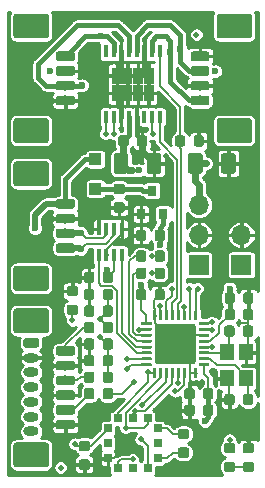
<source format=gtl>
G04 #@! TF.GenerationSoftware,KiCad,Pcbnew,(5.1.4-0-10_14)*
G04 #@! TF.CreationDate,2020-03-01T16:52:25+01:00*
G04 #@! TF.ProjectId,actuator-board,61637475-6174-46f7-922d-626f6172642e,A.1*
G04 #@! TF.SameCoordinates,Original*
G04 #@! TF.FileFunction,Copper,L1,Top*
G04 #@! TF.FilePolarity,Positive*
%FSLAX46Y46*%
G04 Gerber Fmt 4.6, Leading zero omitted, Abs format (unit mm)*
G04 Created by KiCad (PCBNEW (5.1.4-0-10_14)) date 2020-03-01 16:52:25*
%MOMM*%
%LPD*%
G04 APERTURE LIST*
%ADD10C,0.100000*%
%ADD11C,0.800000*%
%ADD12C,2.100000*%
%ADD13C,0.875000*%
%ADD14C,1.250000*%
%ADD15R,1.700000X1.700000*%
%ADD16O,1.700000X1.700000*%
%ADD17R,1.000000X1.000000*%
%ADD18C,3.450000*%
%ADD19C,0.250000*%
%ADD20R,1.150000X1.400000*%
%ADD21R,0.700000X0.650000*%
%ADD22R,0.650000X0.700000*%
%ADD23R,0.400000X1.060000*%
%ADD24O,1.300000X0.800000*%
%ADD25R,0.800000X0.900000*%
%ADD26R,0.450000X1.050000*%
%ADD27R,0.895000X1.470000*%
%ADD28C,0.500000*%
%ADD29C,0.600000*%
%ADD30C,0.152400*%
%ADD31C,0.400000*%
%ADD32C,0.200000*%
%ADD33C,0.600000*%
%ADD34C,0.160000*%
%ADD35C,0.500000*%
%ADD36C,0.250000*%
G04 APERTURE END LIST*
D10*
G36*
X53919603Y-88675963D02*
G01*
X53939018Y-88678843D01*
X53958057Y-88683612D01*
X53976537Y-88690224D01*
X53994279Y-88698616D01*
X54011114Y-88708706D01*
X54026879Y-88720398D01*
X54041421Y-88733579D01*
X54054602Y-88748121D01*
X54066294Y-88763886D01*
X54076384Y-88780721D01*
X54084776Y-88798463D01*
X54091388Y-88816943D01*
X54096157Y-88835982D01*
X54099037Y-88855397D01*
X54100000Y-88875000D01*
X54100000Y-89275000D01*
X54099037Y-89294603D01*
X54096157Y-89314018D01*
X54091388Y-89333057D01*
X54084776Y-89351537D01*
X54076384Y-89369279D01*
X54066294Y-89386114D01*
X54054602Y-89401879D01*
X54041421Y-89416421D01*
X54026879Y-89429602D01*
X54011114Y-89441294D01*
X53994279Y-89451384D01*
X53976537Y-89459776D01*
X53958057Y-89466388D01*
X53939018Y-89471157D01*
X53919603Y-89474037D01*
X53900000Y-89475000D01*
X52700000Y-89475000D01*
X52680397Y-89474037D01*
X52660982Y-89471157D01*
X52641943Y-89466388D01*
X52623463Y-89459776D01*
X52605721Y-89451384D01*
X52588886Y-89441294D01*
X52573121Y-89429602D01*
X52558579Y-89416421D01*
X52545398Y-89401879D01*
X52533706Y-89386114D01*
X52523616Y-89369279D01*
X52515224Y-89351537D01*
X52508612Y-89333057D01*
X52503843Y-89314018D01*
X52500963Y-89294603D01*
X52500000Y-89275000D01*
X52500000Y-88875000D01*
X52500963Y-88855397D01*
X52503843Y-88835982D01*
X52508612Y-88816943D01*
X52515224Y-88798463D01*
X52523616Y-88780721D01*
X52533706Y-88763886D01*
X52545398Y-88748121D01*
X52558579Y-88733579D01*
X52573121Y-88720398D01*
X52588886Y-88708706D01*
X52605721Y-88698616D01*
X52623463Y-88690224D01*
X52641943Y-88683612D01*
X52660982Y-88678843D01*
X52680397Y-88675963D01*
X52700000Y-88675000D01*
X53900000Y-88675000D01*
X53919603Y-88675963D01*
X53919603Y-88675963D01*
G37*
D11*
X53300000Y-89075000D03*
D10*
G36*
X53919603Y-89925963D02*
G01*
X53939018Y-89928843D01*
X53958057Y-89933612D01*
X53976537Y-89940224D01*
X53994279Y-89948616D01*
X54011114Y-89958706D01*
X54026879Y-89970398D01*
X54041421Y-89983579D01*
X54054602Y-89998121D01*
X54066294Y-90013886D01*
X54076384Y-90030721D01*
X54084776Y-90048463D01*
X54091388Y-90066943D01*
X54096157Y-90085982D01*
X54099037Y-90105397D01*
X54100000Y-90125000D01*
X54100000Y-90525000D01*
X54099037Y-90544603D01*
X54096157Y-90564018D01*
X54091388Y-90583057D01*
X54084776Y-90601537D01*
X54076384Y-90619279D01*
X54066294Y-90636114D01*
X54054602Y-90651879D01*
X54041421Y-90666421D01*
X54026879Y-90679602D01*
X54011114Y-90691294D01*
X53994279Y-90701384D01*
X53976537Y-90709776D01*
X53958057Y-90716388D01*
X53939018Y-90721157D01*
X53919603Y-90724037D01*
X53900000Y-90725000D01*
X52700000Y-90725000D01*
X52680397Y-90724037D01*
X52660982Y-90721157D01*
X52641943Y-90716388D01*
X52623463Y-90709776D01*
X52605721Y-90701384D01*
X52588886Y-90691294D01*
X52573121Y-90679602D01*
X52558579Y-90666421D01*
X52545398Y-90651879D01*
X52533706Y-90636114D01*
X52523616Y-90619279D01*
X52515224Y-90601537D01*
X52508612Y-90583057D01*
X52503843Y-90564018D01*
X52500963Y-90544603D01*
X52500000Y-90525000D01*
X52500000Y-90125000D01*
X52500963Y-90105397D01*
X52503843Y-90085982D01*
X52508612Y-90066943D01*
X52515224Y-90048463D01*
X52523616Y-90030721D01*
X52533706Y-90013886D01*
X52545398Y-89998121D01*
X52558579Y-89983579D01*
X52573121Y-89970398D01*
X52588886Y-89958706D01*
X52605721Y-89948616D01*
X52623463Y-89940224D01*
X52641943Y-89933612D01*
X52660982Y-89928843D01*
X52680397Y-89925963D01*
X52700000Y-89925000D01*
X53900000Y-89925000D01*
X53919603Y-89925963D01*
X53919603Y-89925963D01*
G37*
D11*
X53300000Y-90325000D03*
D10*
G36*
X53919603Y-91175963D02*
G01*
X53939018Y-91178843D01*
X53958057Y-91183612D01*
X53976537Y-91190224D01*
X53994279Y-91198616D01*
X54011114Y-91208706D01*
X54026879Y-91220398D01*
X54041421Y-91233579D01*
X54054602Y-91248121D01*
X54066294Y-91263886D01*
X54076384Y-91280721D01*
X54084776Y-91298463D01*
X54091388Y-91316943D01*
X54096157Y-91335982D01*
X54099037Y-91355397D01*
X54100000Y-91375000D01*
X54100000Y-91775000D01*
X54099037Y-91794603D01*
X54096157Y-91814018D01*
X54091388Y-91833057D01*
X54084776Y-91851537D01*
X54076384Y-91869279D01*
X54066294Y-91886114D01*
X54054602Y-91901879D01*
X54041421Y-91916421D01*
X54026879Y-91929602D01*
X54011114Y-91941294D01*
X53994279Y-91951384D01*
X53976537Y-91959776D01*
X53958057Y-91966388D01*
X53939018Y-91971157D01*
X53919603Y-91974037D01*
X53900000Y-91975000D01*
X52700000Y-91975000D01*
X52680397Y-91974037D01*
X52660982Y-91971157D01*
X52641943Y-91966388D01*
X52623463Y-91959776D01*
X52605721Y-91951384D01*
X52588886Y-91941294D01*
X52573121Y-91929602D01*
X52558579Y-91916421D01*
X52545398Y-91901879D01*
X52533706Y-91886114D01*
X52523616Y-91869279D01*
X52515224Y-91851537D01*
X52508612Y-91833057D01*
X52503843Y-91814018D01*
X52500963Y-91794603D01*
X52500000Y-91775000D01*
X52500000Y-91375000D01*
X52500963Y-91355397D01*
X52503843Y-91335982D01*
X52508612Y-91316943D01*
X52515224Y-91298463D01*
X52523616Y-91280721D01*
X52533706Y-91263886D01*
X52545398Y-91248121D01*
X52558579Y-91233579D01*
X52573121Y-91220398D01*
X52588886Y-91208706D01*
X52605721Y-91198616D01*
X52623463Y-91190224D01*
X52641943Y-91183612D01*
X52660982Y-91178843D01*
X52680397Y-91175963D01*
X52700000Y-91175000D01*
X53900000Y-91175000D01*
X53919603Y-91175963D01*
X53919603Y-91175963D01*
G37*
D11*
X53300000Y-91575000D03*
D10*
G36*
X53919603Y-92425963D02*
G01*
X53939018Y-92428843D01*
X53958057Y-92433612D01*
X53976537Y-92440224D01*
X53994279Y-92448616D01*
X54011114Y-92458706D01*
X54026879Y-92470398D01*
X54041421Y-92483579D01*
X54054602Y-92498121D01*
X54066294Y-92513886D01*
X54076384Y-92530721D01*
X54084776Y-92548463D01*
X54091388Y-92566943D01*
X54096157Y-92585982D01*
X54099037Y-92605397D01*
X54100000Y-92625000D01*
X54100000Y-93025000D01*
X54099037Y-93044603D01*
X54096157Y-93064018D01*
X54091388Y-93083057D01*
X54084776Y-93101537D01*
X54076384Y-93119279D01*
X54066294Y-93136114D01*
X54054602Y-93151879D01*
X54041421Y-93166421D01*
X54026879Y-93179602D01*
X54011114Y-93191294D01*
X53994279Y-93201384D01*
X53976537Y-93209776D01*
X53958057Y-93216388D01*
X53939018Y-93221157D01*
X53919603Y-93224037D01*
X53900000Y-93225000D01*
X52700000Y-93225000D01*
X52680397Y-93224037D01*
X52660982Y-93221157D01*
X52641943Y-93216388D01*
X52623463Y-93209776D01*
X52605721Y-93201384D01*
X52588886Y-93191294D01*
X52573121Y-93179602D01*
X52558579Y-93166421D01*
X52545398Y-93151879D01*
X52533706Y-93136114D01*
X52523616Y-93119279D01*
X52515224Y-93101537D01*
X52508612Y-93083057D01*
X52503843Y-93064018D01*
X52500963Y-93044603D01*
X52500000Y-93025000D01*
X52500000Y-92625000D01*
X52500963Y-92605397D01*
X52503843Y-92585982D01*
X52508612Y-92566943D01*
X52515224Y-92548463D01*
X52523616Y-92530721D01*
X52533706Y-92513886D01*
X52545398Y-92498121D01*
X52558579Y-92483579D01*
X52573121Y-92470398D01*
X52588886Y-92458706D01*
X52605721Y-92448616D01*
X52623463Y-92440224D01*
X52641943Y-92433612D01*
X52660982Y-92428843D01*
X52680397Y-92425963D01*
X52700000Y-92425000D01*
X53900000Y-92425000D01*
X53919603Y-92425963D01*
X53919603Y-92425963D01*
G37*
D11*
X53300000Y-92825000D03*
D10*
G36*
X53919603Y-93675963D02*
G01*
X53939018Y-93678843D01*
X53958057Y-93683612D01*
X53976537Y-93690224D01*
X53994279Y-93698616D01*
X54011114Y-93708706D01*
X54026879Y-93720398D01*
X54041421Y-93733579D01*
X54054602Y-93748121D01*
X54066294Y-93763886D01*
X54076384Y-93780721D01*
X54084776Y-93798463D01*
X54091388Y-93816943D01*
X54096157Y-93835982D01*
X54099037Y-93855397D01*
X54100000Y-93875000D01*
X54100000Y-94275000D01*
X54099037Y-94294603D01*
X54096157Y-94314018D01*
X54091388Y-94333057D01*
X54084776Y-94351537D01*
X54076384Y-94369279D01*
X54066294Y-94386114D01*
X54054602Y-94401879D01*
X54041421Y-94416421D01*
X54026879Y-94429602D01*
X54011114Y-94441294D01*
X53994279Y-94451384D01*
X53976537Y-94459776D01*
X53958057Y-94466388D01*
X53939018Y-94471157D01*
X53919603Y-94474037D01*
X53900000Y-94475000D01*
X52700000Y-94475000D01*
X52680397Y-94474037D01*
X52660982Y-94471157D01*
X52641943Y-94466388D01*
X52623463Y-94459776D01*
X52605721Y-94451384D01*
X52588886Y-94441294D01*
X52573121Y-94429602D01*
X52558579Y-94416421D01*
X52545398Y-94401879D01*
X52533706Y-94386114D01*
X52523616Y-94369279D01*
X52515224Y-94351537D01*
X52508612Y-94333057D01*
X52503843Y-94314018D01*
X52500963Y-94294603D01*
X52500000Y-94275000D01*
X52500000Y-93875000D01*
X52500963Y-93855397D01*
X52503843Y-93835982D01*
X52508612Y-93816943D01*
X52515224Y-93798463D01*
X52523616Y-93780721D01*
X52533706Y-93763886D01*
X52545398Y-93748121D01*
X52558579Y-93733579D01*
X52573121Y-93720398D01*
X52588886Y-93708706D01*
X52605721Y-93698616D01*
X52623463Y-93690224D01*
X52641943Y-93683612D01*
X52660982Y-93678843D01*
X52680397Y-93675963D01*
X52700000Y-93675000D01*
X53900000Y-93675000D01*
X53919603Y-93675963D01*
X53919603Y-93675963D01*
G37*
D11*
X53300000Y-94075000D03*
D10*
G36*
X53919603Y-94925963D02*
G01*
X53939018Y-94928843D01*
X53958057Y-94933612D01*
X53976537Y-94940224D01*
X53994279Y-94948616D01*
X54011114Y-94958706D01*
X54026879Y-94970398D01*
X54041421Y-94983579D01*
X54054602Y-94998121D01*
X54066294Y-95013886D01*
X54076384Y-95030721D01*
X54084776Y-95048463D01*
X54091388Y-95066943D01*
X54096157Y-95085982D01*
X54099037Y-95105397D01*
X54100000Y-95125000D01*
X54100000Y-95525000D01*
X54099037Y-95544603D01*
X54096157Y-95564018D01*
X54091388Y-95583057D01*
X54084776Y-95601537D01*
X54076384Y-95619279D01*
X54066294Y-95636114D01*
X54054602Y-95651879D01*
X54041421Y-95666421D01*
X54026879Y-95679602D01*
X54011114Y-95691294D01*
X53994279Y-95701384D01*
X53976537Y-95709776D01*
X53958057Y-95716388D01*
X53939018Y-95721157D01*
X53919603Y-95724037D01*
X53900000Y-95725000D01*
X52700000Y-95725000D01*
X52680397Y-95724037D01*
X52660982Y-95721157D01*
X52641943Y-95716388D01*
X52623463Y-95709776D01*
X52605721Y-95701384D01*
X52588886Y-95691294D01*
X52573121Y-95679602D01*
X52558579Y-95666421D01*
X52545398Y-95651879D01*
X52533706Y-95636114D01*
X52523616Y-95619279D01*
X52515224Y-95601537D01*
X52508612Y-95583057D01*
X52503843Y-95564018D01*
X52500963Y-95544603D01*
X52500000Y-95525000D01*
X52500000Y-95125000D01*
X52500963Y-95105397D01*
X52503843Y-95085982D01*
X52508612Y-95066943D01*
X52515224Y-95048463D01*
X52523616Y-95030721D01*
X52533706Y-95013886D01*
X52545398Y-94998121D01*
X52558579Y-94983579D01*
X52573121Y-94970398D01*
X52588886Y-94958706D01*
X52605721Y-94948616D01*
X52623463Y-94940224D01*
X52641943Y-94933612D01*
X52660982Y-94928843D01*
X52680397Y-94925963D01*
X52700000Y-94925000D01*
X53900000Y-94925000D01*
X53919603Y-94925963D01*
X53919603Y-94925963D01*
G37*
D11*
X53300000Y-95325000D03*
D10*
G36*
X51674504Y-85476204D02*
G01*
X51698773Y-85479804D01*
X51722571Y-85485765D01*
X51745671Y-85494030D01*
X51767849Y-85504520D01*
X51788893Y-85517133D01*
X51808598Y-85531747D01*
X51826777Y-85548223D01*
X51843253Y-85566402D01*
X51857867Y-85586107D01*
X51870480Y-85607151D01*
X51880970Y-85629329D01*
X51889235Y-85652429D01*
X51895196Y-85676227D01*
X51898796Y-85700496D01*
X51900000Y-85725000D01*
X51900000Y-87325000D01*
X51898796Y-87349504D01*
X51895196Y-87373773D01*
X51889235Y-87397571D01*
X51880970Y-87420671D01*
X51870480Y-87442849D01*
X51857867Y-87463893D01*
X51843253Y-87483598D01*
X51826777Y-87501777D01*
X51808598Y-87518253D01*
X51788893Y-87532867D01*
X51767849Y-87545480D01*
X51745671Y-87555970D01*
X51722571Y-87564235D01*
X51698773Y-87570196D01*
X51674504Y-87573796D01*
X51650000Y-87575000D01*
X49150000Y-87575000D01*
X49125496Y-87573796D01*
X49101227Y-87570196D01*
X49077429Y-87564235D01*
X49054329Y-87555970D01*
X49032151Y-87545480D01*
X49011107Y-87532867D01*
X48991402Y-87518253D01*
X48973223Y-87501777D01*
X48956747Y-87483598D01*
X48942133Y-87463893D01*
X48929520Y-87442849D01*
X48919030Y-87420671D01*
X48910765Y-87397571D01*
X48904804Y-87373773D01*
X48901204Y-87349504D01*
X48900000Y-87325000D01*
X48900000Y-85725000D01*
X48901204Y-85700496D01*
X48904804Y-85676227D01*
X48910765Y-85652429D01*
X48919030Y-85629329D01*
X48929520Y-85607151D01*
X48942133Y-85586107D01*
X48956747Y-85566402D01*
X48973223Y-85548223D01*
X48991402Y-85531747D01*
X49011107Y-85517133D01*
X49032151Y-85504520D01*
X49054329Y-85494030D01*
X49077429Y-85485765D01*
X49101227Y-85479804D01*
X49125496Y-85476204D01*
X49150000Y-85475000D01*
X51650000Y-85475000D01*
X51674504Y-85476204D01*
X51674504Y-85476204D01*
G37*
D12*
X50400000Y-86525000D03*
D10*
G36*
X51674504Y-96826204D02*
G01*
X51698773Y-96829804D01*
X51722571Y-96835765D01*
X51745671Y-96844030D01*
X51767849Y-96854520D01*
X51788893Y-96867133D01*
X51808598Y-96881747D01*
X51826777Y-96898223D01*
X51843253Y-96916402D01*
X51857867Y-96936107D01*
X51870480Y-96957151D01*
X51880970Y-96979329D01*
X51889235Y-97002429D01*
X51895196Y-97026227D01*
X51898796Y-97050496D01*
X51900000Y-97075000D01*
X51900000Y-98675000D01*
X51898796Y-98699504D01*
X51895196Y-98723773D01*
X51889235Y-98747571D01*
X51880970Y-98770671D01*
X51870480Y-98792849D01*
X51857867Y-98813893D01*
X51843253Y-98833598D01*
X51826777Y-98851777D01*
X51808598Y-98868253D01*
X51788893Y-98882867D01*
X51767849Y-98895480D01*
X51745671Y-98905970D01*
X51722571Y-98914235D01*
X51698773Y-98920196D01*
X51674504Y-98923796D01*
X51650000Y-98925000D01*
X49150000Y-98925000D01*
X49125496Y-98923796D01*
X49101227Y-98920196D01*
X49077429Y-98914235D01*
X49054329Y-98905970D01*
X49032151Y-98895480D01*
X49011107Y-98882867D01*
X48991402Y-98868253D01*
X48973223Y-98851777D01*
X48956747Y-98833598D01*
X48942133Y-98813893D01*
X48929520Y-98792849D01*
X48919030Y-98770671D01*
X48910765Y-98747571D01*
X48904804Y-98723773D01*
X48901204Y-98699504D01*
X48900000Y-98675000D01*
X48900000Y-97075000D01*
X48901204Y-97050496D01*
X48904804Y-97026227D01*
X48910765Y-97002429D01*
X48919030Y-96979329D01*
X48929520Y-96957151D01*
X48942133Y-96936107D01*
X48956747Y-96916402D01*
X48973223Y-96898223D01*
X48991402Y-96881747D01*
X49011107Y-96867133D01*
X49032151Y-96854520D01*
X49054329Y-96844030D01*
X49077429Y-96835765D01*
X49101227Y-96829804D01*
X49125496Y-96826204D01*
X49150000Y-96825000D01*
X51650000Y-96825000D01*
X51674504Y-96826204D01*
X51674504Y-96826204D01*
G37*
D12*
X50400000Y-97875000D03*
D10*
G36*
X65627691Y-93626053D02*
G01*
X65648926Y-93629203D01*
X65669750Y-93634419D01*
X65689962Y-93641651D01*
X65709368Y-93650830D01*
X65727781Y-93661866D01*
X65745024Y-93674654D01*
X65760930Y-93689070D01*
X65775346Y-93704976D01*
X65788134Y-93722219D01*
X65799170Y-93740632D01*
X65808349Y-93760038D01*
X65815581Y-93780250D01*
X65820797Y-93801074D01*
X65823947Y-93822309D01*
X65825000Y-93843750D01*
X65825000Y-94356250D01*
X65823947Y-94377691D01*
X65820797Y-94398926D01*
X65815581Y-94419750D01*
X65808349Y-94439962D01*
X65799170Y-94459368D01*
X65788134Y-94477781D01*
X65775346Y-94495024D01*
X65760930Y-94510930D01*
X65745024Y-94525346D01*
X65727781Y-94538134D01*
X65709368Y-94549170D01*
X65689962Y-94558349D01*
X65669750Y-94565581D01*
X65648926Y-94570797D01*
X65627691Y-94573947D01*
X65606250Y-94575000D01*
X65168750Y-94575000D01*
X65147309Y-94573947D01*
X65126074Y-94570797D01*
X65105250Y-94565581D01*
X65085038Y-94558349D01*
X65065632Y-94549170D01*
X65047219Y-94538134D01*
X65029976Y-94525346D01*
X65014070Y-94510930D01*
X64999654Y-94495024D01*
X64986866Y-94477781D01*
X64975830Y-94459368D01*
X64966651Y-94439962D01*
X64959419Y-94419750D01*
X64954203Y-94398926D01*
X64951053Y-94377691D01*
X64950000Y-94356250D01*
X64950000Y-93843750D01*
X64951053Y-93822309D01*
X64954203Y-93801074D01*
X64959419Y-93780250D01*
X64966651Y-93760038D01*
X64975830Y-93740632D01*
X64986866Y-93722219D01*
X64999654Y-93704976D01*
X65014070Y-93689070D01*
X65029976Y-93674654D01*
X65047219Y-93661866D01*
X65065632Y-93650830D01*
X65085038Y-93641651D01*
X65105250Y-93634419D01*
X65126074Y-93629203D01*
X65147309Y-93626053D01*
X65168750Y-93625000D01*
X65606250Y-93625000D01*
X65627691Y-93626053D01*
X65627691Y-93626053D01*
G37*
D13*
X65387500Y-94100000D03*
D10*
G36*
X64052691Y-93626053D02*
G01*
X64073926Y-93629203D01*
X64094750Y-93634419D01*
X64114962Y-93641651D01*
X64134368Y-93650830D01*
X64152781Y-93661866D01*
X64170024Y-93674654D01*
X64185930Y-93689070D01*
X64200346Y-93704976D01*
X64213134Y-93722219D01*
X64224170Y-93740632D01*
X64233349Y-93760038D01*
X64240581Y-93780250D01*
X64245797Y-93801074D01*
X64248947Y-93822309D01*
X64250000Y-93843750D01*
X64250000Y-94356250D01*
X64248947Y-94377691D01*
X64245797Y-94398926D01*
X64240581Y-94419750D01*
X64233349Y-94439962D01*
X64224170Y-94459368D01*
X64213134Y-94477781D01*
X64200346Y-94495024D01*
X64185930Y-94510930D01*
X64170024Y-94525346D01*
X64152781Y-94538134D01*
X64134368Y-94549170D01*
X64114962Y-94558349D01*
X64094750Y-94565581D01*
X64073926Y-94570797D01*
X64052691Y-94573947D01*
X64031250Y-94575000D01*
X63593750Y-94575000D01*
X63572309Y-94573947D01*
X63551074Y-94570797D01*
X63530250Y-94565581D01*
X63510038Y-94558349D01*
X63490632Y-94549170D01*
X63472219Y-94538134D01*
X63454976Y-94525346D01*
X63439070Y-94510930D01*
X63424654Y-94495024D01*
X63411866Y-94477781D01*
X63400830Y-94459368D01*
X63391651Y-94439962D01*
X63384419Y-94419750D01*
X63379203Y-94398926D01*
X63376053Y-94377691D01*
X63375000Y-94356250D01*
X63375000Y-93843750D01*
X63376053Y-93822309D01*
X63379203Y-93801074D01*
X63384419Y-93780250D01*
X63391651Y-93760038D01*
X63400830Y-93740632D01*
X63411866Y-93722219D01*
X63424654Y-93704976D01*
X63439070Y-93689070D01*
X63454976Y-93674654D01*
X63472219Y-93661866D01*
X63490632Y-93650830D01*
X63510038Y-93641651D01*
X63530250Y-93634419D01*
X63551074Y-93629203D01*
X63572309Y-93626053D01*
X63593750Y-93625000D01*
X64031250Y-93625000D01*
X64052691Y-93626053D01*
X64052691Y-93626053D01*
G37*
D13*
X63812500Y-94100000D03*
D10*
G36*
X58127691Y-74926053D02*
G01*
X58148926Y-74929203D01*
X58169750Y-74934419D01*
X58189962Y-74941651D01*
X58209368Y-74950830D01*
X58227781Y-74961866D01*
X58245024Y-74974654D01*
X58260930Y-74989070D01*
X58275346Y-75004976D01*
X58288134Y-75022219D01*
X58299170Y-75040632D01*
X58308349Y-75060038D01*
X58315581Y-75080250D01*
X58320797Y-75101074D01*
X58323947Y-75122309D01*
X58325000Y-75143750D01*
X58325000Y-75581250D01*
X58323947Y-75602691D01*
X58320797Y-75623926D01*
X58315581Y-75644750D01*
X58308349Y-75664962D01*
X58299170Y-75684368D01*
X58288134Y-75702781D01*
X58275346Y-75720024D01*
X58260930Y-75735930D01*
X58245024Y-75750346D01*
X58227781Y-75763134D01*
X58209368Y-75774170D01*
X58189962Y-75783349D01*
X58169750Y-75790581D01*
X58148926Y-75795797D01*
X58127691Y-75798947D01*
X58106250Y-75800000D01*
X57593750Y-75800000D01*
X57572309Y-75798947D01*
X57551074Y-75795797D01*
X57530250Y-75790581D01*
X57510038Y-75783349D01*
X57490632Y-75774170D01*
X57472219Y-75763134D01*
X57454976Y-75750346D01*
X57439070Y-75735930D01*
X57424654Y-75720024D01*
X57411866Y-75702781D01*
X57400830Y-75684368D01*
X57391651Y-75664962D01*
X57384419Y-75644750D01*
X57379203Y-75623926D01*
X57376053Y-75602691D01*
X57375000Y-75581250D01*
X57375000Y-75143750D01*
X57376053Y-75122309D01*
X57379203Y-75101074D01*
X57384419Y-75080250D01*
X57391651Y-75060038D01*
X57400830Y-75040632D01*
X57411866Y-75022219D01*
X57424654Y-75004976D01*
X57439070Y-74989070D01*
X57454976Y-74974654D01*
X57472219Y-74961866D01*
X57490632Y-74950830D01*
X57510038Y-74941651D01*
X57530250Y-74934419D01*
X57551074Y-74929203D01*
X57572309Y-74926053D01*
X57593750Y-74925000D01*
X58106250Y-74925000D01*
X58127691Y-74926053D01*
X58127691Y-74926053D01*
G37*
D13*
X57850000Y-75362500D03*
D10*
G36*
X58127691Y-76501053D02*
G01*
X58148926Y-76504203D01*
X58169750Y-76509419D01*
X58189962Y-76516651D01*
X58209368Y-76525830D01*
X58227781Y-76536866D01*
X58245024Y-76549654D01*
X58260930Y-76564070D01*
X58275346Y-76579976D01*
X58288134Y-76597219D01*
X58299170Y-76615632D01*
X58308349Y-76635038D01*
X58315581Y-76655250D01*
X58320797Y-76676074D01*
X58323947Y-76697309D01*
X58325000Y-76718750D01*
X58325000Y-77156250D01*
X58323947Y-77177691D01*
X58320797Y-77198926D01*
X58315581Y-77219750D01*
X58308349Y-77239962D01*
X58299170Y-77259368D01*
X58288134Y-77277781D01*
X58275346Y-77295024D01*
X58260930Y-77310930D01*
X58245024Y-77325346D01*
X58227781Y-77338134D01*
X58209368Y-77349170D01*
X58189962Y-77358349D01*
X58169750Y-77365581D01*
X58148926Y-77370797D01*
X58127691Y-77373947D01*
X58106250Y-77375000D01*
X57593750Y-77375000D01*
X57572309Y-77373947D01*
X57551074Y-77370797D01*
X57530250Y-77365581D01*
X57510038Y-77358349D01*
X57490632Y-77349170D01*
X57472219Y-77338134D01*
X57454976Y-77325346D01*
X57439070Y-77310930D01*
X57424654Y-77295024D01*
X57411866Y-77277781D01*
X57400830Y-77259368D01*
X57391651Y-77239962D01*
X57384419Y-77219750D01*
X57379203Y-77198926D01*
X57376053Y-77177691D01*
X57375000Y-77156250D01*
X57375000Y-76718750D01*
X57376053Y-76697309D01*
X57379203Y-76676074D01*
X57384419Y-76655250D01*
X57391651Y-76635038D01*
X57400830Y-76615632D01*
X57411866Y-76597219D01*
X57424654Y-76579976D01*
X57439070Y-76564070D01*
X57454976Y-76549654D01*
X57472219Y-76536866D01*
X57490632Y-76525830D01*
X57510038Y-76516651D01*
X57530250Y-76509419D01*
X57551074Y-76504203D01*
X57572309Y-76501053D01*
X57593750Y-76500000D01*
X58106250Y-76500000D01*
X58127691Y-76501053D01*
X58127691Y-76501053D01*
G37*
D13*
X57850000Y-76937500D03*
D10*
G36*
X61527691Y-78826053D02*
G01*
X61548926Y-78829203D01*
X61569750Y-78834419D01*
X61589962Y-78841651D01*
X61609368Y-78850830D01*
X61627781Y-78861866D01*
X61645024Y-78874654D01*
X61660930Y-78889070D01*
X61675346Y-78904976D01*
X61688134Y-78922219D01*
X61699170Y-78940632D01*
X61708349Y-78960038D01*
X61715581Y-78980250D01*
X61720797Y-79001074D01*
X61723947Y-79022309D01*
X61725000Y-79043750D01*
X61725000Y-79556250D01*
X61723947Y-79577691D01*
X61720797Y-79598926D01*
X61715581Y-79619750D01*
X61708349Y-79639962D01*
X61699170Y-79659368D01*
X61688134Y-79677781D01*
X61675346Y-79695024D01*
X61660930Y-79710930D01*
X61645024Y-79725346D01*
X61627781Y-79738134D01*
X61609368Y-79749170D01*
X61589962Y-79758349D01*
X61569750Y-79765581D01*
X61548926Y-79770797D01*
X61527691Y-79773947D01*
X61506250Y-79775000D01*
X61068750Y-79775000D01*
X61047309Y-79773947D01*
X61026074Y-79770797D01*
X61005250Y-79765581D01*
X60985038Y-79758349D01*
X60965632Y-79749170D01*
X60947219Y-79738134D01*
X60929976Y-79725346D01*
X60914070Y-79710930D01*
X60899654Y-79695024D01*
X60886866Y-79677781D01*
X60875830Y-79659368D01*
X60866651Y-79639962D01*
X60859419Y-79619750D01*
X60854203Y-79598926D01*
X60851053Y-79577691D01*
X60850000Y-79556250D01*
X60850000Y-79043750D01*
X60851053Y-79022309D01*
X60854203Y-79001074D01*
X60859419Y-78980250D01*
X60866651Y-78960038D01*
X60875830Y-78940632D01*
X60886866Y-78922219D01*
X60899654Y-78904976D01*
X60914070Y-78889070D01*
X60929976Y-78874654D01*
X60947219Y-78861866D01*
X60965632Y-78850830D01*
X60985038Y-78841651D01*
X61005250Y-78834419D01*
X61026074Y-78829203D01*
X61047309Y-78826053D01*
X61068750Y-78825000D01*
X61506250Y-78825000D01*
X61527691Y-78826053D01*
X61527691Y-78826053D01*
G37*
D13*
X61287500Y-79300000D03*
D10*
G36*
X59952691Y-78826053D02*
G01*
X59973926Y-78829203D01*
X59994750Y-78834419D01*
X60014962Y-78841651D01*
X60034368Y-78850830D01*
X60052781Y-78861866D01*
X60070024Y-78874654D01*
X60085930Y-78889070D01*
X60100346Y-78904976D01*
X60113134Y-78922219D01*
X60124170Y-78940632D01*
X60133349Y-78960038D01*
X60140581Y-78980250D01*
X60145797Y-79001074D01*
X60148947Y-79022309D01*
X60150000Y-79043750D01*
X60150000Y-79556250D01*
X60148947Y-79577691D01*
X60145797Y-79598926D01*
X60140581Y-79619750D01*
X60133349Y-79639962D01*
X60124170Y-79659368D01*
X60113134Y-79677781D01*
X60100346Y-79695024D01*
X60085930Y-79710930D01*
X60070024Y-79725346D01*
X60052781Y-79738134D01*
X60034368Y-79749170D01*
X60014962Y-79758349D01*
X59994750Y-79765581D01*
X59973926Y-79770797D01*
X59952691Y-79773947D01*
X59931250Y-79775000D01*
X59493750Y-79775000D01*
X59472309Y-79773947D01*
X59451074Y-79770797D01*
X59430250Y-79765581D01*
X59410038Y-79758349D01*
X59390632Y-79749170D01*
X59372219Y-79738134D01*
X59354976Y-79725346D01*
X59339070Y-79710930D01*
X59324654Y-79695024D01*
X59311866Y-79677781D01*
X59300830Y-79659368D01*
X59291651Y-79639962D01*
X59284419Y-79619750D01*
X59279203Y-79598926D01*
X59276053Y-79577691D01*
X59275000Y-79556250D01*
X59275000Y-79043750D01*
X59276053Y-79022309D01*
X59279203Y-79001074D01*
X59284419Y-78980250D01*
X59291651Y-78960038D01*
X59300830Y-78940632D01*
X59311866Y-78922219D01*
X59324654Y-78904976D01*
X59339070Y-78889070D01*
X59354976Y-78874654D01*
X59372219Y-78861866D01*
X59390632Y-78850830D01*
X59410038Y-78841651D01*
X59430250Y-78834419D01*
X59451074Y-78829203D01*
X59472309Y-78826053D01*
X59493750Y-78825000D01*
X59931250Y-78825000D01*
X59952691Y-78826053D01*
X59952691Y-78826053D01*
G37*
D13*
X59712500Y-79300000D03*
D10*
G36*
X55552691Y-83826053D02*
G01*
X55573926Y-83829203D01*
X55594750Y-83834419D01*
X55614962Y-83841651D01*
X55634368Y-83850830D01*
X55652781Y-83861866D01*
X55670024Y-83874654D01*
X55685930Y-83889070D01*
X55700346Y-83904976D01*
X55713134Y-83922219D01*
X55724170Y-83940632D01*
X55733349Y-83960038D01*
X55740581Y-83980250D01*
X55745797Y-84001074D01*
X55748947Y-84022309D01*
X55750000Y-84043750D01*
X55750000Y-84556250D01*
X55748947Y-84577691D01*
X55745797Y-84598926D01*
X55740581Y-84619750D01*
X55733349Y-84639962D01*
X55724170Y-84659368D01*
X55713134Y-84677781D01*
X55700346Y-84695024D01*
X55685930Y-84710930D01*
X55670024Y-84725346D01*
X55652781Y-84738134D01*
X55634368Y-84749170D01*
X55614962Y-84758349D01*
X55594750Y-84765581D01*
X55573926Y-84770797D01*
X55552691Y-84773947D01*
X55531250Y-84775000D01*
X55093750Y-84775000D01*
X55072309Y-84773947D01*
X55051074Y-84770797D01*
X55030250Y-84765581D01*
X55010038Y-84758349D01*
X54990632Y-84749170D01*
X54972219Y-84738134D01*
X54954976Y-84725346D01*
X54939070Y-84710930D01*
X54924654Y-84695024D01*
X54911866Y-84677781D01*
X54900830Y-84659368D01*
X54891651Y-84639962D01*
X54884419Y-84619750D01*
X54879203Y-84598926D01*
X54876053Y-84577691D01*
X54875000Y-84556250D01*
X54875000Y-84043750D01*
X54876053Y-84022309D01*
X54879203Y-84001074D01*
X54884419Y-83980250D01*
X54891651Y-83960038D01*
X54900830Y-83940632D01*
X54911866Y-83922219D01*
X54924654Y-83904976D01*
X54939070Y-83889070D01*
X54954976Y-83874654D01*
X54972219Y-83861866D01*
X54990632Y-83850830D01*
X55010038Y-83841651D01*
X55030250Y-83834419D01*
X55051074Y-83829203D01*
X55072309Y-83826053D01*
X55093750Y-83825000D01*
X55531250Y-83825000D01*
X55552691Y-83826053D01*
X55552691Y-83826053D01*
G37*
D13*
X55312500Y-84300000D03*
D10*
G36*
X57127691Y-83826053D02*
G01*
X57148926Y-83829203D01*
X57169750Y-83834419D01*
X57189962Y-83841651D01*
X57209368Y-83850830D01*
X57227781Y-83861866D01*
X57245024Y-83874654D01*
X57260930Y-83889070D01*
X57275346Y-83904976D01*
X57288134Y-83922219D01*
X57299170Y-83940632D01*
X57308349Y-83960038D01*
X57315581Y-83980250D01*
X57320797Y-84001074D01*
X57323947Y-84022309D01*
X57325000Y-84043750D01*
X57325000Y-84556250D01*
X57323947Y-84577691D01*
X57320797Y-84598926D01*
X57315581Y-84619750D01*
X57308349Y-84639962D01*
X57299170Y-84659368D01*
X57288134Y-84677781D01*
X57275346Y-84695024D01*
X57260930Y-84710930D01*
X57245024Y-84725346D01*
X57227781Y-84738134D01*
X57209368Y-84749170D01*
X57189962Y-84758349D01*
X57169750Y-84765581D01*
X57148926Y-84770797D01*
X57127691Y-84773947D01*
X57106250Y-84775000D01*
X56668750Y-84775000D01*
X56647309Y-84773947D01*
X56626074Y-84770797D01*
X56605250Y-84765581D01*
X56585038Y-84758349D01*
X56565632Y-84749170D01*
X56547219Y-84738134D01*
X56529976Y-84725346D01*
X56514070Y-84710930D01*
X56499654Y-84695024D01*
X56486866Y-84677781D01*
X56475830Y-84659368D01*
X56466651Y-84639962D01*
X56459419Y-84619750D01*
X56454203Y-84598926D01*
X56451053Y-84577691D01*
X56450000Y-84556250D01*
X56450000Y-84043750D01*
X56451053Y-84022309D01*
X56454203Y-84001074D01*
X56459419Y-83980250D01*
X56466651Y-83960038D01*
X56475830Y-83940632D01*
X56486866Y-83922219D01*
X56499654Y-83904976D01*
X56514070Y-83889070D01*
X56529976Y-83874654D01*
X56547219Y-83861866D01*
X56565632Y-83850830D01*
X56585038Y-83841651D01*
X56605250Y-83834419D01*
X56626074Y-83829203D01*
X56647309Y-83826053D01*
X56668750Y-83825000D01*
X57106250Y-83825000D01*
X57127691Y-83826053D01*
X57127691Y-83826053D01*
G37*
D13*
X56887500Y-84300000D03*
D10*
G36*
X57127691Y-88026053D02*
G01*
X57148926Y-88029203D01*
X57169750Y-88034419D01*
X57189962Y-88041651D01*
X57209368Y-88050830D01*
X57227781Y-88061866D01*
X57245024Y-88074654D01*
X57260930Y-88089070D01*
X57275346Y-88104976D01*
X57288134Y-88122219D01*
X57299170Y-88140632D01*
X57308349Y-88160038D01*
X57315581Y-88180250D01*
X57320797Y-88201074D01*
X57323947Y-88222309D01*
X57325000Y-88243750D01*
X57325000Y-88756250D01*
X57323947Y-88777691D01*
X57320797Y-88798926D01*
X57315581Y-88819750D01*
X57308349Y-88839962D01*
X57299170Y-88859368D01*
X57288134Y-88877781D01*
X57275346Y-88895024D01*
X57260930Y-88910930D01*
X57245024Y-88925346D01*
X57227781Y-88938134D01*
X57209368Y-88949170D01*
X57189962Y-88958349D01*
X57169750Y-88965581D01*
X57148926Y-88970797D01*
X57127691Y-88973947D01*
X57106250Y-88975000D01*
X56668750Y-88975000D01*
X56647309Y-88973947D01*
X56626074Y-88970797D01*
X56605250Y-88965581D01*
X56585038Y-88958349D01*
X56565632Y-88949170D01*
X56547219Y-88938134D01*
X56529976Y-88925346D01*
X56514070Y-88910930D01*
X56499654Y-88895024D01*
X56486866Y-88877781D01*
X56475830Y-88859368D01*
X56466651Y-88839962D01*
X56459419Y-88819750D01*
X56454203Y-88798926D01*
X56451053Y-88777691D01*
X56450000Y-88756250D01*
X56450000Y-88243750D01*
X56451053Y-88222309D01*
X56454203Y-88201074D01*
X56459419Y-88180250D01*
X56466651Y-88160038D01*
X56475830Y-88140632D01*
X56486866Y-88122219D01*
X56499654Y-88104976D01*
X56514070Y-88089070D01*
X56529976Y-88074654D01*
X56547219Y-88061866D01*
X56565632Y-88050830D01*
X56585038Y-88041651D01*
X56605250Y-88034419D01*
X56626074Y-88029203D01*
X56647309Y-88026053D01*
X56668750Y-88025000D01*
X57106250Y-88025000D01*
X57127691Y-88026053D01*
X57127691Y-88026053D01*
G37*
D13*
X56887500Y-88500000D03*
D10*
G36*
X55552691Y-88026053D02*
G01*
X55573926Y-88029203D01*
X55594750Y-88034419D01*
X55614962Y-88041651D01*
X55634368Y-88050830D01*
X55652781Y-88061866D01*
X55670024Y-88074654D01*
X55685930Y-88089070D01*
X55700346Y-88104976D01*
X55713134Y-88122219D01*
X55724170Y-88140632D01*
X55733349Y-88160038D01*
X55740581Y-88180250D01*
X55745797Y-88201074D01*
X55748947Y-88222309D01*
X55750000Y-88243750D01*
X55750000Y-88756250D01*
X55748947Y-88777691D01*
X55745797Y-88798926D01*
X55740581Y-88819750D01*
X55733349Y-88839962D01*
X55724170Y-88859368D01*
X55713134Y-88877781D01*
X55700346Y-88895024D01*
X55685930Y-88910930D01*
X55670024Y-88925346D01*
X55652781Y-88938134D01*
X55634368Y-88949170D01*
X55614962Y-88958349D01*
X55594750Y-88965581D01*
X55573926Y-88970797D01*
X55552691Y-88973947D01*
X55531250Y-88975000D01*
X55093750Y-88975000D01*
X55072309Y-88973947D01*
X55051074Y-88970797D01*
X55030250Y-88965581D01*
X55010038Y-88958349D01*
X54990632Y-88949170D01*
X54972219Y-88938134D01*
X54954976Y-88925346D01*
X54939070Y-88910930D01*
X54924654Y-88895024D01*
X54911866Y-88877781D01*
X54900830Y-88859368D01*
X54891651Y-88839962D01*
X54884419Y-88819750D01*
X54879203Y-88798926D01*
X54876053Y-88777691D01*
X54875000Y-88756250D01*
X54875000Y-88243750D01*
X54876053Y-88222309D01*
X54879203Y-88201074D01*
X54884419Y-88180250D01*
X54891651Y-88160038D01*
X54900830Y-88140632D01*
X54911866Y-88122219D01*
X54924654Y-88104976D01*
X54939070Y-88089070D01*
X54954976Y-88074654D01*
X54972219Y-88061866D01*
X54990632Y-88050830D01*
X55010038Y-88041651D01*
X55030250Y-88034419D01*
X55051074Y-88029203D01*
X55072309Y-88026053D01*
X55093750Y-88025000D01*
X55531250Y-88025000D01*
X55552691Y-88026053D01*
X55552691Y-88026053D01*
G37*
D13*
X55312500Y-88500000D03*
D10*
G36*
X63577691Y-97251053D02*
G01*
X63598926Y-97254203D01*
X63619750Y-97259419D01*
X63639962Y-97266651D01*
X63659368Y-97275830D01*
X63677781Y-97286866D01*
X63695024Y-97299654D01*
X63710930Y-97314070D01*
X63725346Y-97329976D01*
X63738134Y-97347219D01*
X63749170Y-97365632D01*
X63758349Y-97385038D01*
X63765581Y-97405250D01*
X63770797Y-97426074D01*
X63773947Y-97447309D01*
X63775000Y-97468750D01*
X63775000Y-97906250D01*
X63773947Y-97927691D01*
X63770797Y-97948926D01*
X63765581Y-97969750D01*
X63758349Y-97989962D01*
X63749170Y-98009368D01*
X63738134Y-98027781D01*
X63725346Y-98045024D01*
X63710930Y-98060930D01*
X63695024Y-98075346D01*
X63677781Y-98088134D01*
X63659368Y-98099170D01*
X63639962Y-98108349D01*
X63619750Y-98115581D01*
X63598926Y-98120797D01*
X63577691Y-98123947D01*
X63556250Y-98125000D01*
X63043750Y-98125000D01*
X63022309Y-98123947D01*
X63001074Y-98120797D01*
X62980250Y-98115581D01*
X62960038Y-98108349D01*
X62940632Y-98099170D01*
X62922219Y-98088134D01*
X62904976Y-98075346D01*
X62889070Y-98060930D01*
X62874654Y-98045024D01*
X62861866Y-98027781D01*
X62850830Y-98009368D01*
X62841651Y-97989962D01*
X62834419Y-97969750D01*
X62829203Y-97948926D01*
X62826053Y-97927691D01*
X62825000Y-97906250D01*
X62825000Y-97468750D01*
X62826053Y-97447309D01*
X62829203Y-97426074D01*
X62834419Y-97405250D01*
X62841651Y-97385038D01*
X62850830Y-97365632D01*
X62861866Y-97347219D01*
X62874654Y-97329976D01*
X62889070Y-97314070D01*
X62904976Y-97299654D01*
X62922219Y-97286866D01*
X62940632Y-97275830D01*
X62960038Y-97266651D01*
X62980250Y-97259419D01*
X63001074Y-97254203D01*
X63022309Y-97251053D01*
X63043750Y-97250000D01*
X63556250Y-97250000D01*
X63577691Y-97251053D01*
X63577691Y-97251053D01*
G37*
D13*
X63300000Y-97687500D03*
D10*
G36*
X63577691Y-95676053D02*
G01*
X63598926Y-95679203D01*
X63619750Y-95684419D01*
X63639962Y-95691651D01*
X63659368Y-95700830D01*
X63677781Y-95711866D01*
X63695024Y-95724654D01*
X63710930Y-95739070D01*
X63725346Y-95754976D01*
X63738134Y-95772219D01*
X63749170Y-95790632D01*
X63758349Y-95810038D01*
X63765581Y-95830250D01*
X63770797Y-95851074D01*
X63773947Y-95872309D01*
X63775000Y-95893750D01*
X63775000Y-96331250D01*
X63773947Y-96352691D01*
X63770797Y-96373926D01*
X63765581Y-96394750D01*
X63758349Y-96414962D01*
X63749170Y-96434368D01*
X63738134Y-96452781D01*
X63725346Y-96470024D01*
X63710930Y-96485930D01*
X63695024Y-96500346D01*
X63677781Y-96513134D01*
X63659368Y-96524170D01*
X63639962Y-96533349D01*
X63619750Y-96540581D01*
X63598926Y-96545797D01*
X63577691Y-96548947D01*
X63556250Y-96550000D01*
X63043750Y-96550000D01*
X63022309Y-96548947D01*
X63001074Y-96545797D01*
X62980250Y-96540581D01*
X62960038Y-96533349D01*
X62940632Y-96524170D01*
X62922219Y-96513134D01*
X62904976Y-96500346D01*
X62889070Y-96485930D01*
X62874654Y-96470024D01*
X62861866Y-96452781D01*
X62850830Y-96434368D01*
X62841651Y-96414962D01*
X62834419Y-96394750D01*
X62829203Y-96373926D01*
X62826053Y-96352691D01*
X62825000Y-96331250D01*
X62825000Y-95893750D01*
X62826053Y-95872309D01*
X62829203Y-95851074D01*
X62834419Y-95830250D01*
X62841651Y-95810038D01*
X62850830Y-95790632D01*
X62861866Y-95772219D01*
X62874654Y-95754976D01*
X62889070Y-95739070D01*
X62904976Y-95724654D01*
X62922219Y-95711866D01*
X62940632Y-95700830D01*
X62960038Y-95691651D01*
X62980250Y-95684419D01*
X63001074Y-95679203D01*
X63022309Y-95676053D01*
X63043750Y-95675000D01*
X63556250Y-95675000D01*
X63577691Y-95676053D01*
X63577691Y-95676053D01*
G37*
D13*
X63300000Y-96112500D03*
D10*
G36*
X55177691Y-98263553D02*
G01*
X55198926Y-98266703D01*
X55219750Y-98271919D01*
X55239962Y-98279151D01*
X55259368Y-98288330D01*
X55277781Y-98299366D01*
X55295024Y-98312154D01*
X55310930Y-98326570D01*
X55325346Y-98342476D01*
X55338134Y-98359719D01*
X55349170Y-98378132D01*
X55358349Y-98397538D01*
X55365581Y-98417750D01*
X55370797Y-98438574D01*
X55373947Y-98459809D01*
X55375000Y-98481250D01*
X55375000Y-98918750D01*
X55373947Y-98940191D01*
X55370797Y-98961426D01*
X55365581Y-98982250D01*
X55358349Y-99002462D01*
X55349170Y-99021868D01*
X55338134Y-99040281D01*
X55325346Y-99057524D01*
X55310930Y-99073430D01*
X55295024Y-99087846D01*
X55277781Y-99100634D01*
X55259368Y-99111670D01*
X55239962Y-99120849D01*
X55219750Y-99128081D01*
X55198926Y-99133297D01*
X55177691Y-99136447D01*
X55156250Y-99137500D01*
X54643750Y-99137500D01*
X54622309Y-99136447D01*
X54601074Y-99133297D01*
X54580250Y-99128081D01*
X54560038Y-99120849D01*
X54540632Y-99111670D01*
X54522219Y-99100634D01*
X54504976Y-99087846D01*
X54489070Y-99073430D01*
X54474654Y-99057524D01*
X54461866Y-99040281D01*
X54450830Y-99021868D01*
X54441651Y-99002462D01*
X54434419Y-98982250D01*
X54429203Y-98961426D01*
X54426053Y-98940191D01*
X54425000Y-98918750D01*
X54425000Y-98481250D01*
X54426053Y-98459809D01*
X54429203Y-98438574D01*
X54434419Y-98417750D01*
X54441651Y-98397538D01*
X54450830Y-98378132D01*
X54461866Y-98359719D01*
X54474654Y-98342476D01*
X54489070Y-98326570D01*
X54504976Y-98312154D01*
X54522219Y-98299366D01*
X54540632Y-98288330D01*
X54560038Y-98279151D01*
X54580250Y-98271919D01*
X54601074Y-98266703D01*
X54622309Y-98263553D01*
X54643750Y-98262500D01*
X55156250Y-98262500D01*
X55177691Y-98263553D01*
X55177691Y-98263553D01*
G37*
D13*
X54900000Y-98700000D03*
D10*
G36*
X55177691Y-96688553D02*
G01*
X55198926Y-96691703D01*
X55219750Y-96696919D01*
X55239962Y-96704151D01*
X55259368Y-96713330D01*
X55277781Y-96724366D01*
X55295024Y-96737154D01*
X55310930Y-96751570D01*
X55325346Y-96767476D01*
X55338134Y-96784719D01*
X55349170Y-96803132D01*
X55358349Y-96822538D01*
X55365581Y-96842750D01*
X55370797Y-96863574D01*
X55373947Y-96884809D01*
X55375000Y-96906250D01*
X55375000Y-97343750D01*
X55373947Y-97365191D01*
X55370797Y-97386426D01*
X55365581Y-97407250D01*
X55358349Y-97427462D01*
X55349170Y-97446868D01*
X55338134Y-97465281D01*
X55325346Y-97482524D01*
X55310930Y-97498430D01*
X55295024Y-97512846D01*
X55277781Y-97525634D01*
X55259368Y-97536670D01*
X55239962Y-97545849D01*
X55219750Y-97553081D01*
X55198926Y-97558297D01*
X55177691Y-97561447D01*
X55156250Y-97562500D01*
X54643750Y-97562500D01*
X54622309Y-97561447D01*
X54601074Y-97558297D01*
X54580250Y-97553081D01*
X54560038Y-97545849D01*
X54540632Y-97536670D01*
X54522219Y-97525634D01*
X54504976Y-97512846D01*
X54489070Y-97498430D01*
X54474654Y-97482524D01*
X54461866Y-97465281D01*
X54450830Y-97446868D01*
X54441651Y-97427462D01*
X54434419Y-97407250D01*
X54429203Y-97386426D01*
X54426053Y-97365191D01*
X54425000Y-97343750D01*
X54425000Y-96906250D01*
X54426053Y-96884809D01*
X54429203Y-96863574D01*
X54434419Y-96842750D01*
X54441651Y-96822538D01*
X54450830Y-96803132D01*
X54461866Y-96784719D01*
X54474654Y-96767476D01*
X54489070Y-96751570D01*
X54504976Y-96737154D01*
X54522219Y-96724366D01*
X54540632Y-96713330D01*
X54560038Y-96704151D01*
X54580250Y-96696919D01*
X54601074Y-96691703D01*
X54622309Y-96688553D01*
X54643750Y-96687500D01*
X55156250Y-96687500D01*
X55177691Y-96688553D01*
X55177691Y-96688553D01*
G37*
D13*
X54900000Y-97125000D03*
D10*
G36*
X64699504Y-72326204D02*
G01*
X64723773Y-72329804D01*
X64747571Y-72335765D01*
X64770671Y-72344030D01*
X64792849Y-72354520D01*
X64813893Y-72367133D01*
X64833598Y-72381747D01*
X64851777Y-72398223D01*
X64868253Y-72416402D01*
X64882867Y-72436107D01*
X64895480Y-72457151D01*
X64905970Y-72479329D01*
X64914235Y-72502429D01*
X64920196Y-72526227D01*
X64923796Y-72550496D01*
X64925000Y-72575000D01*
X64925000Y-73825000D01*
X64923796Y-73849504D01*
X64920196Y-73873773D01*
X64914235Y-73897571D01*
X64905970Y-73920671D01*
X64895480Y-73942849D01*
X64882867Y-73963893D01*
X64868253Y-73983598D01*
X64851777Y-74001777D01*
X64833598Y-74018253D01*
X64813893Y-74032867D01*
X64792849Y-74045480D01*
X64770671Y-74055970D01*
X64747571Y-74064235D01*
X64723773Y-74070196D01*
X64699504Y-74073796D01*
X64675000Y-74075000D01*
X63925000Y-74075000D01*
X63900496Y-74073796D01*
X63876227Y-74070196D01*
X63852429Y-74064235D01*
X63829329Y-74055970D01*
X63807151Y-74045480D01*
X63786107Y-74032867D01*
X63766402Y-74018253D01*
X63748223Y-74001777D01*
X63731747Y-73983598D01*
X63717133Y-73963893D01*
X63704520Y-73942849D01*
X63694030Y-73920671D01*
X63685765Y-73897571D01*
X63679804Y-73873773D01*
X63676204Y-73849504D01*
X63675000Y-73825000D01*
X63675000Y-72575000D01*
X63676204Y-72550496D01*
X63679804Y-72526227D01*
X63685765Y-72502429D01*
X63694030Y-72479329D01*
X63704520Y-72457151D01*
X63717133Y-72436107D01*
X63731747Y-72416402D01*
X63748223Y-72398223D01*
X63766402Y-72381747D01*
X63786107Y-72367133D01*
X63807151Y-72354520D01*
X63829329Y-72344030D01*
X63852429Y-72335765D01*
X63876227Y-72329804D01*
X63900496Y-72326204D01*
X63925000Y-72325000D01*
X64675000Y-72325000D01*
X64699504Y-72326204D01*
X64699504Y-72326204D01*
G37*
D14*
X64300000Y-73200000D03*
D10*
G36*
X67499504Y-72326204D02*
G01*
X67523773Y-72329804D01*
X67547571Y-72335765D01*
X67570671Y-72344030D01*
X67592849Y-72354520D01*
X67613893Y-72367133D01*
X67633598Y-72381747D01*
X67651777Y-72398223D01*
X67668253Y-72416402D01*
X67682867Y-72436107D01*
X67695480Y-72457151D01*
X67705970Y-72479329D01*
X67714235Y-72502429D01*
X67720196Y-72526227D01*
X67723796Y-72550496D01*
X67725000Y-72575000D01*
X67725000Y-73825000D01*
X67723796Y-73849504D01*
X67720196Y-73873773D01*
X67714235Y-73897571D01*
X67705970Y-73920671D01*
X67695480Y-73942849D01*
X67682867Y-73963893D01*
X67668253Y-73983598D01*
X67651777Y-74001777D01*
X67633598Y-74018253D01*
X67613893Y-74032867D01*
X67592849Y-74045480D01*
X67570671Y-74055970D01*
X67547571Y-74064235D01*
X67523773Y-74070196D01*
X67499504Y-74073796D01*
X67475000Y-74075000D01*
X66725000Y-74075000D01*
X66700496Y-74073796D01*
X66676227Y-74070196D01*
X66652429Y-74064235D01*
X66629329Y-74055970D01*
X66607151Y-74045480D01*
X66586107Y-74032867D01*
X66566402Y-74018253D01*
X66548223Y-74001777D01*
X66531747Y-73983598D01*
X66517133Y-73963893D01*
X66504520Y-73942849D01*
X66494030Y-73920671D01*
X66485765Y-73897571D01*
X66479804Y-73873773D01*
X66476204Y-73849504D01*
X66475000Y-73825000D01*
X66475000Y-72575000D01*
X66476204Y-72550496D01*
X66479804Y-72526227D01*
X66485765Y-72502429D01*
X66494030Y-72479329D01*
X66504520Y-72457151D01*
X66517133Y-72436107D01*
X66531747Y-72416402D01*
X66548223Y-72398223D01*
X66566402Y-72381747D01*
X66586107Y-72367133D01*
X66607151Y-72354520D01*
X66629329Y-72344030D01*
X66652429Y-72335765D01*
X66676227Y-72329804D01*
X66700496Y-72326204D01*
X66725000Y-72325000D01*
X67475000Y-72325000D01*
X67499504Y-72326204D01*
X67499504Y-72326204D01*
G37*
D14*
X67100000Y-73200000D03*
D10*
G36*
X60027691Y-70826053D02*
G01*
X60048926Y-70829203D01*
X60069750Y-70834419D01*
X60089962Y-70841651D01*
X60109368Y-70850830D01*
X60127781Y-70861866D01*
X60145024Y-70874654D01*
X60160930Y-70889070D01*
X60175346Y-70904976D01*
X60188134Y-70922219D01*
X60199170Y-70940632D01*
X60208349Y-70960038D01*
X60215581Y-70980250D01*
X60220797Y-71001074D01*
X60223947Y-71022309D01*
X60225000Y-71043750D01*
X60225000Y-71556250D01*
X60223947Y-71577691D01*
X60220797Y-71598926D01*
X60215581Y-71619750D01*
X60208349Y-71639962D01*
X60199170Y-71659368D01*
X60188134Y-71677781D01*
X60175346Y-71695024D01*
X60160930Y-71710930D01*
X60145024Y-71725346D01*
X60127781Y-71738134D01*
X60109368Y-71749170D01*
X60089962Y-71758349D01*
X60069750Y-71765581D01*
X60048926Y-71770797D01*
X60027691Y-71773947D01*
X60006250Y-71775000D01*
X59568750Y-71775000D01*
X59547309Y-71773947D01*
X59526074Y-71770797D01*
X59505250Y-71765581D01*
X59485038Y-71758349D01*
X59465632Y-71749170D01*
X59447219Y-71738134D01*
X59429976Y-71725346D01*
X59414070Y-71710930D01*
X59399654Y-71695024D01*
X59386866Y-71677781D01*
X59375830Y-71659368D01*
X59366651Y-71639962D01*
X59359419Y-71619750D01*
X59354203Y-71598926D01*
X59351053Y-71577691D01*
X59350000Y-71556250D01*
X59350000Y-71043750D01*
X59351053Y-71022309D01*
X59354203Y-71001074D01*
X59359419Y-70980250D01*
X59366651Y-70960038D01*
X59375830Y-70940632D01*
X59386866Y-70922219D01*
X59399654Y-70904976D01*
X59414070Y-70889070D01*
X59429976Y-70874654D01*
X59447219Y-70861866D01*
X59465632Y-70850830D01*
X59485038Y-70841651D01*
X59505250Y-70834419D01*
X59526074Y-70829203D01*
X59547309Y-70826053D01*
X59568750Y-70825000D01*
X60006250Y-70825000D01*
X60027691Y-70826053D01*
X60027691Y-70826053D01*
G37*
D13*
X59787500Y-71300000D03*
D10*
G36*
X58452691Y-70826053D02*
G01*
X58473926Y-70829203D01*
X58494750Y-70834419D01*
X58514962Y-70841651D01*
X58534368Y-70850830D01*
X58552781Y-70861866D01*
X58570024Y-70874654D01*
X58585930Y-70889070D01*
X58600346Y-70904976D01*
X58613134Y-70922219D01*
X58624170Y-70940632D01*
X58633349Y-70960038D01*
X58640581Y-70980250D01*
X58645797Y-71001074D01*
X58648947Y-71022309D01*
X58650000Y-71043750D01*
X58650000Y-71556250D01*
X58648947Y-71577691D01*
X58645797Y-71598926D01*
X58640581Y-71619750D01*
X58633349Y-71639962D01*
X58624170Y-71659368D01*
X58613134Y-71677781D01*
X58600346Y-71695024D01*
X58585930Y-71710930D01*
X58570024Y-71725346D01*
X58552781Y-71738134D01*
X58534368Y-71749170D01*
X58514962Y-71758349D01*
X58494750Y-71765581D01*
X58473926Y-71770797D01*
X58452691Y-71773947D01*
X58431250Y-71775000D01*
X57993750Y-71775000D01*
X57972309Y-71773947D01*
X57951074Y-71770797D01*
X57930250Y-71765581D01*
X57910038Y-71758349D01*
X57890632Y-71749170D01*
X57872219Y-71738134D01*
X57854976Y-71725346D01*
X57839070Y-71710930D01*
X57824654Y-71695024D01*
X57811866Y-71677781D01*
X57800830Y-71659368D01*
X57791651Y-71639962D01*
X57784419Y-71619750D01*
X57779203Y-71598926D01*
X57776053Y-71577691D01*
X57775000Y-71556250D01*
X57775000Y-71043750D01*
X57776053Y-71022309D01*
X57779203Y-71001074D01*
X57784419Y-70980250D01*
X57791651Y-70960038D01*
X57800830Y-70940632D01*
X57811866Y-70922219D01*
X57824654Y-70904976D01*
X57839070Y-70889070D01*
X57854976Y-70874654D01*
X57872219Y-70861866D01*
X57890632Y-70850830D01*
X57910038Y-70841651D01*
X57930250Y-70834419D01*
X57951074Y-70829203D01*
X57972309Y-70826053D01*
X57993750Y-70825000D01*
X58431250Y-70825000D01*
X58452691Y-70826053D01*
X58452691Y-70826053D01*
G37*
D13*
X58212500Y-71300000D03*
D15*
X68200000Y-81800000D03*
D16*
X68200000Y-79260000D03*
D10*
G36*
X69077691Y-96876053D02*
G01*
X69098926Y-96879203D01*
X69119750Y-96884419D01*
X69139962Y-96891651D01*
X69159368Y-96900830D01*
X69177781Y-96911866D01*
X69195024Y-96924654D01*
X69210930Y-96939070D01*
X69225346Y-96954976D01*
X69238134Y-96972219D01*
X69249170Y-96990632D01*
X69258349Y-97010038D01*
X69265581Y-97030250D01*
X69270797Y-97051074D01*
X69273947Y-97072309D01*
X69275000Y-97093750D01*
X69275000Y-97531250D01*
X69273947Y-97552691D01*
X69270797Y-97573926D01*
X69265581Y-97594750D01*
X69258349Y-97614962D01*
X69249170Y-97634368D01*
X69238134Y-97652781D01*
X69225346Y-97670024D01*
X69210930Y-97685930D01*
X69195024Y-97700346D01*
X69177781Y-97713134D01*
X69159368Y-97724170D01*
X69139962Y-97733349D01*
X69119750Y-97740581D01*
X69098926Y-97745797D01*
X69077691Y-97748947D01*
X69056250Y-97750000D01*
X68543750Y-97750000D01*
X68522309Y-97748947D01*
X68501074Y-97745797D01*
X68480250Y-97740581D01*
X68460038Y-97733349D01*
X68440632Y-97724170D01*
X68422219Y-97713134D01*
X68404976Y-97700346D01*
X68389070Y-97685930D01*
X68374654Y-97670024D01*
X68361866Y-97652781D01*
X68350830Y-97634368D01*
X68341651Y-97614962D01*
X68334419Y-97594750D01*
X68329203Y-97573926D01*
X68326053Y-97552691D01*
X68325000Y-97531250D01*
X68325000Y-97093750D01*
X68326053Y-97072309D01*
X68329203Y-97051074D01*
X68334419Y-97030250D01*
X68341651Y-97010038D01*
X68350830Y-96990632D01*
X68361866Y-96972219D01*
X68374654Y-96954976D01*
X68389070Y-96939070D01*
X68404976Y-96924654D01*
X68422219Y-96911866D01*
X68440632Y-96900830D01*
X68460038Y-96891651D01*
X68480250Y-96884419D01*
X68501074Y-96879203D01*
X68522309Y-96876053D01*
X68543750Y-96875000D01*
X69056250Y-96875000D01*
X69077691Y-96876053D01*
X69077691Y-96876053D01*
G37*
D13*
X68800000Y-97312500D03*
D10*
G36*
X69077691Y-98451053D02*
G01*
X69098926Y-98454203D01*
X69119750Y-98459419D01*
X69139962Y-98466651D01*
X69159368Y-98475830D01*
X69177781Y-98486866D01*
X69195024Y-98499654D01*
X69210930Y-98514070D01*
X69225346Y-98529976D01*
X69238134Y-98547219D01*
X69249170Y-98565632D01*
X69258349Y-98585038D01*
X69265581Y-98605250D01*
X69270797Y-98626074D01*
X69273947Y-98647309D01*
X69275000Y-98668750D01*
X69275000Y-99106250D01*
X69273947Y-99127691D01*
X69270797Y-99148926D01*
X69265581Y-99169750D01*
X69258349Y-99189962D01*
X69249170Y-99209368D01*
X69238134Y-99227781D01*
X69225346Y-99245024D01*
X69210930Y-99260930D01*
X69195024Y-99275346D01*
X69177781Y-99288134D01*
X69159368Y-99299170D01*
X69139962Y-99308349D01*
X69119750Y-99315581D01*
X69098926Y-99320797D01*
X69077691Y-99323947D01*
X69056250Y-99325000D01*
X68543750Y-99325000D01*
X68522309Y-99323947D01*
X68501074Y-99320797D01*
X68480250Y-99315581D01*
X68460038Y-99308349D01*
X68440632Y-99299170D01*
X68422219Y-99288134D01*
X68404976Y-99275346D01*
X68389070Y-99260930D01*
X68374654Y-99245024D01*
X68361866Y-99227781D01*
X68350830Y-99209368D01*
X68341651Y-99189962D01*
X68334419Y-99169750D01*
X68329203Y-99148926D01*
X68326053Y-99127691D01*
X68325000Y-99106250D01*
X68325000Y-98668750D01*
X68326053Y-98647309D01*
X68329203Y-98626074D01*
X68334419Y-98605250D01*
X68341651Y-98585038D01*
X68350830Y-98565632D01*
X68361866Y-98547219D01*
X68374654Y-98529976D01*
X68389070Y-98514070D01*
X68404976Y-98499654D01*
X68422219Y-98486866D01*
X68440632Y-98475830D01*
X68460038Y-98466651D01*
X68480250Y-98459419D01*
X68501074Y-98454203D01*
X68522309Y-98451053D01*
X68543750Y-98450000D01*
X69056250Y-98450000D01*
X69077691Y-98451053D01*
X69077691Y-98451053D01*
G37*
D13*
X68800000Y-98887500D03*
D17*
X55850000Y-75350000D03*
X55850000Y-72850000D03*
D10*
G36*
X67477691Y-98451053D02*
G01*
X67498926Y-98454203D01*
X67519750Y-98459419D01*
X67539962Y-98466651D01*
X67559368Y-98475830D01*
X67577781Y-98486866D01*
X67595024Y-98499654D01*
X67610930Y-98514070D01*
X67625346Y-98529976D01*
X67638134Y-98547219D01*
X67649170Y-98565632D01*
X67658349Y-98585038D01*
X67665581Y-98605250D01*
X67670797Y-98626074D01*
X67673947Y-98647309D01*
X67675000Y-98668750D01*
X67675000Y-99106250D01*
X67673947Y-99127691D01*
X67670797Y-99148926D01*
X67665581Y-99169750D01*
X67658349Y-99189962D01*
X67649170Y-99209368D01*
X67638134Y-99227781D01*
X67625346Y-99245024D01*
X67610930Y-99260930D01*
X67595024Y-99275346D01*
X67577781Y-99288134D01*
X67559368Y-99299170D01*
X67539962Y-99308349D01*
X67519750Y-99315581D01*
X67498926Y-99320797D01*
X67477691Y-99323947D01*
X67456250Y-99325000D01*
X66943750Y-99325000D01*
X66922309Y-99323947D01*
X66901074Y-99320797D01*
X66880250Y-99315581D01*
X66860038Y-99308349D01*
X66840632Y-99299170D01*
X66822219Y-99288134D01*
X66804976Y-99275346D01*
X66789070Y-99260930D01*
X66774654Y-99245024D01*
X66761866Y-99227781D01*
X66750830Y-99209368D01*
X66741651Y-99189962D01*
X66734419Y-99169750D01*
X66729203Y-99148926D01*
X66726053Y-99127691D01*
X66725000Y-99106250D01*
X66725000Y-98668750D01*
X66726053Y-98647309D01*
X66729203Y-98626074D01*
X66734419Y-98605250D01*
X66741651Y-98585038D01*
X66750830Y-98565632D01*
X66761866Y-98547219D01*
X66774654Y-98529976D01*
X66789070Y-98514070D01*
X66804976Y-98499654D01*
X66822219Y-98486866D01*
X66840632Y-98475830D01*
X66860038Y-98466651D01*
X66880250Y-98459419D01*
X66901074Y-98454203D01*
X66922309Y-98451053D01*
X66943750Y-98450000D01*
X67456250Y-98450000D01*
X67477691Y-98451053D01*
X67477691Y-98451053D01*
G37*
D13*
X67200000Y-98887500D03*
D10*
G36*
X67477691Y-96876053D02*
G01*
X67498926Y-96879203D01*
X67519750Y-96884419D01*
X67539962Y-96891651D01*
X67559368Y-96900830D01*
X67577781Y-96911866D01*
X67595024Y-96924654D01*
X67610930Y-96939070D01*
X67625346Y-96954976D01*
X67638134Y-96972219D01*
X67649170Y-96990632D01*
X67658349Y-97010038D01*
X67665581Y-97030250D01*
X67670797Y-97051074D01*
X67673947Y-97072309D01*
X67675000Y-97093750D01*
X67675000Y-97531250D01*
X67673947Y-97552691D01*
X67670797Y-97573926D01*
X67665581Y-97594750D01*
X67658349Y-97614962D01*
X67649170Y-97634368D01*
X67638134Y-97652781D01*
X67625346Y-97670024D01*
X67610930Y-97685930D01*
X67595024Y-97700346D01*
X67577781Y-97713134D01*
X67559368Y-97724170D01*
X67539962Y-97733349D01*
X67519750Y-97740581D01*
X67498926Y-97745797D01*
X67477691Y-97748947D01*
X67456250Y-97750000D01*
X66943750Y-97750000D01*
X66922309Y-97748947D01*
X66901074Y-97745797D01*
X66880250Y-97740581D01*
X66860038Y-97733349D01*
X66840632Y-97724170D01*
X66822219Y-97713134D01*
X66804976Y-97700346D01*
X66789070Y-97685930D01*
X66774654Y-97670024D01*
X66761866Y-97652781D01*
X66750830Y-97634368D01*
X66741651Y-97614962D01*
X66734419Y-97594750D01*
X66729203Y-97573926D01*
X66726053Y-97552691D01*
X66725000Y-97531250D01*
X66725000Y-97093750D01*
X66726053Y-97072309D01*
X66729203Y-97051074D01*
X66734419Y-97030250D01*
X66741651Y-97010038D01*
X66750830Y-96990632D01*
X66761866Y-96972219D01*
X66774654Y-96954976D01*
X66789070Y-96939070D01*
X66804976Y-96924654D01*
X66822219Y-96911866D01*
X66840632Y-96900830D01*
X66860038Y-96891651D01*
X66880250Y-96884419D01*
X66901074Y-96879203D01*
X66922309Y-96876053D01*
X66943750Y-96875000D01*
X67456250Y-96875000D01*
X67477691Y-96876053D01*
X67477691Y-96876053D01*
G37*
D13*
X67200000Y-97312500D03*
D10*
G36*
X63252691Y-70826053D02*
G01*
X63273926Y-70829203D01*
X63294750Y-70834419D01*
X63314962Y-70841651D01*
X63334368Y-70850830D01*
X63352781Y-70861866D01*
X63370024Y-70874654D01*
X63385930Y-70889070D01*
X63400346Y-70904976D01*
X63413134Y-70922219D01*
X63424170Y-70940632D01*
X63433349Y-70960038D01*
X63440581Y-70980250D01*
X63445797Y-71001074D01*
X63448947Y-71022309D01*
X63450000Y-71043750D01*
X63450000Y-71556250D01*
X63448947Y-71577691D01*
X63445797Y-71598926D01*
X63440581Y-71619750D01*
X63433349Y-71639962D01*
X63424170Y-71659368D01*
X63413134Y-71677781D01*
X63400346Y-71695024D01*
X63385930Y-71710930D01*
X63370024Y-71725346D01*
X63352781Y-71738134D01*
X63334368Y-71749170D01*
X63314962Y-71758349D01*
X63294750Y-71765581D01*
X63273926Y-71770797D01*
X63252691Y-71773947D01*
X63231250Y-71775000D01*
X62793750Y-71775000D01*
X62772309Y-71773947D01*
X62751074Y-71770797D01*
X62730250Y-71765581D01*
X62710038Y-71758349D01*
X62690632Y-71749170D01*
X62672219Y-71738134D01*
X62654976Y-71725346D01*
X62639070Y-71710930D01*
X62624654Y-71695024D01*
X62611866Y-71677781D01*
X62600830Y-71659368D01*
X62591651Y-71639962D01*
X62584419Y-71619750D01*
X62579203Y-71598926D01*
X62576053Y-71577691D01*
X62575000Y-71556250D01*
X62575000Y-71043750D01*
X62576053Y-71022309D01*
X62579203Y-71001074D01*
X62584419Y-70980250D01*
X62591651Y-70960038D01*
X62600830Y-70940632D01*
X62611866Y-70922219D01*
X62624654Y-70904976D01*
X62639070Y-70889070D01*
X62654976Y-70874654D01*
X62672219Y-70861866D01*
X62690632Y-70850830D01*
X62710038Y-70841651D01*
X62730250Y-70834419D01*
X62751074Y-70829203D01*
X62772309Y-70826053D01*
X62793750Y-70825000D01*
X63231250Y-70825000D01*
X63252691Y-70826053D01*
X63252691Y-70826053D01*
G37*
D13*
X63012500Y-71300000D03*
D10*
G36*
X64827691Y-70826053D02*
G01*
X64848926Y-70829203D01*
X64869750Y-70834419D01*
X64889962Y-70841651D01*
X64909368Y-70850830D01*
X64927781Y-70861866D01*
X64945024Y-70874654D01*
X64960930Y-70889070D01*
X64975346Y-70904976D01*
X64988134Y-70922219D01*
X64999170Y-70940632D01*
X65008349Y-70960038D01*
X65015581Y-70980250D01*
X65020797Y-71001074D01*
X65023947Y-71022309D01*
X65025000Y-71043750D01*
X65025000Y-71556250D01*
X65023947Y-71577691D01*
X65020797Y-71598926D01*
X65015581Y-71619750D01*
X65008349Y-71639962D01*
X64999170Y-71659368D01*
X64988134Y-71677781D01*
X64975346Y-71695024D01*
X64960930Y-71710930D01*
X64945024Y-71725346D01*
X64927781Y-71738134D01*
X64909368Y-71749170D01*
X64889962Y-71758349D01*
X64869750Y-71765581D01*
X64848926Y-71770797D01*
X64827691Y-71773947D01*
X64806250Y-71775000D01*
X64368750Y-71775000D01*
X64347309Y-71773947D01*
X64326074Y-71770797D01*
X64305250Y-71765581D01*
X64285038Y-71758349D01*
X64265632Y-71749170D01*
X64247219Y-71738134D01*
X64229976Y-71725346D01*
X64214070Y-71710930D01*
X64199654Y-71695024D01*
X64186866Y-71677781D01*
X64175830Y-71659368D01*
X64166651Y-71639962D01*
X64159419Y-71619750D01*
X64154203Y-71598926D01*
X64151053Y-71577691D01*
X64150000Y-71556250D01*
X64150000Y-71043750D01*
X64151053Y-71022309D01*
X64154203Y-71001074D01*
X64159419Y-70980250D01*
X64166651Y-70960038D01*
X64175830Y-70940632D01*
X64186866Y-70922219D01*
X64199654Y-70904976D01*
X64214070Y-70889070D01*
X64229976Y-70874654D01*
X64247219Y-70861866D01*
X64265632Y-70850830D01*
X64285038Y-70841651D01*
X64305250Y-70834419D01*
X64326074Y-70829203D01*
X64347309Y-70826053D01*
X64368750Y-70825000D01*
X64806250Y-70825000D01*
X64827691Y-70826053D01*
X64827691Y-70826053D01*
G37*
D13*
X64587500Y-71300000D03*
D10*
G36*
X61527691Y-82026053D02*
G01*
X61548926Y-82029203D01*
X61569750Y-82034419D01*
X61589962Y-82041651D01*
X61609368Y-82050830D01*
X61627781Y-82061866D01*
X61645024Y-82074654D01*
X61660930Y-82089070D01*
X61675346Y-82104976D01*
X61688134Y-82122219D01*
X61699170Y-82140632D01*
X61708349Y-82160038D01*
X61715581Y-82180250D01*
X61720797Y-82201074D01*
X61723947Y-82222309D01*
X61725000Y-82243750D01*
X61725000Y-82756250D01*
X61723947Y-82777691D01*
X61720797Y-82798926D01*
X61715581Y-82819750D01*
X61708349Y-82839962D01*
X61699170Y-82859368D01*
X61688134Y-82877781D01*
X61675346Y-82895024D01*
X61660930Y-82910930D01*
X61645024Y-82925346D01*
X61627781Y-82938134D01*
X61609368Y-82949170D01*
X61589962Y-82958349D01*
X61569750Y-82965581D01*
X61548926Y-82970797D01*
X61527691Y-82973947D01*
X61506250Y-82975000D01*
X61068750Y-82975000D01*
X61047309Y-82973947D01*
X61026074Y-82970797D01*
X61005250Y-82965581D01*
X60985038Y-82958349D01*
X60965632Y-82949170D01*
X60947219Y-82938134D01*
X60929976Y-82925346D01*
X60914070Y-82910930D01*
X60899654Y-82895024D01*
X60886866Y-82877781D01*
X60875830Y-82859368D01*
X60866651Y-82839962D01*
X60859419Y-82819750D01*
X60854203Y-82798926D01*
X60851053Y-82777691D01*
X60850000Y-82756250D01*
X60850000Y-82243750D01*
X60851053Y-82222309D01*
X60854203Y-82201074D01*
X60859419Y-82180250D01*
X60866651Y-82160038D01*
X60875830Y-82140632D01*
X60886866Y-82122219D01*
X60899654Y-82104976D01*
X60914070Y-82089070D01*
X60929976Y-82074654D01*
X60947219Y-82061866D01*
X60965632Y-82050830D01*
X60985038Y-82041651D01*
X61005250Y-82034419D01*
X61026074Y-82029203D01*
X61047309Y-82026053D01*
X61068750Y-82025000D01*
X61506250Y-82025000D01*
X61527691Y-82026053D01*
X61527691Y-82026053D01*
G37*
D13*
X61287500Y-82500000D03*
D10*
G36*
X59952691Y-82026053D02*
G01*
X59973926Y-82029203D01*
X59994750Y-82034419D01*
X60014962Y-82041651D01*
X60034368Y-82050830D01*
X60052781Y-82061866D01*
X60070024Y-82074654D01*
X60085930Y-82089070D01*
X60100346Y-82104976D01*
X60113134Y-82122219D01*
X60124170Y-82140632D01*
X60133349Y-82160038D01*
X60140581Y-82180250D01*
X60145797Y-82201074D01*
X60148947Y-82222309D01*
X60150000Y-82243750D01*
X60150000Y-82756250D01*
X60148947Y-82777691D01*
X60145797Y-82798926D01*
X60140581Y-82819750D01*
X60133349Y-82839962D01*
X60124170Y-82859368D01*
X60113134Y-82877781D01*
X60100346Y-82895024D01*
X60085930Y-82910930D01*
X60070024Y-82925346D01*
X60052781Y-82938134D01*
X60034368Y-82949170D01*
X60014962Y-82958349D01*
X59994750Y-82965581D01*
X59973926Y-82970797D01*
X59952691Y-82973947D01*
X59931250Y-82975000D01*
X59493750Y-82975000D01*
X59472309Y-82973947D01*
X59451074Y-82970797D01*
X59430250Y-82965581D01*
X59410038Y-82958349D01*
X59390632Y-82949170D01*
X59372219Y-82938134D01*
X59354976Y-82925346D01*
X59339070Y-82910930D01*
X59324654Y-82895024D01*
X59311866Y-82877781D01*
X59300830Y-82859368D01*
X59291651Y-82839962D01*
X59284419Y-82819750D01*
X59279203Y-82798926D01*
X59276053Y-82777691D01*
X59275000Y-82756250D01*
X59275000Y-82243750D01*
X59276053Y-82222309D01*
X59279203Y-82201074D01*
X59284419Y-82180250D01*
X59291651Y-82160038D01*
X59300830Y-82140632D01*
X59311866Y-82122219D01*
X59324654Y-82104976D01*
X59339070Y-82089070D01*
X59354976Y-82074654D01*
X59372219Y-82061866D01*
X59390632Y-82050830D01*
X59410038Y-82041651D01*
X59430250Y-82034419D01*
X59451074Y-82029203D01*
X59472309Y-82026053D01*
X59493750Y-82025000D01*
X59931250Y-82025000D01*
X59952691Y-82026053D01*
X59952691Y-82026053D01*
G37*
D13*
X59712500Y-82500000D03*
D10*
G36*
X59952691Y-80576053D02*
G01*
X59973926Y-80579203D01*
X59994750Y-80584419D01*
X60014962Y-80591651D01*
X60034368Y-80600830D01*
X60052781Y-80611866D01*
X60070024Y-80624654D01*
X60085930Y-80639070D01*
X60100346Y-80654976D01*
X60113134Y-80672219D01*
X60124170Y-80690632D01*
X60133349Y-80710038D01*
X60140581Y-80730250D01*
X60145797Y-80751074D01*
X60148947Y-80772309D01*
X60150000Y-80793750D01*
X60150000Y-81306250D01*
X60148947Y-81327691D01*
X60145797Y-81348926D01*
X60140581Y-81369750D01*
X60133349Y-81389962D01*
X60124170Y-81409368D01*
X60113134Y-81427781D01*
X60100346Y-81445024D01*
X60085930Y-81460930D01*
X60070024Y-81475346D01*
X60052781Y-81488134D01*
X60034368Y-81499170D01*
X60014962Y-81508349D01*
X59994750Y-81515581D01*
X59973926Y-81520797D01*
X59952691Y-81523947D01*
X59931250Y-81525000D01*
X59493750Y-81525000D01*
X59472309Y-81523947D01*
X59451074Y-81520797D01*
X59430250Y-81515581D01*
X59410038Y-81508349D01*
X59390632Y-81499170D01*
X59372219Y-81488134D01*
X59354976Y-81475346D01*
X59339070Y-81460930D01*
X59324654Y-81445024D01*
X59311866Y-81427781D01*
X59300830Y-81409368D01*
X59291651Y-81389962D01*
X59284419Y-81369750D01*
X59279203Y-81348926D01*
X59276053Y-81327691D01*
X59275000Y-81306250D01*
X59275000Y-80793750D01*
X59276053Y-80772309D01*
X59279203Y-80751074D01*
X59284419Y-80730250D01*
X59291651Y-80710038D01*
X59300830Y-80690632D01*
X59311866Y-80672219D01*
X59324654Y-80654976D01*
X59339070Y-80639070D01*
X59354976Y-80624654D01*
X59372219Y-80611866D01*
X59390632Y-80600830D01*
X59410038Y-80591651D01*
X59430250Y-80584419D01*
X59451074Y-80579203D01*
X59472309Y-80576053D01*
X59493750Y-80575000D01*
X59931250Y-80575000D01*
X59952691Y-80576053D01*
X59952691Y-80576053D01*
G37*
D13*
X59712500Y-81050000D03*
D10*
G36*
X61527691Y-80576053D02*
G01*
X61548926Y-80579203D01*
X61569750Y-80584419D01*
X61589962Y-80591651D01*
X61609368Y-80600830D01*
X61627781Y-80611866D01*
X61645024Y-80624654D01*
X61660930Y-80639070D01*
X61675346Y-80654976D01*
X61688134Y-80672219D01*
X61699170Y-80690632D01*
X61708349Y-80710038D01*
X61715581Y-80730250D01*
X61720797Y-80751074D01*
X61723947Y-80772309D01*
X61725000Y-80793750D01*
X61725000Y-81306250D01*
X61723947Y-81327691D01*
X61720797Y-81348926D01*
X61715581Y-81369750D01*
X61708349Y-81389962D01*
X61699170Y-81409368D01*
X61688134Y-81427781D01*
X61675346Y-81445024D01*
X61660930Y-81460930D01*
X61645024Y-81475346D01*
X61627781Y-81488134D01*
X61609368Y-81499170D01*
X61589962Y-81508349D01*
X61569750Y-81515581D01*
X61548926Y-81520797D01*
X61527691Y-81523947D01*
X61506250Y-81525000D01*
X61068750Y-81525000D01*
X61047309Y-81523947D01*
X61026074Y-81520797D01*
X61005250Y-81515581D01*
X60985038Y-81508349D01*
X60965632Y-81499170D01*
X60947219Y-81488134D01*
X60929976Y-81475346D01*
X60914070Y-81460930D01*
X60899654Y-81445024D01*
X60886866Y-81427781D01*
X60875830Y-81409368D01*
X60866651Y-81389962D01*
X60859419Y-81369750D01*
X60854203Y-81348926D01*
X60851053Y-81327691D01*
X60850000Y-81306250D01*
X60850000Y-80793750D01*
X60851053Y-80772309D01*
X60854203Y-80751074D01*
X60859419Y-80730250D01*
X60866651Y-80710038D01*
X60875830Y-80690632D01*
X60886866Y-80672219D01*
X60899654Y-80654976D01*
X60914070Y-80639070D01*
X60929976Y-80624654D01*
X60947219Y-80611866D01*
X60965632Y-80600830D01*
X60985038Y-80591651D01*
X61005250Y-80584419D01*
X61026074Y-80579203D01*
X61047309Y-80576053D01*
X61068750Y-80575000D01*
X61506250Y-80575000D01*
X61527691Y-80576053D01*
X61527691Y-80576053D01*
G37*
D13*
X61287500Y-81050000D03*
D10*
G36*
X55552691Y-92226053D02*
G01*
X55573926Y-92229203D01*
X55594750Y-92234419D01*
X55614962Y-92241651D01*
X55634368Y-92250830D01*
X55652781Y-92261866D01*
X55670024Y-92274654D01*
X55685930Y-92289070D01*
X55700346Y-92304976D01*
X55713134Y-92322219D01*
X55724170Y-92340632D01*
X55733349Y-92360038D01*
X55740581Y-92380250D01*
X55745797Y-92401074D01*
X55748947Y-92422309D01*
X55750000Y-92443750D01*
X55750000Y-92956250D01*
X55748947Y-92977691D01*
X55745797Y-92998926D01*
X55740581Y-93019750D01*
X55733349Y-93039962D01*
X55724170Y-93059368D01*
X55713134Y-93077781D01*
X55700346Y-93095024D01*
X55685930Y-93110930D01*
X55670024Y-93125346D01*
X55652781Y-93138134D01*
X55634368Y-93149170D01*
X55614962Y-93158349D01*
X55594750Y-93165581D01*
X55573926Y-93170797D01*
X55552691Y-93173947D01*
X55531250Y-93175000D01*
X55093750Y-93175000D01*
X55072309Y-93173947D01*
X55051074Y-93170797D01*
X55030250Y-93165581D01*
X55010038Y-93158349D01*
X54990632Y-93149170D01*
X54972219Y-93138134D01*
X54954976Y-93125346D01*
X54939070Y-93110930D01*
X54924654Y-93095024D01*
X54911866Y-93077781D01*
X54900830Y-93059368D01*
X54891651Y-93039962D01*
X54884419Y-93019750D01*
X54879203Y-92998926D01*
X54876053Y-92977691D01*
X54875000Y-92956250D01*
X54875000Y-92443750D01*
X54876053Y-92422309D01*
X54879203Y-92401074D01*
X54884419Y-92380250D01*
X54891651Y-92360038D01*
X54900830Y-92340632D01*
X54911866Y-92322219D01*
X54924654Y-92304976D01*
X54939070Y-92289070D01*
X54954976Y-92274654D01*
X54972219Y-92261866D01*
X54990632Y-92250830D01*
X55010038Y-92241651D01*
X55030250Y-92234419D01*
X55051074Y-92229203D01*
X55072309Y-92226053D01*
X55093750Y-92225000D01*
X55531250Y-92225000D01*
X55552691Y-92226053D01*
X55552691Y-92226053D01*
G37*
D13*
X55312500Y-92700000D03*
D10*
G36*
X57127691Y-92226053D02*
G01*
X57148926Y-92229203D01*
X57169750Y-92234419D01*
X57189962Y-92241651D01*
X57209368Y-92250830D01*
X57227781Y-92261866D01*
X57245024Y-92274654D01*
X57260930Y-92289070D01*
X57275346Y-92304976D01*
X57288134Y-92322219D01*
X57299170Y-92340632D01*
X57308349Y-92360038D01*
X57315581Y-92380250D01*
X57320797Y-92401074D01*
X57323947Y-92422309D01*
X57325000Y-92443750D01*
X57325000Y-92956250D01*
X57323947Y-92977691D01*
X57320797Y-92998926D01*
X57315581Y-93019750D01*
X57308349Y-93039962D01*
X57299170Y-93059368D01*
X57288134Y-93077781D01*
X57275346Y-93095024D01*
X57260930Y-93110930D01*
X57245024Y-93125346D01*
X57227781Y-93138134D01*
X57209368Y-93149170D01*
X57189962Y-93158349D01*
X57169750Y-93165581D01*
X57148926Y-93170797D01*
X57127691Y-93173947D01*
X57106250Y-93175000D01*
X56668750Y-93175000D01*
X56647309Y-93173947D01*
X56626074Y-93170797D01*
X56605250Y-93165581D01*
X56585038Y-93158349D01*
X56565632Y-93149170D01*
X56547219Y-93138134D01*
X56529976Y-93125346D01*
X56514070Y-93110930D01*
X56499654Y-93095024D01*
X56486866Y-93077781D01*
X56475830Y-93059368D01*
X56466651Y-93039962D01*
X56459419Y-93019750D01*
X56454203Y-92998926D01*
X56451053Y-92977691D01*
X56450000Y-92956250D01*
X56450000Y-92443750D01*
X56451053Y-92422309D01*
X56454203Y-92401074D01*
X56459419Y-92380250D01*
X56466651Y-92360038D01*
X56475830Y-92340632D01*
X56486866Y-92322219D01*
X56499654Y-92304976D01*
X56514070Y-92289070D01*
X56529976Y-92274654D01*
X56547219Y-92261866D01*
X56565632Y-92250830D01*
X56585038Y-92241651D01*
X56605250Y-92234419D01*
X56626074Y-92229203D01*
X56647309Y-92226053D01*
X56668750Y-92225000D01*
X57106250Y-92225000D01*
X57127691Y-92226053D01*
X57127691Y-92226053D01*
G37*
D13*
X56887500Y-92700000D03*
D10*
G36*
X55552691Y-86626053D02*
G01*
X55573926Y-86629203D01*
X55594750Y-86634419D01*
X55614962Y-86641651D01*
X55634368Y-86650830D01*
X55652781Y-86661866D01*
X55670024Y-86674654D01*
X55685930Y-86689070D01*
X55700346Y-86704976D01*
X55713134Y-86722219D01*
X55724170Y-86740632D01*
X55733349Y-86760038D01*
X55740581Y-86780250D01*
X55745797Y-86801074D01*
X55748947Y-86822309D01*
X55750000Y-86843750D01*
X55750000Y-87356250D01*
X55748947Y-87377691D01*
X55745797Y-87398926D01*
X55740581Y-87419750D01*
X55733349Y-87439962D01*
X55724170Y-87459368D01*
X55713134Y-87477781D01*
X55700346Y-87495024D01*
X55685930Y-87510930D01*
X55670024Y-87525346D01*
X55652781Y-87538134D01*
X55634368Y-87549170D01*
X55614962Y-87558349D01*
X55594750Y-87565581D01*
X55573926Y-87570797D01*
X55552691Y-87573947D01*
X55531250Y-87575000D01*
X55093750Y-87575000D01*
X55072309Y-87573947D01*
X55051074Y-87570797D01*
X55030250Y-87565581D01*
X55010038Y-87558349D01*
X54990632Y-87549170D01*
X54972219Y-87538134D01*
X54954976Y-87525346D01*
X54939070Y-87510930D01*
X54924654Y-87495024D01*
X54911866Y-87477781D01*
X54900830Y-87459368D01*
X54891651Y-87439962D01*
X54884419Y-87419750D01*
X54879203Y-87398926D01*
X54876053Y-87377691D01*
X54875000Y-87356250D01*
X54875000Y-86843750D01*
X54876053Y-86822309D01*
X54879203Y-86801074D01*
X54884419Y-86780250D01*
X54891651Y-86760038D01*
X54900830Y-86740632D01*
X54911866Y-86722219D01*
X54924654Y-86704976D01*
X54939070Y-86689070D01*
X54954976Y-86674654D01*
X54972219Y-86661866D01*
X54990632Y-86650830D01*
X55010038Y-86641651D01*
X55030250Y-86634419D01*
X55051074Y-86629203D01*
X55072309Y-86626053D01*
X55093750Y-86625000D01*
X55531250Y-86625000D01*
X55552691Y-86626053D01*
X55552691Y-86626053D01*
G37*
D13*
X55312500Y-87100000D03*
D10*
G36*
X57127691Y-86626053D02*
G01*
X57148926Y-86629203D01*
X57169750Y-86634419D01*
X57189962Y-86641651D01*
X57209368Y-86650830D01*
X57227781Y-86661866D01*
X57245024Y-86674654D01*
X57260930Y-86689070D01*
X57275346Y-86704976D01*
X57288134Y-86722219D01*
X57299170Y-86740632D01*
X57308349Y-86760038D01*
X57315581Y-86780250D01*
X57320797Y-86801074D01*
X57323947Y-86822309D01*
X57325000Y-86843750D01*
X57325000Y-87356250D01*
X57323947Y-87377691D01*
X57320797Y-87398926D01*
X57315581Y-87419750D01*
X57308349Y-87439962D01*
X57299170Y-87459368D01*
X57288134Y-87477781D01*
X57275346Y-87495024D01*
X57260930Y-87510930D01*
X57245024Y-87525346D01*
X57227781Y-87538134D01*
X57209368Y-87549170D01*
X57189962Y-87558349D01*
X57169750Y-87565581D01*
X57148926Y-87570797D01*
X57127691Y-87573947D01*
X57106250Y-87575000D01*
X56668750Y-87575000D01*
X56647309Y-87573947D01*
X56626074Y-87570797D01*
X56605250Y-87565581D01*
X56585038Y-87558349D01*
X56565632Y-87549170D01*
X56547219Y-87538134D01*
X56529976Y-87525346D01*
X56514070Y-87510930D01*
X56499654Y-87495024D01*
X56486866Y-87477781D01*
X56475830Y-87459368D01*
X56466651Y-87439962D01*
X56459419Y-87419750D01*
X56454203Y-87398926D01*
X56451053Y-87377691D01*
X56450000Y-87356250D01*
X56450000Y-86843750D01*
X56451053Y-86822309D01*
X56454203Y-86801074D01*
X56459419Y-86780250D01*
X56466651Y-86760038D01*
X56475830Y-86740632D01*
X56486866Y-86722219D01*
X56499654Y-86704976D01*
X56514070Y-86689070D01*
X56529976Y-86674654D01*
X56547219Y-86661866D01*
X56565632Y-86650830D01*
X56585038Y-86641651D01*
X56605250Y-86634419D01*
X56626074Y-86629203D01*
X56647309Y-86626053D01*
X56668750Y-86625000D01*
X57106250Y-86625000D01*
X57127691Y-86626053D01*
X57127691Y-86626053D01*
G37*
D13*
X56887500Y-87100000D03*
D10*
G36*
X55552691Y-85226053D02*
G01*
X55573926Y-85229203D01*
X55594750Y-85234419D01*
X55614962Y-85241651D01*
X55634368Y-85250830D01*
X55652781Y-85261866D01*
X55670024Y-85274654D01*
X55685930Y-85289070D01*
X55700346Y-85304976D01*
X55713134Y-85322219D01*
X55724170Y-85340632D01*
X55733349Y-85360038D01*
X55740581Y-85380250D01*
X55745797Y-85401074D01*
X55748947Y-85422309D01*
X55750000Y-85443750D01*
X55750000Y-85956250D01*
X55748947Y-85977691D01*
X55745797Y-85998926D01*
X55740581Y-86019750D01*
X55733349Y-86039962D01*
X55724170Y-86059368D01*
X55713134Y-86077781D01*
X55700346Y-86095024D01*
X55685930Y-86110930D01*
X55670024Y-86125346D01*
X55652781Y-86138134D01*
X55634368Y-86149170D01*
X55614962Y-86158349D01*
X55594750Y-86165581D01*
X55573926Y-86170797D01*
X55552691Y-86173947D01*
X55531250Y-86175000D01*
X55093750Y-86175000D01*
X55072309Y-86173947D01*
X55051074Y-86170797D01*
X55030250Y-86165581D01*
X55010038Y-86158349D01*
X54990632Y-86149170D01*
X54972219Y-86138134D01*
X54954976Y-86125346D01*
X54939070Y-86110930D01*
X54924654Y-86095024D01*
X54911866Y-86077781D01*
X54900830Y-86059368D01*
X54891651Y-86039962D01*
X54884419Y-86019750D01*
X54879203Y-85998926D01*
X54876053Y-85977691D01*
X54875000Y-85956250D01*
X54875000Y-85443750D01*
X54876053Y-85422309D01*
X54879203Y-85401074D01*
X54884419Y-85380250D01*
X54891651Y-85360038D01*
X54900830Y-85340632D01*
X54911866Y-85322219D01*
X54924654Y-85304976D01*
X54939070Y-85289070D01*
X54954976Y-85274654D01*
X54972219Y-85261866D01*
X54990632Y-85250830D01*
X55010038Y-85241651D01*
X55030250Y-85234419D01*
X55051074Y-85229203D01*
X55072309Y-85226053D01*
X55093750Y-85225000D01*
X55531250Y-85225000D01*
X55552691Y-85226053D01*
X55552691Y-85226053D01*
G37*
D13*
X55312500Y-85700000D03*
D10*
G36*
X57127691Y-85226053D02*
G01*
X57148926Y-85229203D01*
X57169750Y-85234419D01*
X57189962Y-85241651D01*
X57209368Y-85250830D01*
X57227781Y-85261866D01*
X57245024Y-85274654D01*
X57260930Y-85289070D01*
X57275346Y-85304976D01*
X57288134Y-85322219D01*
X57299170Y-85340632D01*
X57308349Y-85360038D01*
X57315581Y-85380250D01*
X57320797Y-85401074D01*
X57323947Y-85422309D01*
X57325000Y-85443750D01*
X57325000Y-85956250D01*
X57323947Y-85977691D01*
X57320797Y-85998926D01*
X57315581Y-86019750D01*
X57308349Y-86039962D01*
X57299170Y-86059368D01*
X57288134Y-86077781D01*
X57275346Y-86095024D01*
X57260930Y-86110930D01*
X57245024Y-86125346D01*
X57227781Y-86138134D01*
X57209368Y-86149170D01*
X57189962Y-86158349D01*
X57169750Y-86165581D01*
X57148926Y-86170797D01*
X57127691Y-86173947D01*
X57106250Y-86175000D01*
X56668750Y-86175000D01*
X56647309Y-86173947D01*
X56626074Y-86170797D01*
X56605250Y-86165581D01*
X56585038Y-86158349D01*
X56565632Y-86149170D01*
X56547219Y-86138134D01*
X56529976Y-86125346D01*
X56514070Y-86110930D01*
X56499654Y-86095024D01*
X56486866Y-86077781D01*
X56475830Y-86059368D01*
X56466651Y-86039962D01*
X56459419Y-86019750D01*
X56454203Y-85998926D01*
X56451053Y-85977691D01*
X56450000Y-85956250D01*
X56450000Y-85443750D01*
X56451053Y-85422309D01*
X56454203Y-85401074D01*
X56459419Y-85380250D01*
X56466651Y-85360038D01*
X56475830Y-85340632D01*
X56486866Y-85322219D01*
X56499654Y-85304976D01*
X56514070Y-85289070D01*
X56529976Y-85274654D01*
X56547219Y-85261866D01*
X56565632Y-85250830D01*
X56585038Y-85241651D01*
X56605250Y-85234419D01*
X56626074Y-85229203D01*
X56647309Y-85226053D01*
X56668750Y-85225000D01*
X57106250Y-85225000D01*
X57127691Y-85226053D01*
X57127691Y-85226053D01*
G37*
D13*
X56887500Y-85700000D03*
D10*
G36*
X55552691Y-90826053D02*
G01*
X55573926Y-90829203D01*
X55594750Y-90834419D01*
X55614962Y-90841651D01*
X55634368Y-90850830D01*
X55652781Y-90861866D01*
X55670024Y-90874654D01*
X55685930Y-90889070D01*
X55700346Y-90904976D01*
X55713134Y-90922219D01*
X55724170Y-90940632D01*
X55733349Y-90960038D01*
X55740581Y-90980250D01*
X55745797Y-91001074D01*
X55748947Y-91022309D01*
X55750000Y-91043750D01*
X55750000Y-91556250D01*
X55748947Y-91577691D01*
X55745797Y-91598926D01*
X55740581Y-91619750D01*
X55733349Y-91639962D01*
X55724170Y-91659368D01*
X55713134Y-91677781D01*
X55700346Y-91695024D01*
X55685930Y-91710930D01*
X55670024Y-91725346D01*
X55652781Y-91738134D01*
X55634368Y-91749170D01*
X55614962Y-91758349D01*
X55594750Y-91765581D01*
X55573926Y-91770797D01*
X55552691Y-91773947D01*
X55531250Y-91775000D01*
X55093750Y-91775000D01*
X55072309Y-91773947D01*
X55051074Y-91770797D01*
X55030250Y-91765581D01*
X55010038Y-91758349D01*
X54990632Y-91749170D01*
X54972219Y-91738134D01*
X54954976Y-91725346D01*
X54939070Y-91710930D01*
X54924654Y-91695024D01*
X54911866Y-91677781D01*
X54900830Y-91659368D01*
X54891651Y-91639962D01*
X54884419Y-91619750D01*
X54879203Y-91598926D01*
X54876053Y-91577691D01*
X54875000Y-91556250D01*
X54875000Y-91043750D01*
X54876053Y-91022309D01*
X54879203Y-91001074D01*
X54884419Y-90980250D01*
X54891651Y-90960038D01*
X54900830Y-90940632D01*
X54911866Y-90922219D01*
X54924654Y-90904976D01*
X54939070Y-90889070D01*
X54954976Y-90874654D01*
X54972219Y-90861866D01*
X54990632Y-90850830D01*
X55010038Y-90841651D01*
X55030250Y-90834419D01*
X55051074Y-90829203D01*
X55072309Y-90826053D01*
X55093750Y-90825000D01*
X55531250Y-90825000D01*
X55552691Y-90826053D01*
X55552691Y-90826053D01*
G37*
D13*
X55312500Y-91300000D03*
D10*
G36*
X57127691Y-90826053D02*
G01*
X57148926Y-90829203D01*
X57169750Y-90834419D01*
X57189962Y-90841651D01*
X57209368Y-90850830D01*
X57227781Y-90861866D01*
X57245024Y-90874654D01*
X57260930Y-90889070D01*
X57275346Y-90904976D01*
X57288134Y-90922219D01*
X57299170Y-90940632D01*
X57308349Y-90960038D01*
X57315581Y-90980250D01*
X57320797Y-91001074D01*
X57323947Y-91022309D01*
X57325000Y-91043750D01*
X57325000Y-91556250D01*
X57323947Y-91577691D01*
X57320797Y-91598926D01*
X57315581Y-91619750D01*
X57308349Y-91639962D01*
X57299170Y-91659368D01*
X57288134Y-91677781D01*
X57275346Y-91695024D01*
X57260930Y-91710930D01*
X57245024Y-91725346D01*
X57227781Y-91738134D01*
X57209368Y-91749170D01*
X57189962Y-91758349D01*
X57169750Y-91765581D01*
X57148926Y-91770797D01*
X57127691Y-91773947D01*
X57106250Y-91775000D01*
X56668750Y-91775000D01*
X56647309Y-91773947D01*
X56626074Y-91770797D01*
X56605250Y-91765581D01*
X56585038Y-91758349D01*
X56565632Y-91749170D01*
X56547219Y-91738134D01*
X56529976Y-91725346D01*
X56514070Y-91710930D01*
X56499654Y-91695024D01*
X56486866Y-91677781D01*
X56475830Y-91659368D01*
X56466651Y-91639962D01*
X56459419Y-91619750D01*
X56454203Y-91598926D01*
X56451053Y-91577691D01*
X56450000Y-91556250D01*
X56450000Y-91043750D01*
X56451053Y-91022309D01*
X56454203Y-91001074D01*
X56459419Y-90980250D01*
X56466651Y-90960038D01*
X56475830Y-90940632D01*
X56486866Y-90922219D01*
X56499654Y-90904976D01*
X56514070Y-90889070D01*
X56529976Y-90874654D01*
X56547219Y-90861866D01*
X56565632Y-90850830D01*
X56585038Y-90841651D01*
X56605250Y-90834419D01*
X56626074Y-90829203D01*
X56647309Y-90826053D01*
X56668750Y-90825000D01*
X57106250Y-90825000D01*
X57127691Y-90826053D01*
X57127691Y-90826053D01*
G37*
D13*
X56887500Y-91300000D03*
D10*
G36*
X55552691Y-89426053D02*
G01*
X55573926Y-89429203D01*
X55594750Y-89434419D01*
X55614962Y-89441651D01*
X55634368Y-89450830D01*
X55652781Y-89461866D01*
X55670024Y-89474654D01*
X55685930Y-89489070D01*
X55700346Y-89504976D01*
X55713134Y-89522219D01*
X55724170Y-89540632D01*
X55733349Y-89560038D01*
X55740581Y-89580250D01*
X55745797Y-89601074D01*
X55748947Y-89622309D01*
X55750000Y-89643750D01*
X55750000Y-90156250D01*
X55748947Y-90177691D01*
X55745797Y-90198926D01*
X55740581Y-90219750D01*
X55733349Y-90239962D01*
X55724170Y-90259368D01*
X55713134Y-90277781D01*
X55700346Y-90295024D01*
X55685930Y-90310930D01*
X55670024Y-90325346D01*
X55652781Y-90338134D01*
X55634368Y-90349170D01*
X55614962Y-90358349D01*
X55594750Y-90365581D01*
X55573926Y-90370797D01*
X55552691Y-90373947D01*
X55531250Y-90375000D01*
X55093750Y-90375000D01*
X55072309Y-90373947D01*
X55051074Y-90370797D01*
X55030250Y-90365581D01*
X55010038Y-90358349D01*
X54990632Y-90349170D01*
X54972219Y-90338134D01*
X54954976Y-90325346D01*
X54939070Y-90310930D01*
X54924654Y-90295024D01*
X54911866Y-90277781D01*
X54900830Y-90259368D01*
X54891651Y-90239962D01*
X54884419Y-90219750D01*
X54879203Y-90198926D01*
X54876053Y-90177691D01*
X54875000Y-90156250D01*
X54875000Y-89643750D01*
X54876053Y-89622309D01*
X54879203Y-89601074D01*
X54884419Y-89580250D01*
X54891651Y-89560038D01*
X54900830Y-89540632D01*
X54911866Y-89522219D01*
X54924654Y-89504976D01*
X54939070Y-89489070D01*
X54954976Y-89474654D01*
X54972219Y-89461866D01*
X54990632Y-89450830D01*
X55010038Y-89441651D01*
X55030250Y-89434419D01*
X55051074Y-89429203D01*
X55072309Y-89426053D01*
X55093750Y-89425000D01*
X55531250Y-89425000D01*
X55552691Y-89426053D01*
X55552691Y-89426053D01*
G37*
D13*
X55312500Y-89900000D03*
D10*
G36*
X57127691Y-89426053D02*
G01*
X57148926Y-89429203D01*
X57169750Y-89434419D01*
X57189962Y-89441651D01*
X57209368Y-89450830D01*
X57227781Y-89461866D01*
X57245024Y-89474654D01*
X57260930Y-89489070D01*
X57275346Y-89504976D01*
X57288134Y-89522219D01*
X57299170Y-89540632D01*
X57308349Y-89560038D01*
X57315581Y-89580250D01*
X57320797Y-89601074D01*
X57323947Y-89622309D01*
X57325000Y-89643750D01*
X57325000Y-90156250D01*
X57323947Y-90177691D01*
X57320797Y-90198926D01*
X57315581Y-90219750D01*
X57308349Y-90239962D01*
X57299170Y-90259368D01*
X57288134Y-90277781D01*
X57275346Y-90295024D01*
X57260930Y-90310930D01*
X57245024Y-90325346D01*
X57227781Y-90338134D01*
X57209368Y-90349170D01*
X57189962Y-90358349D01*
X57169750Y-90365581D01*
X57148926Y-90370797D01*
X57127691Y-90373947D01*
X57106250Y-90375000D01*
X56668750Y-90375000D01*
X56647309Y-90373947D01*
X56626074Y-90370797D01*
X56605250Y-90365581D01*
X56585038Y-90358349D01*
X56565632Y-90349170D01*
X56547219Y-90338134D01*
X56529976Y-90325346D01*
X56514070Y-90310930D01*
X56499654Y-90295024D01*
X56486866Y-90277781D01*
X56475830Y-90259368D01*
X56466651Y-90239962D01*
X56459419Y-90219750D01*
X56454203Y-90198926D01*
X56451053Y-90177691D01*
X56450000Y-90156250D01*
X56450000Y-89643750D01*
X56451053Y-89622309D01*
X56454203Y-89601074D01*
X56459419Y-89580250D01*
X56466651Y-89560038D01*
X56475830Y-89540632D01*
X56486866Y-89522219D01*
X56499654Y-89504976D01*
X56514070Y-89489070D01*
X56529976Y-89474654D01*
X56547219Y-89461866D01*
X56565632Y-89450830D01*
X56585038Y-89441651D01*
X56605250Y-89434419D01*
X56626074Y-89429203D01*
X56647309Y-89426053D01*
X56668750Y-89425000D01*
X57106250Y-89425000D01*
X57127691Y-89426053D01*
X57127691Y-89426053D01*
G37*
D13*
X56887500Y-89900000D03*
D10*
G36*
X64099504Y-86776204D02*
G01*
X64123773Y-86779804D01*
X64147571Y-86785765D01*
X64170671Y-86794030D01*
X64192849Y-86804520D01*
X64213893Y-86817133D01*
X64233598Y-86831747D01*
X64251777Y-86848223D01*
X64268253Y-86866402D01*
X64282867Y-86886107D01*
X64295480Y-86907151D01*
X64305970Y-86929329D01*
X64314235Y-86952429D01*
X64320196Y-86976227D01*
X64323796Y-87000496D01*
X64325000Y-87025000D01*
X64325000Y-89975000D01*
X64323796Y-89999504D01*
X64320196Y-90023773D01*
X64314235Y-90047571D01*
X64305970Y-90070671D01*
X64295480Y-90092849D01*
X64282867Y-90113893D01*
X64268253Y-90133598D01*
X64251777Y-90151777D01*
X64233598Y-90168253D01*
X64213893Y-90182867D01*
X64192849Y-90195480D01*
X64170671Y-90205970D01*
X64147571Y-90214235D01*
X64123773Y-90220196D01*
X64099504Y-90223796D01*
X64075000Y-90225000D01*
X61125000Y-90225000D01*
X61100496Y-90223796D01*
X61076227Y-90220196D01*
X61052429Y-90214235D01*
X61029329Y-90205970D01*
X61007151Y-90195480D01*
X60986107Y-90182867D01*
X60966402Y-90168253D01*
X60948223Y-90151777D01*
X60931747Y-90133598D01*
X60917133Y-90113893D01*
X60904520Y-90092849D01*
X60894030Y-90070671D01*
X60885765Y-90047571D01*
X60879804Y-90023773D01*
X60876204Y-89999504D01*
X60875000Y-89975000D01*
X60875000Y-87025000D01*
X60876204Y-87000496D01*
X60879804Y-86976227D01*
X60885765Y-86952429D01*
X60894030Y-86929329D01*
X60904520Y-86907151D01*
X60917133Y-86886107D01*
X60931747Y-86866402D01*
X60948223Y-86848223D01*
X60966402Y-86831747D01*
X60986107Y-86817133D01*
X61007151Y-86804520D01*
X61029329Y-86794030D01*
X61052429Y-86785765D01*
X61076227Y-86779804D01*
X61100496Y-86776204D01*
X61125000Y-86775000D01*
X64075000Y-86775000D01*
X64099504Y-86776204D01*
X64099504Y-86776204D01*
G37*
D18*
X62600000Y-88500000D03*
D10*
G36*
X65418626Y-90125301D02*
G01*
X65424693Y-90126201D01*
X65430643Y-90127691D01*
X65436418Y-90129758D01*
X65441962Y-90132380D01*
X65447223Y-90135533D01*
X65452150Y-90139187D01*
X65456694Y-90143306D01*
X65460813Y-90147850D01*
X65464467Y-90152777D01*
X65467620Y-90158038D01*
X65470242Y-90163582D01*
X65472309Y-90169357D01*
X65473799Y-90175307D01*
X65474699Y-90181374D01*
X65475000Y-90187500D01*
X65475000Y-90312500D01*
X65474699Y-90318626D01*
X65473799Y-90324693D01*
X65472309Y-90330643D01*
X65470242Y-90336418D01*
X65467620Y-90341962D01*
X65464467Y-90347223D01*
X65460813Y-90352150D01*
X65456694Y-90356694D01*
X65452150Y-90360813D01*
X65447223Y-90364467D01*
X65441962Y-90367620D01*
X65436418Y-90370242D01*
X65430643Y-90372309D01*
X65424693Y-90373799D01*
X65418626Y-90374699D01*
X65412500Y-90375000D01*
X64662500Y-90375000D01*
X64656374Y-90374699D01*
X64650307Y-90373799D01*
X64644357Y-90372309D01*
X64638582Y-90370242D01*
X64633038Y-90367620D01*
X64627777Y-90364467D01*
X64622850Y-90360813D01*
X64618306Y-90356694D01*
X64614187Y-90352150D01*
X64610533Y-90347223D01*
X64607380Y-90341962D01*
X64604758Y-90336418D01*
X64602691Y-90330643D01*
X64601201Y-90324693D01*
X64600301Y-90318626D01*
X64600000Y-90312500D01*
X64600000Y-90187500D01*
X64600301Y-90181374D01*
X64601201Y-90175307D01*
X64602691Y-90169357D01*
X64604758Y-90163582D01*
X64607380Y-90158038D01*
X64610533Y-90152777D01*
X64614187Y-90147850D01*
X64618306Y-90143306D01*
X64622850Y-90139187D01*
X64627777Y-90135533D01*
X64633038Y-90132380D01*
X64638582Y-90129758D01*
X64644357Y-90127691D01*
X64650307Y-90126201D01*
X64656374Y-90125301D01*
X64662500Y-90125000D01*
X65412500Y-90125000D01*
X65418626Y-90125301D01*
X65418626Y-90125301D01*
G37*
D19*
X65037500Y-90250000D03*
D10*
G36*
X65418626Y-89625301D02*
G01*
X65424693Y-89626201D01*
X65430643Y-89627691D01*
X65436418Y-89629758D01*
X65441962Y-89632380D01*
X65447223Y-89635533D01*
X65452150Y-89639187D01*
X65456694Y-89643306D01*
X65460813Y-89647850D01*
X65464467Y-89652777D01*
X65467620Y-89658038D01*
X65470242Y-89663582D01*
X65472309Y-89669357D01*
X65473799Y-89675307D01*
X65474699Y-89681374D01*
X65475000Y-89687500D01*
X65475000Y-89812500D01*
X65474699Y-89818626D01*
X65473799Y-89824693D01*
X65472309Y-89830643D01*
X65470242Y-89836418D01*
X65467620Y-89841962D01*
X65464467Y-89847223D01*
X65460813Y-89852150D01*
X65456694Y-89856694D01*
X65452150Y-89860813D01*
X65447223Y-89864467D01*
X65441962Y-89867620D01*
X65436418Y-89870242D01*
X65430643Y-89872309D01*
X65424693Y-89873799D01*
X65418626Y-89874699D01*
X65412500Y-89875000D01*
X64662500Y-89875000D01*
X64656374Y-89874699D01*
X64650307Y-89873799D01*
X64644357Y-89872309D01*
X64638582Y-89870242D01*
X64633038Y-89867620D01*
X64627777Y-89864467D01*
X64622850Y-89860813D01*
X64618306Y-89856694D01*
X64614187Y-89852150D01*
X64610533Y-89847223D01*
X64607380Y-89841962D01*
X64604758Y-89836418D01*
X64602691Y-89830643D01*
X64601201Y-89824693D01*
X64600301Y-89818626D01*
X64600000Y-89812500D01*
X64600000Y-89687500D01*
X64600301Y-89681374D01*
X64601201Y-89675307D01*
X64602691Y-89669357D01*
X64604758Y-89663582D01*
X64607380Y-89658038D01*
X64610533Y-89652777D01*
X64614187Y-89647850D01*
X64618306Y-89643306D01*
X64622850Y-89639187D01*
X64627777Y-89635533D01*
X64633038Y-89632380D01*
X64638582Y-89629758D01*
X64644357Y-89627691D01*
X64650307Y-89626201D01*
X64656374Y-89625301D01*
X64662500Y-89625000D01*
X65412500Y-89625000D01*
X65418626Y-89625301D01*
X65418626Y-89625301D01*
G37*
D19*
X65037500Y-89750000D03*
D10*
G36*
X65418626Y-89125301D02*
G01*
X65424693Y-89126201D01*
X65430643Y-89127691D01*
X65436418Y-89129758D01*
X65441962Y-89132380D01*
X65447223Y-89135533D01*
X65452150Y-89139187D01*
X65456694Y-89143306D01*
X65460813Y-89147850D01*
X65464467Y-89152777D01*
X65467620Y-89158038D01*
X65470242Y-89163582D01*
X65472309Y-89169357D01*
X65473799Y-89175307D01*
X65474699Y-89181374D01*
X65475000Y-89187500D01*
X65475000Y-89312500D01*
X65474699Y-89318626D01*
X65473799Y-89324693D01*
X65472309Y-89330643D01*
X65470242Y-89336418D01*
X65467620Y-89341962D01*
X65464467Y-89347223D01*
X65460813Y-89352150D01*
X65456694Y-89356694D01*
X65452150Y-89360813D01*
X65447223Y-89364467D01*
X65441962Y-89367620D01*
X65436418Y-89370242D01*
X65430643Y-89372309D01*
X65424693Y-89373799D01*
X65418626Y-89374699D01*
X65412500Y-89375000D01*
X64662500Y-89375000D01*
X64656374Y-89374699D01*
X64650307Y-89373799D01*
X64644357Y-89372309D01*
X64638582Y-89370242D01*
X64633038Y-89367620D01*
X64627777Y-89364467D01*
X64622850Y-89360813D01*
X64618306Y-89356694D01*
X64614187Y-89352150D01*
X64610533Y-89347223D01*
X64607380Y-89341962D01*
X64604758Y-89336418D01*
X64602691Y-89330643D01*
X64601201Y-89324693D01*
X64600301Y-89318626D01*
X64600000Y-89312500D01*
X64600000Y-89187500D01*
X64600301Y-89181374D01*
X64601201Y-89175307D01*
X64602691Y-89169357D01*
X64604758Y-89163582D01*
X64607380Y-89158038D01*
X64610533Y-89152777D01*
X64614187Y-89147850D01*
X64618306Y-89143306D01*
X64622850Y-89139187D01*
X64627777Y-89135533D01*
X64633038Y-89132380D01*
X64638582Y-89129758D01*
X64644357Y-89127691D01*
X64650307Y-89126201D01*
X64656374Y-89125301D01*
X64662500Y-89125000D01*
X65412500Y-89125000D01*
X65418626Y-89125301D01*
X65418626Y-89125301D01*
G37*
D19*
X65037500Y-89250000D03*
D10*
G36*
X65418626Y-88625301D02*
G01*
X65424693Y-88626201D01*
X65430643Y-88627691D01*
X65436418Y-88629758D01*
X65441962Y-88632380D01*
X65447223Y-88635533D01*
X65452150Y-88639187D01*
X65456694Y-88643306D01*
X65460813Y-88647850D01*
X65464467Y-88652777D01*
X65467620Y-88658038D01*
X65470242Y-88663582D01*
X65472309Y-88669357D01*
X65473799Y-88675307D01*
X65474699Y-88681374D01*
X65475000Y-88687500D01*
X65475000Y-88812500D01*
X65474699Y-88818626D01*
X65473799Y-88824693D01*
X65472309Y-88830643D01*
X65470242Y-88836418D01*
X65467620Y-88841962D01*
X65464467Y-88847223D01*
X65460813Y-88852150D01*
X65456694Y-88856694D01*
X65452150Y-88860813D01*
X65447223Y-88864467D01*
X65441962Y-88867620D01*
X65436418Y-88870242D01*
X65430643Y-88872309D01*
X65424693Y-88873799D01*
X65418626Y-88874699D01*
X65412500Y-88875000D01*
X64662500Y-88875000D01*
X64656374Y-88874699D01*
X64650307Y-88873799D01*
X64644357Y-88872309D01*
X64638582Y-88870242D01*
X64633038Y-88867620D01*
X64627777Y-88864467D01*
X64622850Y-88860813D01*
X64618306Y-88856694D01*
X64614187Y-88852150D01*
X64610533Y-88847223D01*
X64607380Y-88841962D01*
X64604758Y-88836418D01*
X64602691Y-88830643D01*
X64601201Y-88824693D01*
X64600301Y-88818626D01*
X64600000Y-88812500D01*
X64600000Y-88687500D01*
X64600301Y-88681374D01*
X64601201Y-88675307D01*
X64602691Y-88669357D01*
X64604758Y-88663582D01*
X64607380Y-88658038D01*
X64610533Y-88652777D01*
X64614187Y-88647850D01*
X64618306Y-88643306D01*
X64622850Y-88639187D01*
X64627777Y-88635533D01*
X64633038Y-88632380D01*
X64638582Y-88629758D01*
X64644357Y-88627691D01*
X64650307Y-88626201D01*
X64656374Y-88625301D01*
X64662500Y-88625000D01*
X65412500Y-88625000D01*
X65418626Y-88625301D01*
X65418626Y-88625301D01*
G37*
D19*
X65037500Y-88750000D03*
D10*
G36*
X65418626Y-88125301D02*
G01*
X65424693Y-88126201D01*
X65430643Y-88127691D01*
X65436418Y-88129758D01*
X65441962Y-88132380D01*
X65447223Y-88135533D01*
X65452150Y-88139187D01*
X65456694Y-88143306D01*
X65460813Y-88147850D01*
X65464467Y-88152777D01*
X65467620Y-88158038D01*
X65470242Y-88163582D01*
X65472309Y-88169357D01*
X65473799Y-88175307D01*
X65474699Y-88181374D01*
X65475000Y-88187500D01*
X65475000Y-88312500D01*
X65474699Y-88318626D01*
X65473799Y-88324693D01*
X65472309Y-88330643D01*
X65470242Y-88336418D01*
X65467620Y-88341962D01*
X65464467Y-88347223D01*
X65460813Y-88352150D01*
X65456694Y-88356694D01*
X65452150Y-88360813D01*
X65447223Y-88364467D01*
X65441962Y-88367620D01*
X65436418Y-88370242D01*
X65430643Y-88372309D01*
X65424693Y-88373799D01*
X65418626Y-88374699D01*
X65412500Y-88375000D01*
X64662500Y-88375000D01*
X64656374Y-88374699D01*
X64650307Y-88373799D01*
X64644357Y-88372309D01*
X64638582Y-88370242D01*
X64633038Y-88367620D01*
X64627777Y-88364467D01*
X64622850Y-88360813D01*
X64618306Y-88356694D01*
X64614187Y-88352150D01*
X64610533Y-88347223D01*
X64607380Y-88341962D01*
X64604758Y-88336418D01*
X64602691Y-88330643D01*
X64601201Y-88324693D01*
X64600301Y-88318626D01*
X64600000Y-88312500D01*
X64600000Y-88187500D01*
X64600301Y-88181374D01*
X64601201Y-88175307D01*
X64602691Y-88169357D01*
X64604758Y-88163582D01*
X64607380Y-88158038D01*
X64610533Y-88152777D01*
X64614187Y-88147850D01*
X64618306Y-88143306D01*
X64622850Y-88139187D01*
X64627777Y-88135533D01*
X64633038Y-88132380D01*
X64638582Y-88129758D01*
X64644357Y-88127691D01*
X64650307Y-88126201D01*
X64656374Y-88125301D01*
X64662500Y-88125000D01*
X65412500Y-88125000D01*
X65418626Y-88125301D01*
X65418626Y-88125301D01*
G37*
D19*
X65037500Y-88250000D03*
D10*
G36*
X65418626Y-87625301D02*
G01*
X65424693Y-87626201D01*
X65430643Y-87627691D01*
X65436418Y-87629758D01*
X65441962Y-87632380D01*
X65447223Y-87635533D01*
X65452150Y-87639187D01*
X65456694Y-87643306D01*
X65460813Y-87647850D01*
X65464467Y-87652777D01*
X65467620Y-87658038D01*
X65470242Y-87663582D01*
X65472309Y-87669357D01*
X65473799Y-87675307D01*
X65474699Y-87681374D01*
X65475000Y-87687500D01*
X65475000Y-87812500D01*
X65474699Y-87818626D01*
X65473799Y-87824693D01*
X65472309Y-87830643D01*
X65470242Y-87836418D01*
X65467620Y-87841962D01*
X65464467Y-87847223D01*
X65460813Y-87852150D01*
X65456694Y-87856694D01*
X65452150Y-87860813D01*
X65447223Y-87864467D01*
X65441962Y-87867620D01*
X65436418Y-87870242D01*
X65430643Y-87872309D01*
X65424693Y-87873799D01*
X65418626Y-87874699D01*
X65412500Y-87875000D01*
X64662500Y-87875000D01*
X64656374Y-87874699D01*
X64650307Y-87873799D01*
X64644357Y-87872309D01*
X64638582Y-87870242D01*
X64633038Y-87867620D01*
X64627777Y-87864467D01*
X64622850Y-87860813D01*
X64618306Y-87856694D01*
X64614187Y-87852150D01*
X64610533Y-87847223D01*
X64607380Y-87841962D01*
X64604758Y-87836418D01*
X64602691Y-87830643D01*
X64601201Y-87824693D01*
X64600301Y-87818626D01*
X64600000Y-87812500D01*
X64600000Y-87687500D01*
X64600301Y-87681374D01*
X64601201Y-87675307D01*
X64602691Y-87669357D01*
X64604758Y-87663582D01*
X64607380Y-87658038D01*
X64610533Y-87652777D01*
X64614187Y-87647850D01*
X64618306Y-87643306D01*
X64622850Y-87639187D01*
X64627777Y-87635533D01*
X64633038Y-87632380D01*
X64638582Y-87629758D01*
X64644357Y-87627691D01*
X64650307Y-87626201D01*
X64656374Y-87625301D01*
X64662500Y-87625000D01*
X65412500Y-87625000D01*
X65418626Y-87625301D01*
X65418626Y-87625301D01*
G37*
D19*
X65037500Y-87750000D03*
D10*
G36*
X65418626Y-87125301D02*
G01*
X65424693Y-87126201D01*
X65430643Y-87127691D01*
X65436418Y-87129758D01*
X65441962Y-87132380D01*
X65447223Y-87135533D01*
X65452150Y-87139187D01*
X65456694Y-87143306D01*
X65460813Y-87147850D01*
X65464467Y-87152777D01*
X65467620Y-87158038D01*
X65470242Y-87163582D01*
X65472309Y-87169357D01*
X65473799Y-87175307D01*
X65474699Y-87181374D01*
X65475000Y-87187500D01*
X65475000Y-87312500D01*
X65474699Y-87318626D01*
X65473799Y-87324693D01*
X65472309Y-87330643D01*
X65470242Y-87336418D01*
X65467620Y-87341962D01*
X65464467Y-87347223D01*
X65460813Y-87352150D01*
X65456694Y-87356694D01*
X65452150Y-87360813D01*
X65447223Y-87364467D01*
X65441962Y-87367620D01*
X65436418Y-87370242D01*
X65430643Y-87372309D01*
X65424693Y-87373799D01*
X65418626Y-87374699D01*
X65412500Y-87375000D01*
X64662500Y-87375000D01*
X64656374Y-87374699D01*
X64650307Y-87373799D01*
X64644357Y-87372309D01*
X64638582Y-87370242D01*
X64633038Y-87367620D01*
X64627777Y-87364467D01*
X64622850Y-87360813D01*
X64618306Y-87356694D01*
X64614187Y-87352150D01*
X64610533Y-87347223D01*
X64607380Y-87341962D01*
X64604758Y-87336418D01*
X64602691Y-87330643D01*
X64601201Y-87324693D01*
X64600301Y-87318626D01*
X64600000Y-87312500D01*
X64600000Y-87187500D01*
X64600301Y-87181374D01*
X64601201Y-87175307D01*
X64602691Y-87169357D01*
X64604758Y-87163582D01*
X64607380Y-87158038D01*
X64610533Y-87152777D01*
X64614187Y-87147850D01*
X64618306Y-87143306D01*
X64622850Y-87139187D01*
X64627777Y-87135533D01*
X64633038Y-87132380D01*
X64638582Y-87129758D01*
X64644357Y-87127691D01*
X64650307Y-87126201D01*
X64656374Y-87125301D01*
X64662500Y-87125000D01*
X65412500Y-87125000D01*
X65418626Y-87125301D01*
X65418626Y-87125301D01*
G37*
D19*
X65037500Y-87250000D03*
D10*
G36*
X65418626Y-86625301D02*
G01*
X65424693Y-86626201D01*
X65430643Y-86627691D01*
X65436418Y-86629758D01*
X65441962Y-86632380D01*
X65447223Y-86635533D01*
X65452150Y-86639187D01*
X65456694Y-86643306D01*
X65460813Y-86647850D01*
X65464467Y-86652777D01*
X65467620Y-86658038D01*
X65470242Y-86663582D01*
X65472309Y-86669357D01*
X65473799Y-86675307D01*
X65474699Y-86681374D01*
X65475000Y-86687500D01*
X65475000Y-86812500D01*
X65474699Y-86818626D01*
X65473799Y-86824693D01*
X65472309Y-86830643D01*
X65470242Y-86836418D01*
X65467620Y-86841962D01*
X65464467Y-86847223D01*
X65460813Y-86852150D01*
X65456694Y-86856694D01*
X65452150Y-86860813D01*
X65447223Y-86864467D01*
X65441962Y-86867620D01*
X65436418Y-86870242D01*
X65430643Y-86872309D01*
X65424693Y-86873799D01*
X65418626Y-86874699D01*
X65412500Y-86875000D01*
X64662500Y-86875000D01*
X64656374Y-86874699D01*
X64650307Y-86873799D01*
X64644357Y-86872309D01*
X64638582Y-86870242D01*
X64633038Y-86867620D01*
X64627777Y-86864467D01*
X64622850Y-86860813D01*
X64618306Y-86856694D01*
X64614187Y-86852150D01*
X64610533Y-86847223D01*
X64607380Y-86841962D01*
X64604758Y-86836418D01*
X64602691Y-86830643D01*
X64601201Y-86824693D01*
X64600301Y-86818626D01*
X64600000Y-86812500D01*
X64600000Y-86687500D01*
X64600301Y-86681374D01*
X64601201Y-86675307D01*
X64602691Y-86669357D01*
X64604758Y-86663582D01*
X64607380Y-86658038D01*
X64610533Y-86652777D01*
X64614187Y-86647850D01*
X64618306Y-86643306D01*
X64622850Y-86639187D01*
X64627777Y-86635533D01*
X64633038Y-86632380D01*
X64638582Y-86629758D01*
X64644357Y-86627691D01*
X64650307Y-86626201D01*
X64656374Y-86625301D01*
X64662500Y-86625000D01*
X65412500Y-86625000D01*
X65418626Y-86625301D01*
X65418626Y-86625301D01*
G37*
D19*
X65037500Y-86750000D03*
D10*
G36*
X64418626Y-85625301D02*
G01*
X64424693Y-85626201D01*
X64430643Y-85627691D01*
X64436418Y-85629758D01*
X64441962Y-85632380D01*
X64447223Y-85635533D01*
X64452150Y-85639187D01*
X64456694Y-85643306D01*
X64460813Y-85647850D01*
X64464467Y-85652777D01*
X64467620Y-85658038D01*
X64470242Y-85663582D01*
X64472309Y-85669357D01*
X64473799Y-85675307D01*
X64474699Y-85681374D01*
X64475000Y-85687500D01*
X64475000Y-86437500D01*
X64474699Y-86443626D01*
X64473799Y-86449693D01*
X64472309Y-86455643D01*
X64470242Y-86461418D01*
X64467620Y-86466962D01*
X64464467Y-86472223D01*
X64460813Y-86477150D01*
X64456694Y-86481694D01*
X64452150Y-86485813D01*
X64447223Y-86489467D01*
X64441962Y-86492620D01*
X64436418Y-86495242D01*
X64430643Y-86497309D01*
X64424693Y-86498799D01*
X64418626Y-86499699D01*
X64412500Y-86500000D01*
X64287500Y-86500000D01*
X64281374Y-86499699D01*
X64275307Y-86498799D01*
X64269357Y-86497309D01*
X64263582Y-86495242D01*
X64258038Y-86492620D01*
X64252777Y-86489467D01*
X64247850Y-86485813D01*
X64243306Y-86481694D01*
X64239187Y-86477150D01*
X64235533Y-86472223D01*
X64232380Y-86466962D01*
X64229758Y-86461418D01*
X64227691Y-86455643D01*
X64226201Y-86449693D01*
X64225301Y-86443626D01*
X64225000Y-86437500D01*
X64225000Y-85687500D01*
X64225301Y-85681374D01*
X64226201Y-85675307D01*
X64227691Y-85669357D01*
X64229758Y-85663582D01*
X64232380Y-85658038D01*
X64235533Y-85652777D01*
X64239187Y-85647850D01*
X64243306Y-85643306D01*
X64247850Y-85639187D01*
X64252777Y-85635533D01*
X64258038Y-85632380D01*
X64263582Y-85629758D01*
X64269357Y-85627691D01*
X64275307Y-85626201D01*
X64281374Y-85625301D01*
X64287500Y-85625000D01*
X64412500Y-85625000D01*
X64418626Y-85625301D01*
X64418626Y-85625301D01*
G37*
D19*
X64350000Y-86062500D03*
D10*
G36*
X63918626Y-85625301D02*
G01*
X63924693Y-85626201D01*
X63930643Y-85627691D01*
X63936418Y-85629758D01*
X63941962Y-85632380D01*
X63947223Y-85635533D01*
X63952150Y-85639187D01*
X63956694Y-85643306D01*
X63960813Y-85647850D01*
X63964467Y-85652777D01*
X63967620Y-85658038D01*
X63970242Y-85663582D01*
X63972309Y-85669357D01*
X63973799Y-85675307D01*
X63974699Y-85681374D01*
X63975000Y-85687500D01*
X63975000Y-86437500D01*
X63974699Y-86443626D01*
X63973799Y-86449693D01*
X63972309Y-86455643D01*
X63970242Y-86461418D01*
X63967620Y-86466962D01*
X63964467Y-86472223D01*
X63960813Y-86477150D01*
X63956694Y-86481694D01*
X63952150Y-86485813D01*
X63947223Y-86489467D01*
X63941962Y-86492620D01*
X63936418Y-86495242D01*
X63930643Y-86497309D01*
X63924693Y-86498799D01*
X63918626Y-86499699D01*
X63912500Y-86500000D01*
X63787500Y-86500000D01*
X63781374Y-86499699D01*
X63775307Y-86498799D01*
X63769357Y-86497309D01*
X63763582Y-86495242D01*
X63758038Y-86492620D01*
X63752777Y-86489467D01*
X63747850Y-86485813D01*
X63743306Y-86481694D01*
X63739187Y-86477150D01*
X63735533Y-86472223D01*
X63732380Y-86466962D01*
X63729758Y-86461418D01*
X63727691Y-86455643D01*
X63726201Y-86449693D01*
X63725301Y-86443626D01*
X63725000Y-86437500D01*
X63725000Y-85687500D01*
X63725301Y-85681374D01*
X63726201Y-85675307D01*
X63727691Y-85669357D01*
X63729758Y-85663582D01*
X63732380Y-85658038D01*
X63735533Y-85652777D01*
X63739187Y-85647850D01*
X63743306Y-85643306D01*
X63747850Y-85639187D01*
X63752777Y-85635533D01*
X63758038Y-85632380D01*
X63763582Y-85629758D01*
X63769357Y-85627691D01*
X63775307Y-85626201D01*
X63781374Y-85625301D01*
X63787500Y-85625000D01*
X63912500Y-85625000D01*
X63918626Y-85625301D01*
X63918626Y-85625301D01*
G37*
D19*
X63850000Y-86062500D03*
D10*
G36*
X63418626Y-85625301D02*
G01*
X63424693Y-85626201D01*
X63430643Y-85627691D01*
X63436418Y-85629758D01*
X63441962Y-85632380D01*
X63447223Y-85635533D01*
X63452150Y-85639187D01*
X63456694Y-85643306D01*
X63460813Y-85647850D01*
X63464467Y-85652777D01*
X63467620Y-85658038D01*
X63470242Y-85663582D01*
X63472309Y-85669357D01*
X63473799Y-85675307D01*
X63474699Y-85681374D01*
X63475000Y-85687500D01*
X63475000Y-86437500D01*
X63474699Y-86443626D01*
X63473799Y-86449693D01*
X63472309Y-86455643D01*
X63470242Y-86461418D01*
X63467620Y-86466962D01*
X63464467Y-86472223D01*
X63460813Y-86477150D01*
X63456694Y-86481694D01*
X63452150Y-86485813D01*
X63447223Y-86489467D01*
X63441962Y-86492620D01*
X63436418Y-86495242D01*
X63430643Y-86497309D01*
X63424693Y-86498799D01*
X63418626Y-86499699D01*
X63412500Y-86500000D01*
X63287500Y-86500000D01*
X63281374Y-86499699D01*
X63275307Y-86498799D01*
X63269357Y-86497309D01*
X63263582Y-86495242D01*
X63258038Y-86492620D01*
X63252777Y-86489467D01*
X63247850Y-86485813D01*
X63243306Y-86481694D01*
X63239187Y-86477150D01*
X63235533Y-86472223D01*
X63232380Y-86466962D01*
X63229758Y-86461418D01*
X63227691Y-86455643D01*
X63226201Y-86449693D01*
X63225301Y-86443626D01*
X63225000Y-86437500D01*
X63225000Y-85687500D01*
X63225301Y-85681374D01*
X63226201Y-85675307D01*
X63227691Y-85669357D01*
X63229758Y-85663582D01*
X63232380Y-85658038D01*
X63235533Y-85652777D01*
X63239187Y-85647850D01*
X63243306Y-85643306D01*
X63247850Y-85639187D01*
X63252777Y-85635533D01*
X63258038Y-85632380D01*
X63263582Y-85629758D01*
X63269357Y-85627691D01*
X63275307Y-85626201D01*
X63281374Y-85625301D01*
X63287500Y-85625000D01*
X63412500Y-85625000D01*
X63418626Y-85625301D01*
X63418626Y-85625301D01*
G37*
D19*
X63350000Y-86062500D03*
D10*
G36*
X62918626Y-85625301D02*
G01*
X62924693Y-85626201D01*
X62930643Y-85627691D01*
X62936418Y-85629758D01*
X62941962Y-85632380D01*
X62947223Y-85635533D01*
X62952150Y-85639187D01*
X62956694Y-85643306D01*
X62960813Y-85647850D01*
X62964467Y-85652777D01*
X62967620Y-85658038D01*
X62970242Y-85663582D01*
X62972309Y-85669357D01*
X62973799Y-85675307D01*
X62974699Y-85681374D01*
X62975000Y-85687500D01*
X62975000Y-86437500D01*
X62974699Y-86443626D01*
X62973799Y-86449693D01*
X62972309Y-86455643D01*
X62970242Y-86461418D01*
X62967620Y-86466962D01*
X62964467Y-86472223D01*
X62960813Y-86477150D01*
X62956694Y-86481694D01*
X62952150Y-86485813D01*
X62947223Y-86489467D01*
X62941962Y-86492620D01*
X62936418Y-86495242D01*
X62930643Y-86497309D01*
X62924693Y-86498799D01*
X62918626Y-86499699D01*
X62912500Y-86500000D01*
X62787500Y-86500000D01*
X62781374Y-86499699D01*
X62775307Y-86498799D01*
X62769357Y-86497309D01*
X62763582Y-86495242D01*
X62758038Y-86492620D01*
X62752777Y-86489467D01*
X62747850Y-86485813D01*
X62743306Y-86481694D01*
X62739187Y-86477150D01*
X62735533Y-86472223D01*
X62732380Y-86466962D01*
X62729758Y-86461418D01*
X62727691Y-86455643D01*
X62726201Y-86449693D01*
X62725301Y-86443626D01*
X62725000Y-86437500D01*
X62725000Y-85687500D01*
X62725301Y-85681374D01*
X62726201Y-85675307D01*
X62727691Y-85669357D01*
X62729758Y-85663582D01*
X62732380Y-85658038D01*
X62735533Y-85652777D01*
X62739187Y-85647850D01*
X62743306Y-85643306D01*
X62747850Y-85639187D01*
X62752777Y-85635533D01*
X62758038Y-85632380D01*
X62763582Y-85629758D01*
X62769357Y-85627691D01*
X62775307Y-85626201D01*
X62781374Y-85625301D01*
X62787500Y-85625000D01*
X62912500Y-85625000D01*
X62918626Y-85625301D01*
X62918626Y-85625301D01*
G37*
D19*
X62850000Y-86062500D03*
D10*
G36*
X62418626Y-85625301D02*
G01*
X62424693Y-85626201D01*
X62430643Y-85627691D01*
X62436418Y-85629758D01*
X62441962Y-85632380D01*
X62447223Y-85635533D01*
X62452150Y-85639187D01*
X62456694Y-85643306D01*
X62460813Y-85647850D01*
X62464467Y-85652777D01*
X62467620Y-85658038D01*
X62470242Y-85663582D01*
X62472309Y-85669357D01*
X62473799Y-85675307D01*
X62474699Y-85681374D01*
X62475000Y-85687500D01*
X62475000Y-86437500D01*
X62474699Y-86443626D01*
X62473799Y-86449693D01*
X62472309Y-86455643D01*
X62470242Y-86461418D01*
X62467620Y-86466962D01*
X62464467Y-86472223D01*
X62460813Y-86477150D01*
X62456694Y-86481694D01*
X62452150Y-86485813D01*
X62447223Y-86489467D01*
X62441962Y-86492620D01*
X62436418Y-86495242D01*
X62430643Y-86497309D01*
X62424693Y-86498799D01*
X62418626Y-86499699D01*
X62412500Y-86500000D01*
X62287500Y-86500000D01*
X62281374Y-86499699D01*
X62275307Y-86498799D01*
X62269357Y-86497309D01*
X62263582Y-86495242D01*
X62258038Y-86492620D01*
X62252777Y-86489467D01*
X62247850Y-86485813D01*
X62243306Y-86481694D01*
X62239187Y-86477150D01*
X62235533Y-86472223D01*
X62232380Y-86466962D01*
X62229758Y-86461418D01*
X62227691Y-86455643D01*
X62226201Y-86449693D01*
X62225301Y-86443626D01*
X62225000Y-86437500D01*
X62225000Y-85687500D01*
X62225301Y-85681374D01*
X62226201Y-85675307D01*
X62227691Y-85669357D01*
X62229758Y-85663582D01*
X62232380Y-85658038D01*
X62235533Y-85652777D01*
X62239187Y-85647850D01*
X62243306Y-85643306D01*
X62247850Y-85639187D01*
X62252777Y-85635533D01*
X62258038Y-85632380D01*
X62263582Y-85629758D01*
X62269357Y-85627691D01*
X62275307Y-85626201D01*
X62281374Y-85625301D01*
X62287500Y-85625000D01*
X62412500Y-85625000D01*
X62418626Y-85625301D01*
X62418626Y-85625301D01*
G37*
D19*
X62350000Y-86062500D03*
D10*
G36*
X61918626Y-85625301D02*
G01*
X61924693Y-85626201D01*
X61930643Y-85627691D01*
X61936418Y-85629758D01*
X61941962Y-85632380D01*
X61947223Y-85635533D01*
X61952150Y-85639187D01*
X61956694Y-85643306D01*
X61960813Y-85647850D01*
X61964467Y-85652777D01*
X61967620Y-85658038D01*
X61970242Y-85663582D01*
X61972309Y-85669357D01*
X61973799Y-85675307D01*
X61974699Y-85681374D01*
X61975000Y-85687500D01*
X61975000Y-86437500D01*
X61974699Y-86443626D01*
X61973799Y-86449693D01*
X61972309Y-86455643D01*
X61970242Y-86461418D01*
X61967620Y-86466962D01*
X61964467Y-86472223D01*
X61960813Y-86477150D01*
X61956694Y-86481694D01*
X61952150Y-86485813D01*
X61947223Y-86489467D01*
X61941962Y-86492620D01*
X61936418Y-86495242D01*
X61930643Y-86497309D01*
X61924693Y-86498799D01*
X61918626Y-86499699D01*
X61912500Y-86500000D01*
X61787500Y-86500000D01*
X61781374Y-86499699D01*
X61775307Y-86498799D01*
X61769357Y-86497309D01*
X61763582Y-86495242D01*
X61758038Y-86492620D01*
X61752777Y-86489467D01*
X61747850Y-86485813D01*
X61743306Y-86481694D01*
X61739187Y-86477150D01*
X61735533Y-86472223D01*
X61732380Y-86466962D01*
X61729758Y-86461418D01*
X61727691Y-86455643D01*
X61726201Y-86449693D01*
X61725301Y-86443626D01*
X61725000Y-86437500D01*
X61725000Y-85687500D01*
X61725301Y-85681374D01*
X61726201Y-85675307D01*
X61727691Y-85669357D01*
X61729758Y-85663582D01*
X61732380Y-85658038D01*
X61735533Y-85652777D01*
X61739187Y-85647850D01*
X61743306Y-85643306D01*
X61747850Y-85639187D01*
X61752777Y-85635533D01*
X61758038Y-85632380D01*
X61763582Y-85629758D01*
X61769357Y-85627691D01*
X61775307Y-85626201D01*
X61781374Y-85625301D01*
X61787500Y-85625000D01*
X61912500Y-85625000D01*
X61918626Y-85625301D01*
X61918626Y-85625301D01*
G37*
D19*
X61850000Y-86062500D03*
D10*
G36*
X61418626Y-85625301D02*
G01*
X61424693Y-85626201D01*
X61430643Y-85627691D01*
X61436418Y-85629758D01*
X61441962Y-85632380D01*
X61447223Y-85635533D01*
X61452150Y-85639187D01*
X61456694Y-85643306D01*
X61460813Y-85647850D01*
X61464467Y-85652777D01*
X61467620Y-85658038D01*
X61470242Y-85663582D01*
X61472309Y-85669357D01*
X61473799Y-85675307D01*
X61474699Y-85681374D01*
X61475000Y-85687500D01*
X61475000Y-86437500D01*
X61474699Y-86443626D01*
X61473799Y-86449693D01*
X61472309Y-86455643D01*
X61470242Y-86461418D01*
X61467620Y-86466962D01*
X61464467Y-86472223D01*
X61460813Y-86477150D01*
X61456694Y-86481694D01*
X61452150Y-86485813D01*
X61447223Y-86489467D01*
X61441962Y-86492620D01*
X61436418Y-86495242D01*
X61430643Y-86497309D01*
X61424693Y-86498799D01*
X61418626Y-86499699D01*
X61412500Y-86500000D01*
X61287500Y-86500000D01*
X61281374Y-86499699D01*
X61275307Y-86498799D01*
X61269357Y-86497309D01*
X61263582Y-86495242D01*
X61258038Y-86492620D01*
X61252777Y-86489467D01*
X61247850Y-86485813D01*
X61243306Y-86481694D01*
X61239187Y-86477150D01*
X61235533Y-86472223D01*
X61232380Y-86466962D01*
X61229758Y-86461418D01*
X61227691Y-86455643D01*
X61226201Y-86449693D01*
X61225301Y-86443626D01*
X61225000Y-86437500D01*
X61225000Y-85687500D01*
X61225301Y-85681374D01*
X61226201Y-85675307D01*
X61227691Y-85669357D01*
X61229758Y-85663582D01*
X61232380Y-85658038D01*
X61235533Y-85652777D01*
X61239187Y-85647850D01*
X61243306Y-85643306D01*
X61247850Y-85639187D01*
X61252777Y-85635533D01*
X61258038Y-85632380D01*
X61263582Y-85629758D01*
X61269357Y-85627691D01*
X61275307Y-85626201D01*
X61281374Y-85625301D01*
X61287500Y-85625000D01*
X61412500Y-85625000D01*
X61418626Y-85625301D01*
X61418626Y-85625301D01*
G37*
D19*
X61350000Y-86062500D03*
D10*
G36*
X60918626Y-85625301D02*
G01*
X60924693Y-85626201D01*
X60930643Y-85627691D01*
X60936418Y-85629758D01*
X60941962Y-85632380D01*
X60947223Y-85635533D01*
X60952150Y-85639187D01*
X60956694Y-85643306D01*
X60960813Y-85647850D01*
X60964467Y-85652777D01*
X60967620Y-85658038D01*
X60970242Y-85663582D01*
X60972309Y-85669357D01*
X60973799Y-85675307D01*
X60974699Y-85681374D01*
X60975000Y-85687500D01*
X60975000Y-86437500D01*
X60974699Y-86443626D01*
X60973799Y-86449693D01*
X60972309Y-86455643D01*
X60970242Y-86461418D01*
X60967620Y-86466962D01*
X60964467Y-86472223D01*
X60960813Y-86477150D01*
X60956694Y-86481694D01*
X60952150Y-86485813D01*
X60947223Y-86489467D01*
X60941962Y-86492620D01*
X60936418Y-86495242D01*
X60930643Y-86497309D01*
X60924693Y-86498799D01*
X60918626Y-86499699D01*
X60912500Y-86500000D01*
X60787500Y-86500000D01*
X60781374Y-86499699D01*
X60775307Y-86498799D01*
X60769357Y-86497309D01*
X60763582Y-86495242D01*
X60758038Y-86492620D01*
X60752777Y-86489467D01*
X60747850Y-86485813D01*
X60743306Y-86481694D01*
X60739187Y-86477150D01*
X60735533Y-86472223D01*
X60732380Y-86466962D01*
X60729758Y-86461418D01*
X60727691Y-86455643D01*
X60726201Y-86449693D01*
X60725301Y-86443626D01*
X60725000Y-86437500D01*
X60725000Y-85687500D01*
X60725301Y-85681374D01*
X60726201Y-85675307D01*
X60727691Y-85669357D01*
X60729758Y-85663582D01*
X60732380Y-85658038D01*
X60735533Y-85652777D01*
X60739187Y-85647850D01*
X60743306Y-85643306D01*
X60747850Y-85639187D01*
X60752777Y-85635533D01*
X60758038Y-85632380D01*
X60763582Y-85629758D01*
X60769357Y-85627691D01*
X60775307Y-85626201D01*
X60781374Y-85625301D01*
X60787500Y-85625000D01*
X60912500Y-85625000D01*
X60918626Y-85625301D01*
X60918626Y-85625301D01*
G37*
D19*
X60850000Y-86062500D03*
D10*
G36*
X60543626Y-86625301D02*
G01*
X60549693Y-86626201D01*
X60555643Y-86627691D01*
X60561418Y-86629758D01*
X60566962Y-86632380D01*
X60572223Y-86635533D01*
X60577150Y-86639187D01*
X60581694Y-86643306D01*
X60585813Y-86647850D01*
X60589467Y-86652777D01*
X60592620Y-86658038D01*
X60595242Y-86663582D01*
X60597309Y-86669357D01*
X60598799Y-86675307D01*
X60599699Y-86681374D01*
X60600000Y-86687500D01*
X60600000Y-86812500D01*
X60599699Y-86818626D01*
X60598799Y-86824693D01*
X60597309Y-86830643D01*
X60595242Y-86836418D01*
X60592620Y-86841962D01*
X60589467Y-86847223D01*
X60585813Y-86852150D01*
X60581694Y-86856694D01*
X60577150Y-86860813D01*
X60572223Y-86864467D01*
X60566962Y-86867620D01*
X60561418Y-86870242D01*
X60555643Y-86872309D01*
X60549693Y-86873799D01*
X60543626Y-86874699D01*
X60537500Y-86875000D01*
X59787500Y-86875000D01*
X59781374Y-86874699D01*
X59775307Y-86873799D01*
X59769357Y-86872309D01*
X59763582Y-86870242D01*
X59758038Y-86867620D01*
X59752777Y-86864467D01*
X59747850Y-86860813D01*
X59743306Y-86856694D01*
X59739187Y-86852150D01*
X59735533Y-86847223D01*
X59732380Y-86841962D01*
X59729758Y-86836418D01*
X59727691Y-86830643D01*
X59726201Y-86824693D01*
X59725301Y-86818626D01*
X59725000Y-86812500D01*
X59725000Y-86687500D01*
X59725301Y-86681374D01*
X59726201Y-86675307D01*
X59727691Y-86669357D01*
X59729758Y-86663582D01*
X59732380Y-86658038D01*
X59735533Y-86652777D01*
X59739187Y-86647850D01*
X59743306Y-86643306D01*
X59747850Y-86639187D01*
X59752777Y-86635533D01*
X59758038Y-86632380D01*
X59763582Y-86629758D01*
X59769357Y-86627691D01*
X59775307Y-86626201D01*
X59781374Y-86625301D01*
X59787500Y-86625000D01*
X60537500Y-86625000D01*
X60543626Y-86625301D01*
X60543626Y-86625301D01*
G37*
D19*
X60162500Y-86750000D03*
D10*
G36*
X60543626Y-87125301D02*
G01*
X60549693Y-87126201D01*
X60555643Y-87127691D01*
X60561418Y-87129758D01*
X60566962Y-87132380D01*
X60572223Y-87135533D01*
X60577150Y-87139187D01*
X60581694Y-87143306D01*
X60585813Y-87147850D01*
X60589467Y-87152777D01*
X60592620Y-87158038D01*
X60595242Y-87163582D01*
X60597309Y-87169357D01*
X60598799Y-87175307D01*
X60599699Y-87181374D01*
X60600000Y-87187500D01*
X60600000Y-87312500D01*
X60599699Y-87318626D01*
X60598799Y-87324693D01*
X60597309Y-87330643D01*
X60595242Y-87336418D01*
X60592620Y-87341962D01*
X60589467Y-87347223D01*
X60585813Y-87352150D01*
X60581694Y-87356694D01*
X60577150Y-87360813D01*
X60572223Y-87364467D01*
X60566962Y-87367620D01*
X60561418Y-87370242D01*
X60555643Y-87372309D01*
X60549693Y-87373799D01*
X60543626Y-87374699D01*
X60537500Y-87375000D01*
X59787500Y-87375000D01*
X59781374Y-87374699D01*
X59775307Y-87373799D01*
X59769357Y-87372309D01*
X59763582Y-87370242D01*
X59758038Y-87367620D01*
X59752777Y-87364467D01*
X59747850Y-87360813D01*
X59743306Y-87356694D01*
X59739187Y-87352150D01*
X59735533Y-87347223D01*
X59732380Y-87341962D01*
X59729758Y-87336418D01*
X59727691Y-87330643D01*
X59726201Y-87324693D01*
X59725301Y-87318626D01*
X59725000Y-87312500D01*
X59725000Y-87187500D01*
X59725301Y-87181374D01*
X59726201Y-87175307D01*
X59727691Y-87169357D01*
X59729758Y-87163582D01*
X59732380Y-87158038D01*
X59735533Y-87152777D01*
X59739187Y-87147850D01*
X59743306Y-87143306D01*
X59747850Y-87139187D01*
X59752777Y-87135533D01*
X59758038Y-87132380D01*
X59763582Y-87129758D01*
X59769357Y-87127691D01*
X59775307Y-87126201D01*
X59781374Y-87125301D01*
X59787500Y-87125000D01*
X60537500Y-87125000D01*
X60543626Y-87125301D01*
X60543626Y-87125301D01*
G37*
D19*
X60162500Y-87250000D03*
D10*
G36*
X60543626Y-87625301D02*
G01*
X60549693Y-87626201D01*
X60555643Y-87627691D01*
X60561418Y-87629758D01*
X60566962Y-87632380D01*
X60572223Y-87635533D01*
X60577150Y-87639187D01*
X60581694Y-87643306D01*
X60585813Y-87647850D01*
X60589467Y-87652777D01*
X60592620Y-87658038D01*
X60595242Y-87663582D01*
X60597309Y-87669357D01*
X60598799Y-87675307D01*
X60599699Y-87681374D01*
X60600000Y-87687500D01*
X60600000Y-87812500D01*
X60599699Y-87818626D01*
X60598799Y-87824693D01*
X60597309Y-87830643D01*
X60595242Y-87836418D01*
X60592620Y-87841962D01*
X60589467Y-87847223D01*
X60585813Y-87852150D01*
X60581694Y-87856694D01*
X60577150Y-87860813D01*
X60572223Y-87864467D01*
X60566962Y-87867620D01*
X60561418Y-87870242D01*
X60555643Y-87872309D01*
X60549693Y-87873799D01*
X60543626Y-87874699D01*
X60537500Y-87875000D01*
X59787500Y-87875000D01*
X59781374Y-87874699D01*
X59775307Y-87873799D01*
X59769357Y-87872309D01*
X59763582Y-87870242D01*
X59758038Y-87867620D01*
X59752777Y-87864467D01*
X59747850Y-87860813D01*
X59743306Y-87856694D01*
X59739187Y-87852150D01*
X59735533Y-87847223D01*
X59732380Y-87841962D01*
X59729758Y-87836418D01*
X59727691Y-87830643D01*
X59726201Y-87824693D01*
X59725301Y-87818626D01*
X59725000Y-87812500D01*
X59725000Y-87687500D01*
X59725301Y-87681374D01*
X59726201Y-87675307D01*
X59727691Y-87669357D01*
X59729758Y-87663582D01*
X59732380Y-87658038D01*
X59735533Y-87652777D01*
X59739187Y-87647850D01*
X59743306Y-87643306D01*
X59747850Y-87639187D01*
X59752777Y-87635533D01*
X59758038Y-87632380D01*
X59763582Y-87629758D01*
X59769357Y-87627691D01*
X59775307Y-87626201D01*
X59781374Y-87625301D01*
X59787500Y-87625000D01*
X60537500Y-87625000D01*
X60543626Y-87625301D01*
X60543626Y-87625301D01*
G37*
D19*
X60162500Y-87750000D03*
D10*
G36*
X60543626Y-88125301D02*
G01*
X60549693Y-88126201D01*
X60555643Y-88127691D01*
X60561418Y-88129758D01*
X60566962Y-88132380D01*
X60572223Y-88135533D01*
X60577150Y-88139187D01*
X60581694Y-88143306D01*
X60585813Y-88147850D01*
X60589467Y-88152777D01*
X60592620Y-88158038D01*
X60595242Y-88163582D01*
X60597309Y-88169357D01*
X60598799Y-88175307D01*
X60599699Y-88181374D01*
X60600000Y-88187500D01*
X60600000Y-88312500D01*
X60599699Y-88318626D01*
X60598799Y-88324693D01*
X60597309Y-88330643D01*
X60595242Y-88336418D01*
X60592620Y-88341962D01*
X60589467Y-88347223D01*
X60585813Y-88352150D01*
X60581694Y-88356694D01*
X60577150Y-88360813D01*
X60572223Y-88364467D01*
X60566962Y-88367620D01*
X60561418Y-88370242D01*
X60555643Y-88372309D01*
X60549693Y-88373799D01*
X60543626Y-88374699D01*
X60537500Y-88375000D01*
X59787500Y-88375000D01*
X59781374Y-88374699D01*
X59775307Y-88373799D01*
X59769357Y-88372309D01*
X59763582Y-88370242D01*
X59758038Y-88367620D01*
X59752777Y-88364467D01*
X59747850Y-88360813D01*
X59743306Y-88356694D01*
X59739187Y-88352150D01*
X59735533Y-88347223D01*
X59732380Y-88341962D01*
X59729758Y-88336418D01*
X59727691Y-88330643D01*
X59726201Y-88324693D01*
X59725301Y-88318626D01*
X59725000Y-88312500D01*
X59725000Y-88187500D01*
X59725301Y-88181374D01*
X59726201Y-88175307D01*
X59727691Y-88169357D01*
X59729758Y-88163582D01*
X59732380Y-88158038D01*
X59735533Y-88152777D01*
X59739187Y-88147850D01*
X59743306Y-88143306D01*
X59747850Y-88139187D01*
X59752777Y-88135533D01*
X59758038Y-88132380D01*
X59763582Y-88129758D01*
X59769357Y-88127691D01*
X59775307Y-88126201D01*
X59781374Y-88125301D01*
X59787500Y-88125000D01*
X60537500Y-88125000D01*
X60543626Y-88125301D01*
X60543626Y-88125301D01*
G37*
D19*
X60162500Y-88250000D03*
D10*
G36*
X60543626Y-88625301D02*
G01*
X60549693Y-88626201D01*
X60555643Y-88627691D01*
X60561418Y-88629758D01*
X60566962Y-88632380D01*
X60572223Y-88635533D01*
X60577150Y-88639187D01*
X60581694Y-88643306D01*
X60585813Y-88647850D01*
X60589467Y-88652777D01*
X60592620Y-88658038D01*
X60595242Y-88663582D01*
X60597309Y-88669357D01*
X60598799Y-88675307D01*
X60599699Y-88681374D01*
X60600000Y-88687500D01*
X60600000Y-88812500D01*
X60599699Y-88818626D01*
X60598799Y-88824693D01*
X60597309Y-88830643D01*
X60595242Y-88836418D01*
X60592620Y-88841962D01*
X60589467Y-88847223D01*
X60585813Y-88852150D01*
X60581694Y-88856694D01*
X60577150Y-88860813D01*
X60572223Y-88864467D01*
X60566962Y-88867620D01*
X60561418Y-88870242D01*
X60555643Y-88872309D01*
X60549693Y-88873799D01*
X60543626Y-88874699D01*
X60537500Y-88875000D01*
X59787500Y-88875000D01*
X59781374Y-88874699D01*
X59775307Y-88873799D01*
X59769357Y-88872309D01*
X59763582Y-88870242D01*
X59758038Y-88867620D01*
X59752777Y-88864467D01*
X59747850Y-88860813D01*
X59743306Y-88856694D01*
X59739187Y-88852150D01*
X59735533Y-88847223D01*
X59732380Y-88841962D01*
X59729758Y-88836418D01*
X59727691Y-88830643D01*
X59726201Y-88824693D01*
X59725301Y-88818626D01*
X59725000Y-88812500D01*
X59725000Y-88687500D01*
X59725301Y-88681374D01*
X59726201Y-88675307D01*
X59727691Y-88669357D01*
X59729758Y-88663582D01*
X59732380Y-88658038D01*
X59735533Y-88652777D01*
X59739187Y-88647850D01*
X59743306Y-88643306D01*
X59747850Y-88639187D01*
X59752777Y-88635533D01*
X59758038Y-88632380D01*
X59763582Y-88629758D01*
X59769357Y-88627691D01*
X59775307Y-88626201D01*
X59781374Y-88625301D01*
X59787500Y-88625000D01*
X60537500Y-88625000D01*
X60543626Y-88625301D01*
X60543626Y-88625301D01*
G37*
D19*
X60162500Y-88750000D03*
D10*
G36*
X60543626Y-89125301D02*
G01*
X60549693Y-89126201D01*
X60555643Y-89127691D01*
X60561418Y-89129758D01*
X60566962Y-89132380D01*
X60572223Y-89135533D01*
X60577150Y-89139187D01*
X60581694Y-89143306D01*
X60585813Y-89147850D01*
X60589467Y-89152777D01*
X60592620Y-89158038D01*
X60595242Y-89163582D01*
X60597309Y-89169357D01*
X60598799Y-89175307D01*
X60599699Y-89181374D01*
X60600000Y-89187500D01*
X60600000Y-89312500D01*
X60599699Y-89318626D01*
X60598799Y-89324693D01*
X60597309Y-89330643D01*
X60595242Y-89336418D01*
X60592620Y-89341962D01*
X60589467Y-89347223D01*
X60585813Y-89352150D01*
X60581694Y-89356694D01*
X60577150Y-89360813D01*
X60572223Y-89364467D01*
X60566962Y-89367620D01*
X60561418Y-89370242D01*
X60555643Y-89372309D01*
X60549693Y-89373799D01*
X60543626Y-89374699D01*
X60537500Y-89375000D01*
X59787500Y-89375000D01*
X59781374Y-89374699D01*
X59775307Y-89373799D01*
X59769357Y-89372309D01*
X59763582Y-89370242D01*
X59758038Y-89367620D01*
X59752777Y-89364467D01*
X59747850Y-89360813D01*
X59743306Y-89356694D01*
X59739187Y-89352150D01*
X59735533Y-89347223D01*
X59732380Y-89341962D01*
X59729758Y-89336418D01*
X59727691Y-89330643D01*
X59726201Y-89324693D01*
X59725301Y-89318626D01*
X59725000Y-89312500D01*
X59725000Y-89187500D01*
X59725301Y-89181374D01*
X59726201Y-89175307D01*
X59727691Y-89169357D01*
X59729758Y-89163582D01*
X59732380Y-89158038D01*
X59735533Y-89152777D01*
X59739187Y-89147850D01*
X59743306Y-89143306D01*
X59747850Y-89139187D01*
X59752777Y-89135533D01*
X59758038Y-89132380D01*
X59763582Y-89129758D01*
X59769357Y-89127691D01*
X59775307Y-89126201D01*
X59781374Y-89125301D01*
X59787500Y-89125000D01*
X60537500Y-89125000D01*
X60543626Y-89125301D01*
X60543626Y-89125301D01*
G37*
D19*
X60162500Y-89250000D03*
D10*
G36*
X60543626Y-89625301D02*
G01*
X60549693Y-89626201D01*
X60555643Y-89627691D01*
X60561418Y-89629758D01*
X60566962Y-89632380D01*
X60572223Y-89635533D01*
X60577150Y-89639187D01*
X60581694Y-89643306D01*
X60585813Y-89647850D01*
X60589467Y-89652777D01*
X60592620Y-89658038D01*
X60595242Y-89663582D01*
X60597309Y-89669357D01*
X60598799Y-89675307D01*
X60599699Y-89681374D01*
X60600000Y-89687500D01*
X60600000Y-89812500D01*
X60599699Y-89818626D01*
X60598799Y-89824693D01*
X60597309Y-89830643D01*
X60595242Y-89836418D01*
X60592620Y-89841962D01*
X60589467Y-89847223D01*
X60585813Y-89852150D01*
X60581694Y-89856694D01*
X60577150Y-89860813D01*
X60572223Y-89864467D01*
X60566962Y-89867620D01*
X60561418Y-89870242D01*
X60555643Y-89872309D01*
X60549693Y-89873799D01*
X60543626Y-89874699D01*
X60537500Y-89875000D01*
X59787500Y-89875000D01*
X59781374Y-89874699D01*
X59775307Y-89873799D01*
X59769357Y-89872309D01*
X59763582Y-89870242D01*
X59758038Y-89867620D01*
X59752777Y-89864467D01*
X59747850Y-89860813D01*
X59743306Y-89856694D01*
X59739187Y-89852150D01*
X59735533Y-89847223D01*
X59732380Y-89841962D01*
X59729758Y-89836418D01*
X59727691Y-89830643D01*
X59726201Y-89824693D01*
X59725301Y-89818626D01*
X59725000Y-89812500D01*
X59725000Y-89687500D01*
X59725301Y-89681374D01*
X59726201Y-89675307D01*
X59727691Y-89669357D01*
X59729758Y-89663582D01*
X59732380Y-89658038D01*
X59735533Y-89652777D01*
X59739187Y-89647850D01*
X59743306Y-89643306D01*
X59747850Y-89639187D01*
X59752777Y-89635533D01*
X59758038Y-89632380D01*
X59763582Y-89629758D01*
X59769357Y-89627691D01*
X59775307Y-89626201D01*
X59781374Y-89625301D01*
X59787500Y-89625000D01*
X60537500Y-89625000D01*
X60543626Y-89625301D01*
X60543626Y-89625301D01*
G37*
D19*
X60162500Y-89750000D03*
D10*
G36*
X60543626Y-90125301D02*
G01*
X60549693Y-90126201D01*
X60555643Y-90127691D01*
X60561418Y-90129758D01*
X60566962Y-90132380D01*
X60572223Y-90135533D01*
X60577150Y-90139187D01*
X60581694Y-90143306D01*
X60585813Y-90147850D01*
X60589467Y-90152777D01*
X60592620Y-90158038D01*
X60595242Y-90163582D01*
X60597309Y-90169357D01*
X60598799Y-90175307D01*
X60599699Y-90181374D01*
X60600000Y-90187500D01*
X60600000Y-90312500D01*
X60599699Y-90318626D01*
X60598799Y-90324693D01*
X60597309Y-90330643D01*
X60595242Y-90336418D01*
X60592620Y-90341962D01*
X60589467Y-90347223D01*
X60585813Y-90352150D01*
X60581694Y-90356694D01*
X60577150Y-90360813D01*
X60572223Y-90364467D01*
X60566962Y-90367620D01*
X60561418Y-90370242D01*
X60555643Y-90372309D01*
X60549693Y-90373799D01*
X60543626Y-90374699D01*
X60537500Y-90375000D01*
X59787500Y-90375000D01*
X59781374Y-90374699D01*
X59775307Y-90373799D01*
X59769357Y-90372309D01*
X59763582Y-90370242D01*
X59758038Y-90367620D01*
X59752777Y-90364467D01*
X59747850Y-90360813D01*
X59743306Y-90356694D01*
X59739187Y-90352150D01*
X59735533Y-90347223D01*
X59732380Y-90341962D01*
X59729758Y-90336418D01*
X59727691Y-90330643D01*
X59726201Y-90324693D01*
X59725301Y-90318626D01*
X59725000Y-90312500D01*
X59725000Y-90187500D01*
X59725301Y-90181374D01*
X59726201Y-90175307D01*
X59727691Y-90169357D01*
X59729758Y-90163582D01*
X59732380Y-90158038D01*
X59735533Y-90152777D01*
X59739187Y-90147850D01*
X59743306Y-90143306D01*
X59747850Y-90139187D01*
X59752777Y-90135533D01*
X59758038Y-90132380D01*
X59763582Y-90129758D01*
X59769357Y-90127691D01*
X59775307Y-90126201D01*
X59781374Y-90125301D01*
X59787500Y-90125000D01*
X60537500Y-90125000D01*
X60543626Y-90125301D01*
X60543626Y-90125301D01*
G37*
D19*
X60162500Y-90250000D03*
D10*
G36*
X60918626Y-90500301D02*
G01*
X60924693Y-90501201D01*
X60930643Y-90502691D01*
X60936418Y-90504758D01*
X60941962Y-90507380D01*
X60947223Y-90510533D01*
X60952150Y-90514187D01*
X60956694Y-90518306D01*
X60960813Y-90522850D01*
X60964467Y-90527777D01*
X60967620Y-90533038D01*
X60970242Y-90538582D01*
X60972309Y-90544357D01*
X60973799Y-90550307D01*
X60974699Y-90556374D01*
X60975000Y-90562500D01*
X60975000Y-91312500D01*
X60974699Y-91318626D01*
X60973799Y-91324693D01*
X60972309Y-91330643D01*
X60970242Y-91336418D01*
X60967620Y-91341962D01*
X60964467Y-91347223D01*
X60960813Y-91352150D01*
X60956694Y-91356694D01*
X60952150Y-91360813D01*
X60947223Y-91364467D01*
X60941962Y-91367620D01*
X60936418Y-91370242D01*
X60930643Y-91372309D01*
X60924693Y-91373799D01*
X60918626Y-91374699D01*
X60912500Y-91375000D01*
X60787500Y-91375000D01*
X60781374Y-91374699D01*
X60775307Y-91373799D01*
X60769357Y-91372309D01*
X60763582Y-91370242D01*
X60758038Y-91367620D01*
X60752777Y-91364467D01*
X60747850Y-91360813D01*
X60743306Y-91356694D01*
X60739187Y-91352150D01*
X60735533Y-91347223D01*
X60732380Y-91341962D01*
X60729758Y-91336418D01*
X60727691Y-91330643D01*
X60726201Y-91324693D01*
X60725301Y-91318626D01*
X60725000Y-91312500D01*
X60725000Y-90562500D01*
X60725301Y-90556374D01*
X60726201Y-90550307D01*
X60727691Y-90544357D01*
X60729758Y-90538582D01*
X60732380Y-90533038D01*
X60735533Y-90527777D01*
X60739187Y-90522850D01*
X60743306Y-90518306D01*
X60747850Y-90514187D01*
X60752777Y-90510533D01*
X60758038Y-90507380D01*
X60763582Y-90504758D01*
X60769357Y-90502691D01*
X60775307Y-90501201D01*
X60781374Y-90500301D01*
X60787500Y-90500000D01*
X60912500Y-90500000D01*
X60918626Y-90500301D01*
X60918626Y-90500301D01*
G37*
D19*
X60850000Y-90937500D03*
D10*
G36*
X61418626Y-90500301D02*
G01*
X61424693Y-90501201D01*
X61430643Y-90502691D01*
X61436418Y-90504758D01*
X61441962Y-90507380D01*
X61447223Y-90510533D01*
X61452150Y-90514187D01*
X61456694Y-90518306D01*
X61460813Y-90522850D01*
X61464467Y-90527777D01*
X61467620Y-90533038D01*
X61470242Y-90538582D01*
X61472309Y-90544357D01*
X61473799Y-90550307D01*
X61474699Y-90556374D01*
X61475000Y-90562500D01*
X61475000Y-91312500D01*
X61474699Y-91318626D01*
X61473799Y-91324693D01*
X61472309Y-91330643D01*
X61470242Y-91336418D01*
X61467620Y-91341962D01*
X61464467Y-91347223D01*
X61460813Y-91352150D01*
X61456694Y-91356694D01*
X61452150Y-91360813D01*
X61447223Y-91364467D01*
X61441962Y-91367620D01*
X61436418Y-91370242D01*
X61430643Y-91372309D01*
X61424693Y-91373799D01*
X61418626Y-91374699D01*
X61412500Y-91375000D01*
X61287500Y-91375000D01*
X61281374Y-91374699D01*
X61275307Y-91373799D01*
X61269357Y-91372309D01*
X61263582Y-91370242D01*
X61258038Y-91367620D01*
X61252777Y-91364467D01*
X61247850Y-91360813D01*
X61243306Y-91356694D01*
X61239187Y-91352150D01*
X61235533Y-91347223D01*
X61232380Y-91341962D01*
X61229758Y-91336418D01*
X61227691Y-91330643D01*
X61226201Y-91324693D01*
X61225301Y-91318626D01*
X61225000Y-91312500D01*
X61225000Y-90562500D01*
X61225301Y-90556374D01*
X61226201Y-90550307D01*
X61227691Y-90544357D01*
X61229758Y-90538582D01*
X61232380Y-90533038D01*
X61235533Y-90527777D01*
X61239187Y-90522850D01*
X61243306Y-90518306D01*
X61247850Y-90514187D01*
X61252777Y-90510533D01*
X61258038Y-90507380D01*
X61263582Y-90504758D01*
X61269357Y-90502691D01*
X61275307Y-90501201D01*
X61281374Y-90500301D01*
X61287500Y-90500000D01*
X61412500Y-90500000D01*
X61418626Y-90500301D01*
X61418626Y-90500301D01*
G37*
D19*
X61350000Y-90937500D03*
D10*
G36*
X61918626Y-90500301D02*
G01*
X61924693Y-90501201D01*
X61930643Y-90502691D01*
X61936418Y-90504758D01*
X61941962Y-90507380D01*
X61947223Y-90510533D01*
X61952150Y-90514187D01*
X61956694Y-90518306D01*
X61960813Y-90522850D01*
X61964467Y-90527777D01*
X61967620Y-90533038D01*
X61970242Y-90538582D01*
X61972309Y-90544357D01*
X61973799Y-90550307D01*
X61974699Y-90556374D01*
X61975000Y-90562500D01*
X61975000Y-91312500D01*
X61974699Y-91318626D01*
X61973799Y-91324693D01*
X61972309Y-91330643D01*
X61970242Y-91336418D01*
X61967620Y-91341962D01*
X61964467Y-91347223D01*
X61960813Y-91352150D01*
X61956694Y-91356694D01*
X61952150Y-91360813D01*
X61947223Y-91364467D01*
X61941962Y-91367620D01*
X61936418Y-91370242D01*
X61930643Y-91372309D01*
X61924693Y-91373799D01*
X61918626Y-91374699D01*
X61912500Y-91375000D01*
X61787500Y-91375000D01*
X61781374Y-91374699D01*
X61775307Y-91373799D01*
X61769357Y-91372309D01*
X61763582Y-91370242D01*
X61758038Y-91367620D01*
X61752777Y-91364467D01*
X61747850Y-91360813D01*
X61743306Y-91356694D01*
X61739187Y-91352150D01*
X61735533Y-91347223D01*
X61732380Y-91341962D01*
X61729758Y-91336418D01*
X61727691Y-91330643D01*
X61726201Y-91324693D01*
X61725301Y-91318626D01*
X61725000Y-91312500D01*
X61725000Y-90562500D01*
X61725301Y-90556374D01*
X61726201Y-90550307D01*
X61727691Y-90544357D01*
X61729758Y-90538582D01*
X61732380Y-90533038D01*
X61735533Y-90527777D01*
X61739187Y-90522850D01*
X61743306Y-90518306D01*
X61747850Y-90514187D01*
X61752777Y-90510533D01*
X61758038Y-90507380D01*
X61763582Y-90504758D01*
X61769357Y-90502691D01*
X61775307Y-90501201D01*
X61781374Y-90500301D01*
X61787500Y-90500000D01*
X61912500Y-90500000D01*
X61918626Y-90500301D01*
X61918626Y-90500301D01*
G37*
D19*
X61850000Y-90937500D03*
D10*
G36*
X62418626Y-90500301D02*
G01*
X62424693Y-90501201D01*
X62430643Y-90502691D01*
X62436418Y-90504758D01*
X62441962Y-90507380D01*
X62447223Y-90510533D01*
X62452150Y-90514187D01*
X62456694Y-90518306D01*
X62460813Y-90522850D01*
X62464467Y-90527777D01*
X62467620Y-90533038D01*
X62470242Y-90538582D01*
X62472309Y-90544357D01*
X62473799Y-90550307D01*
X62474699Y-90556374D01*
X62475000Y-90562500D01*
X62475000Y-91312500D01*
X62474699Y-91318626D01*
X62473799Y-91324693D01*
X62472309Y-91330643D01*
X62470242Y-91336418D01*
X62467620Y-91341962D01*
X62464467Y-91347223D01*
X62460813Y-91352150D01*
X62456694Y-91356694D01*
X62452150Y-91360813D01*
X62447223Y-91364467D01*
X62441962Y-91367620D01*
X62436418Y-91370242D01*
X62430643Y-91372309D01*
X62424693Y-91373799D01*
X62418626Y-91374699D01*
X62412500Y-91375000D01*
X62287500Y-91375000D01*
X62281374Y-91374699D01*
X62275307Y-91373799D01*
X62269357Y-91372309D01*
X62263582Y-91370242D01*
X62258038Y-91367620D01*
X62252777Y-91364467D01*
X62247850Y-91360813D01*
X62243306Y-91356694D01*
X62239187Y-91352150D01*
X62235533Y-91347223D01*
X62232380Y-91341962D01*
X62229758Y-91336418D01*
X62227691Y-91330643D01*
X62226201Y-91324693D01*
X62225301Y-91318626D01*
X62225000Y-91312500D01*
X62225000Y-90562500D01*
X62225301Y-90556374D01*
X62226201Y-90550307D01*
X62227691Y-90544357D01*
X62229758Y-90538582D01*
X62232380Y-90533038D01*
X62235533Y-90527777D01*
X62239187Y-90522850D01*
X62243306Y-90518306D01*
X62247850Y-90514187D01*
X62252777Y-90510533D01*
X62258038Y-90507380D01*
X62263582Y-90504758D01*
X62269357Y-90502691D01*
X62275307Y-90501201D01*
X62281374Y-90500301D01*
X62287500Y-90500000D01*
X62412500Y-90500000D01*
X62418626Y-90500301D01*
X62418626Y-90500301D01*
G37*
D19*
X62350000Y-90937500D03*
D10*
G36*
X62918626Y-90500301D02*
G01*
X62924693Y-90501201D01*
X62930643Y-90502691D01*
X62936418Y-90504758D01*
X62941962Y-90507380D01*
X62947223Y-90510533D01*
X62952150Y-90514187D01*
X62956694Y-90518306D01*
X62960813Y-90522850D01*
X62964467Y-90527777D01*
X62967620Y-90533038D01*
X62970242Y-90538582D01*
X62972309Y-90544357D01*
X62973799Y-90550307D01*
X62974699Y-90556374D01*
X62975000Y-90562500D01*
X62975000Y-91312500D01*
X62974699Y-91318626D01*
X62973799Y-91324693D01*
X62972309Y-91330643D01*
X62970242Y-91336418D01*
X62967620Y-91341962D01*
X62964467Y-91347223D01*
X62960813Y-91352150D01*
X62956694Y-91356694D01*
X62952150Y-91360813D01*
X62947223Y-91364467D01*
X62941962Y-91367620D01*
X62936418Y-91370242D01*
X62930643Y-91372309D01*
X62924693Y-91373799D01*
X62918626Y-91374699D01*
X62912500Y-91375000D01*
X62787500Y-91375000D01*
X62781374Y-91374699D01*
X62775307Y-91373799D01*
X62769357Y-91372309D01*
X62763582Y-91370242D01*
X62758038Y-91367620D01*
X62752777Y-91364467D01*
X62747850Y-91360813D01*
X62743306Y-91356694D01*
X62739187Y-91352150D01*
X62735533Y-91347223D01*
X62732380Y-91341962D01*
X62729758Y-91336418D01*
X62727691Y-91330643D01*
X62726201Y-91324693D01*
X62725301Y-91318626D01*
X62725000Y-91312500D01*
X62725000Y-90562500D01*
X62725301Y-90556374D01*
X62726201Y-90550307D01*
X62727691Y-90544357D01*
X62729758Y-90538582D01*
X62732380Y-90533038D01*
X62735533Y-90527777D01*
X62739187Y-90522850D01*
X62743306Y-90518306D01*
X62747850Y-90514187D01*
X62752777Y-90510533D01*
X62758038Y-90507380D01*
X62763582Y-90504758D01*
X62769357Y-90502691D01*
X62775307Y-90501201D01*
X62781374Y-90500301D01*
X62787500Y-90500000D01*
X62912500Y-90500000D01*
X62918626Y-90500301D01*
X62918626Y-90500301D01*
G37*
D19*
X62850000Y-90937500D03*
D10*
G36*
X63418626Y-90500301D02*
G01*
X63424693Y-90501201D01*
X63430643Y-90502691D01*
X63436418Y-90504758D01*
X63441962Y-90507380D01*
X63447223Y-90510533D01*
X63452150Y-90514187D01*
X63456694Y-90518306D01*
X63460813Y-90522850D01*
X63464467Y-90527777D01*
X63467620Y-90533038D01*
X63470242Y-90538582D01*
X63472309Y-90544357D01*
X63473799Y-90550307D01*
X63474699Y-90556374D01*
X63475000Y-90562500D01*
X63475000Y-91312500D01*
X63474699Y-91318626D01*
X63473799Y-91324693D01*
X63472309Y-91330643D01*
X63470242Y-91336418D01*
X63467620Y-91341962D01*
X63464467Y-91347223D01*
X63460813Y-91352150D01*
X63456694Y-91356694D01*
X63452150Y-91360813D01*
X63447223Y-91364467D01*
X63441962Y-91367620D01*
X63436418Y-91370242D01*
X63430643Y-91372309D01*
X63424693Y-91373799D01*
X63418626Y-91374699D01*
X63412500Y-91375000D01*
X63287500Y-91375000D01*
X63281374Y-91374699D01*
X63275307Y-91373799D01*
X63269357Y-91372309D01*
X63263582Y-91370242D01*
X63258038Y-91367620D01*
X63252777Y-91364467D01*
X63247850Y-91360813D01*
X63243306Y-91356694D01*
X63239187Y-91352150D01*
X63235533Y-91347223D01*
X63232380Y-91341962D01*
X63229758Y-91336418D01*
X63227691Y-91330643D01*
X63226201Y-91324693D01*
X63225301Y-91318626D01*
X63225000Y-91312500D01*
X63225000Y-90562500D01*
X63225301Y-90556374D01*
X63226201Y-90550307D01*
X63227691Y-90544357D01*
X63229758Y-90538582D01*
X63232380Y-90533038D01*
X63235533Y-90527777D01*
X63239187Y-90522850D01*
X63243306Y-90518306D01*
X63247850Y-90514187D01*
X63252777Y-90510533D01*
X63258038Y-90507380D01*
X63263582Y-90504758D01*
X63269357Y-90502691D01*
X63275307Y-90501201D01*
X63281374Y-90500301D01*
X63287500Y-90500000D01*
X63412500Y-90500000D01*
X63418626Y-90500301D01*
X63418626Y-90500301D01*
G37*
D19*
X63350000Y-90937500D03*
D10*
G36*
X63918626Y-90500301D02*
G01*
X63924693Y-90501201D01*
X63930643Y-90502691D01*
X63936418Y-90504758D01*
X63941962Y-90507380D01*
X63947223Y-90510533D01*
X63952150Y-90514187D01*
X63956694Y-90518306D01*
X63960813Y-90522850D01*
X63964467Y-90527777D01*
X63967620Y-90533038D01*
X63970242Y-90538582D01*
X63972309Y-90544357D01*
X63973799Y-90550307D01*
X63974699Y-90556374D01*
X63975000Y-90562500D01*
X63975000Y-91312500D01*
X63974699Y-91318626D01*
X63973799Y-91324693D01*
X63972309Y-91330643D01*
X63970242Y-91336418D01*
X63967620Y-91341962D01*
X63964467Y-91347223D01*
X63960813Y-91352150D01*
X63956694Y-91356694D01*
X63952150Y-91360813D01*
X63947223Y-91364467D01*
X63941962Y-91367620D01*
X63936418Y-91370242D01*
X63930643Y-91372309D01*
X63924693Y-91373799D01*
X63918626Y-91374699D01*
X63912500Y-91375000D01*
X63787500Y-91375000D01*
X63781374Y-91374699D01*
X63775307Y-91373799D01*
X63769357Y-91372309D01*
X63763582Y-91370242D01*
X63758038Y-91367620D01*
X63752777Y-91364467D01*
X63747850Y-91360813D01*
X63743306Y-91356694D01*
X63739187Y-91352150D01*
X63735533Y-91347223D01*
X63732380Y-91341962D01*
X63729758Y-91336418D01*
X63727691Y-91330643D01*
X63726201Y-91324693D01*
X63725301Y-91318626D01*
X63725000Y-91312500D01*
X63725000Y-90562500D01*
X63725301Y-90556374D01*
X63726201Y-90550307D01*
X63727691Y-90544357D01*
X63729758Y-90538582D01*
X63732380Y-90533038D01*
X63735533Y-90527777D01*
X63739187Y-90522850D01*
X63743306Y-90518306D01*
X63747850Y-90514187D01*
X63752777Y-90510533D01*
X63758038Y-90507380D01*
X63763582Y-90504758D01*
X63769357Y-90502691D01*
X63775307Y-90501201D01*
X63781374Y-90500301D01*
X63787500Y-90500000D01*
X63912500Y-90500000D01*
X63918626Y-90500301D01*
X63918626Y-90500301D01*
G37*
D19*
X63850000Y-90937500D03*
D10*
G36*
X64418626Y-90500301D02*
G01*
X64424693Y-90501201D01*
X64430643Y-90502691D01*
X64436418Y-90504758D01*
X64441962Y-90507380D01*
X64447223Y-90510533D01*
X64452150Y-90514187D01*
X64456694Y-90518306D01*
X64460813Y-90522850D01*
X64464467Y-90527777D01*
X64467620Y-90533038D01*
X64470242Y-90538582D01*
X64472309Y-90544357D01*
X64473799Y-90550307D01*
X64474699Y-90556374D01*
X64475000Y-90562500D01*
X64475000Y-91312500D01*
X64474699Y-91318626D01*
X64473799Y-91324693D01*
X64472309Y-91330643D01*
X64470242Y-91336418D01*
X64467620Y-91341962D01*
X64464467Y-91347223D01*
X64460813Y-91352150D01*
X64456694Y-91356694D01*
X64452150Y-91360813D01*
X64447223Y-91364467D01*
X64441962Y-91367620D01*
X64436418Y-91370242D01*
X64430643Y-91372309D01*
X64424693Y-91373799D01*
X64418626Y-91374699D01*
X64412500Y-91375000D01*
X64287500Y-91375000D01*
X64281374Y-91374699D01*
X64275307Y-91373799D01*
X64269357Y-91372309D01*
X64263582Y-91370242D01*
X64258038Y-91367620D01*
X64252777Y-91364467D01*
X64247850Y-91360813D01*
X64243306Y-91356694D01*
X64239187Y-91352150D01*
X64235533Y-91347223D01*
X64232380Y-91341962D01*
X64229758Y-91336418D01*
X64227691Y-91330643D01*
X64226201Y-91324693D01*
X64225301Y-91318626D01*
X64225000Y-91312500D01*
X64225000Y-90562500D01*
X64225301Y-90556374D01*
X64226201Y-90550307D01*
X64227691Y-90544357D01*
X64229758Y-90538582D01*
X64232380Y-90533038D01*
X64235533Y-90527777D01*
X64239187Y-90522850D01*
X64243306Y-90518306D01*
X64247850Y-90514187D01*
X64252777Y-90510533D01*
X64258038Y-90507380D01*
X64263582Y-90504758D01*
X64269357Y-90502691D01*
X64275307Y-90501201D01*
X64281374Y-90500301D01*
X64287500Y-90500000D01*
X64412500Y-90500000D01*
X64418626Y-90500301D01*
X64418626Y-90500301D01*
G37*
D19*
X64350000Y-90937500D03*
D20*
X67000000Y-89200000D03*
X67000000Y-91400000D03*
X68600000Y-91400000D03*
X68600000Y-89200000D03*
D10*
G36*
X65627691Y-92226053D02*
G01*
X65648926Y-92229203D01*
X65669750Y-92234419D01*
X65689962Y-92241651D01*
X65709368Y-92250830D01*
X65727781Y-92261866D01*
X65745024Y-92274654D01*
X65760930Y-92289070D01*
X65775346Y-92304976D01*
X65788134Y-92322219D01*
X65799170Y-92340632D01*
X65808349Y-92360038D01*
X65815581Y-92380250D01*
X65820797Y-92401074D01*
X65823947Y-92422309D01*
X65825000Y-92443750D01*
X65825000Y-92956250D01*
X65823947Y-92977691D01*
X65820797Y-92998926D01*
X65815581Y-93019750D01*
X65808349Y-93039962D01*
X65799170Y-93059368D01*
X65788134Y-93077781D01*
X65775346Y-93095024D01*
X65760930Y-93110930D01*
X65745024Y-93125346D01*
X65727781Y-93138134D01*
X65709368Y-93149170D01*
X65689962Y-93158349D01*
X65669750Y-93165581D01*
X65648926Y-93170797D01*
X65627691Y-93173947D01*
X65606250Y-93175000D01*
X65168750Y-93175000D01*
X65147309Y-93173947D01*
X65126074Y-93170797D01*
X65105250Y-93165581D01*
X65085038Y-93158349D01*
X65065632Y-93149170D01*
X65047219Y-93138134D01*
X65029976Y-93125346D01*
X65014070Y-93110930D01*
X64999654Y-93095024D01*
X64986866Y-93077781D01*
X64975830Y-93059368D01*
X64966651Y-93039962D01*
X64959419Y-93019750D01*
X64954203Y-92998926D01*
X64951053Y-92977691D01*
X64950000Y-92956250D01*
X64950000Y-92443750D01*
X64951053Y-92422309D01*
X64954203Y-92401074D01*
X64959419Y-92380250D01*
X64966651Y-92360038D01*
X64975830Y-92340632D01*
X64986866Y-92322219D01*
X64999654Y-92304976D01*
X65014070Y-92289070D01*
X65029976Y-92274654D01*
X65047219Y-92261866D01*
X65065632Y-92250830D01*
X65085038Y-92241651D01*
X65105250Y-92234419D01*
X65126074Y-92229203D01*
X65147309Y-92226053D01*
X65168750Y-92225000D01*
X65606250Y-92225000D01*
X65627691Y-92226053D01*
X65627691Y-92226053D01*
G37*
D13*
X65387500Y-92700000D03*
D10*
G36*
X64052691Y-92226053D02*
G01*
X64073926Y-92229203D01*
X64094750Y-92234419D01*
X64114962Y-92241651D01*
X64134368Y-92250830D01*
X64152781Y-92261866D01*
X64170024Y-92274654D01*
X64185930Y-92289070D01*
X64200346Y-92304976D01*
X64213134Y-92322219D01*
X64224170Y-92340632D01*
X64233349Y-92360038D01*
X64240581Y-92380250D01*
X64245797Y-92401074D01*
X64248947Y-92422309D01*
X64250000Y-92443750D01*
X64250000Y-92956250D01*
X64248947Y-92977691D01*
X64245797Y-92998926D01*
X64240581Y-93019750D01*
X64233349Y-93039962D01*
X64224170Y-93059368D01*
X64213134Y-93077781D01*
X64200346Y-93095024D01*
X64185930Y-93110930D01*
X64170024Y-93125346D01*
X64152781Y-93138134D01*
X64134368Y-93149170D01*
X64114962Y-93158349D01*
X64094750Y-93165581D01*
X64073926Y-93170797D01*
X64052691Y-93173947D01*
X64031250Y-93175000D01*
X63593750Y-93175000D01*
X63572309Y-93173947D01*
X63551074Y-93170797D01*
X63530250Y-93165581D01*
X63510038Y-93158349D01*
X63490632Y-93149170D01*
X63472219Y-93138134D01*
X63454976Y-93125346D01*
X63439070Y-93110930D01*
X63424654Y-93095024D01*
X63411866Y-93077781D01*
X63400830Y-93059368D01*
X63391651Y-93039962D01*
X63384419Y-93019750D01*
X63379203Y-92998926D01*
X63376053Y-92977691D01*
X63375000Y-92956250D01*
X63375000Y-92443750D01*
X63376053Y-92422309D01*
X63379203Y-92401074D01*
X63384419Y-92380250D01*
X63391651Y-92360038D01*
X63400830Y-92340632D01*
X63411866Y-92322219D01*
X63424654Y-92304976D01*
X63439070Y-92289070D01*
X63454976Y-92274654D01*
X63472219Y-92261866D01*
X63490632Y-92250830D01*
X63510038Y-92241651D01*
X63530250Y-92234419D01*
X63551074Y-92229203D01*
X63572309Y-92226053D01*
X63593750Y-92225000D01*
X64031250Y-92225000D01*
X64052691Y-92226053D01*
X64052691Y-92226053D01*
G37*
D13*
X63812500Y-92700000D03*
D10*
G36*
X69027691Y-85526053D02*
G01*
X69048926Y-85529203D01*
X69069750Y-85534419D01*
X69089962Y-85541651D01*
X69109368Y-85550830D01*
X69127781Y-85561866D01*
X69145024Y-85574654D01*
X69160930Y-85589070D01*
X69175346Y-85604976D01*
X69188134Y-85622219D01*
X69199170Y-85640632D01*
X69208349Y-85660038D01*
X69215581Y-85680250D01*
X69220797Y-85701074D01*
X69223947Y-85722309D01*
X69225000Y-85743750D01*
X69225000Y-86256250D01*
X69223947Y-86277691D01*
X69220797Y-86298926D01*
X69215581Y-86319750D01*
X69208349Y-86339962D01*
X69199170Y-86359368D01*
X69188134Y-86377781D01*
X69175346Y-86395024D01*
X69160930Y-86410930D01*
X69145024Y-86425346D01*
X69127781Y-86438134D01*
X69109368Y-86449170D01*
X69089962Y-86458349D01*
X69069750Y-86465581D01*
X69048926Y-86470797D01*
X69027691Y-86473947D01*
X69006250Y-86475000D01*
X68568750Y-86475000D01*
X68547309Y-86473947D01*
X68526074Y-86470797D01*
X68505250Y-86465581D01*
X68485038Y-86458349D01*
X68465632Y-86449170D01*
X68447219Y-86438134D01*
X68429976Y-86425346D01*
X68414070Y-86410930D01*
X68399654Y-86395024D01*
X68386866Y-86377781D01*
X68375830Y-86359368D01*
X68366651Y-86339962D01*
X68359419Y-86319750D01*
X68354203Y-86298926D01*
X68351053Y-86277691D01*
X68350000Y-86256250D01*
X68350000Y-85743750D01*
X68351053Y-85722309D01*
X68354203Y-85701074D01*
X68359419Y-85680250D01*
X68366651Y-85660038D01*
X68375830Y-85640632D01*
X68386866Y-85622219D01*
X68399654Y-85604976D01*
X68414070Y-85589070D01*
X68429976Y-85574654D01*
X68447219Y-85561866D01*
X68465632Y-85550830D01*
X68485038Y-85541651D01*
X68505250Y-85534419D01*
X68526074Y-85529203D01*
X68547309Y-85526053D01*
X68568750Y-85525000D01*
X69006250Y-85525000D01*
X69027691Y-85526053D01*
X69027691Y-85526053D01*
G37*
D13*
X68787500Y-86000000D03*
D10*
G36*
X67452691Y-85526053D02*
G01*
X67473926Y-85529203D01*
X67494750Y-85534419D01*
X67514962Y-85541651D01*
X67534368Y-85550830D01*
X67552781Y-85561866D01*
X67570024Y-85574654D01*
X67585930Y-85589070D01*
X67600346Y-85604976D01*
X67613134Y-85622219D01*
X67624170Y-85640632D01*
X67633349Y-85660038D01*
X67640581Y-85680250D01*
X67645797Y-85701074D01*
X67648947Y-85722309D01*
X67650000Y-85743750D01*
X67650000Y-86256250D01*
X67648947Y-86277691D01*
X67645797Y-86298926D01*
X67640581Y-86319750D01*
X67633349Y-86339962D01*
X67624170Y-86359368D01*
X67613134Y-86377781D01*
X67600346Y-86395024D01*
X67585930Y-86410930D01*
X67570024Y-86425346D01*
X67552781Y-86438134D01*
X67534368Y-86449170D01*
X67514962Y-86458349D01*
X67494750Y-86465581D01*
X67473926Y-86470797D01*
X67452691Y-86473947D01*
X67431250Y-86475000D01*
X66993750Y-86475000D01*
X66972309Y-86473947D01*
X66951074Y-86470797D01*
X66930250Y-86465581D01*
X66910038Y-86458349D01*
X66890632Y-86449170D01*
X66872219Y-86438134D01*
X66854976Y-86425346D01*
X66839070Y-86410930D01*
X66824654Y-86395024D01*
X66811866Y-86377781D01*
X66800830Y-86359368D01*
X66791651Y-86339962D01*
X66784419Y-86319750D01*
X66779203Y-86298926D01*
X66776053Y-86277691D01*
X66775000Y-86256250D01*
X66775000Y-85743750D01*
X66776053Y-85722309D01*
X66779203Y-85701074D01*
X66784419Y-85680250D01*
X66791651Y-85660038D01*
X66800830Y-85640632D01*
X66811866Y-85622219D01*
X66824654Y-85604976D01*
X66839070Y-85589070D01*
X66854976Y-85574654D01*
X66872219Y-85561866D01*
X66890632Y-85550830D01*
X66910038Y-85541651D01*
X66930250Y-85534419D01*
X66951074Y-85529203D01*
X66972309Y-85526053D01*
X66993750Y-85525000D01*
X67431250Y-85525000D01*
X67452691Y-85526053D01*
X67452691Y-85526053D01*
G37*
D13*
X67212500Y-86000000D03*
D10*
G36*
X54177691Y-83576053D02*
G01*
X54198926Y-83579203D01*
X54219750Y-83584419D01*
X54239962Y-83591651D01*
X54259368Y-83600830D01*
X54277781Y-83611866D01*
X54295024Y-83624654D01*
X54310930Y-83639070D01*
X54325346Y-83654976D01*
X54338134Y-83672219D01*
X54349170Y-83690632D01*
X54358349Y-83710038D01*
X54365581Y-83730250D01*
X54370797Y-83751074D01*
X54373947Y-83772309D01*
X54375000Y-83793750D01*
X54375000Y-84231250D01*
X54373947Y-84252691D01*
X54370797Y-84273926D01*
X54365581Y-84294750D01*
X54358349Y-84314962D01*
X54349170Y-84334368D01*
X54338134Y-84352781D01*
X54325346Y-84370024D01*
X54310930Y-84385930D01*
X54295024Y-84400346D01*
X54277781Y-84413134D01*
X54259368Y-84424170D01*
X54239962Y-84433349D01*
X54219750Y-84440581D01*
X54198926Y-84445797D01*
X54177691Y-84448947D01*
X54156250Y-84450000D01*
X53643750Y-84450000D01*
X53622309Y-84448947D01*
X53601074Y-84445797D01*
X53580250Y-84440581D01*
X53560038Y-84433349D01*
X53540632Y-84424170D01*
X53522219Y-84413134D01*
X53504976Y-84400346D01*
X53489070Y-84385930D01*
X53474654Y-84370024D01*
X53461866Y-84352781D01*
X53450830Y-84334368D01*
X53441651Y-84314962D01*
X53434419Y-84294750D01*
X53429203Y-84273926D01*
X53426053Y-84252691D01*
X53425000Y-84231250D01*
X53425000Y-83793750D01*
X53426053Y-83772309D01*
X53429203Y-83751074D01*
X53434419Y-83730250D01*
X53441651Y-83710038D01*
X53450830Y-83690632D01*
X53461866Y-83672219D01*
X53474654Y-83654976D01*
X53489070Y-83639070D01*
X53504976Y-83624654D01*
X53522219Y-83611866D01*
X53540632Y-83600830D01*
X53560038Y-83591651D01*
X53580250Y-83584419D01*
X53601074Y-83579203D01*
X53622309Y-83576053D01*
X53643750Y-83575000D01*
X54156250Y-83575000D01*
X54177691Y-83576053D01*
X54177691Y-83576053D01*
G37*
D13*
X53900000Y-84012500D03*
D10*
G36*
X54177691Y-85151053D02*
G01*
X54198926Y-85154203D01*
X54219750Y-85159419D01*
X54239962Y-85166651D01*
X54259368Y-85175830D01*
X54277781Y-85186866D01*
X54295024Y-85199654D01*
X54310930Y-85214070D01*
X54325346Y-85229976D01*
X54338134Y-85247219D01*
X54349170Y-85265632D01*
X54358349Y-85285038D01*
X54365581Y-85305250D01*
X54370797Y-85326074D01*
X54373947Y-85347309D01*
X54375000Y-85368750D01*
X54375000Y-85806250D01*
X54373947Y-85827691D01*
X54370797Y-85848926D01*
X54365581Y-85869750D01*
X54358349Y-85889962D01*
X54349170Y-85909368D01*
X54338134Y-85927781D01*
X54325346Y-85945024D01*
X54310930Y-85960930D01*
X54295024Y-85975346D01*
X54277781Y-85988134D01*
X54259368Y-85999170D01*
X54239962Y-86008349D01*
X54219750Y-86015581D01*
X54198926Y-86020797D01*
X54177691Y-86023947D01*
X54156250Y-86025000D01*
X53643750Y-86025000D01*
X53622309Y-86023947D01*
X53601074Y-86020797D01*
X53580250Y-86015581D01*
X53560038Y-86008349D01*
X53540632Y-85999170D01*
X53522219Y-85988134D01*
X53504976Y-85975346D01*
X53489070Y-85960930D01*
X53474654Y-85945024D01*
X53461866Y-85927781D01*
X53450830Y-85909368D01*
X53441651Y-85889962D01*
X53434419Y-85869750D01*
X53429203Y-85848926D01*
X53426053Y-85827691D01*
X53425000Y-85806250D01*
X53425000Y-85368750D01*
X53426053Y-85347309D01*
X53429203Y-85326074D01*
X53434419Y-85305250D01*
X53441651Y-85285038D01*
X53450830Y-85265632D01*
X53461866Y-85247219D01*
X53474654Y-85229976D01*
X53489070Y-85214070D01*
X53504976Y-85199654D01*
X53522219Y-85186866D01*
X53540632Y-85175830D01*
X53560038Y-85166651D01*
X53580250Y-85159419D01*
X53601074Y-85154203D01*
X53622309Y-85151053D01*
X53643750Y-85150000D01*
X54156250Y-85150000D01*
X54177691Y-85151053D01*
X54177691Y-85151053D01*
G37*
D13*
X53900000Y-85587500D03*
D10*
G36*
X59952691Y-83851053D02*
G01*
X59973926Y-83854203D01*
X59994750Y-83859419D01*
X60014962Y-83866651D01*
X60034368Y-83875830D01*
X60052781Y-83886866D01*
X60070024Y-83899654D01*
X60085930Y-83914070D01*
X60100346Y-83929976D01*
X60113134Y-83947219D01*
X60124170Y-83965632D01*
X60133349Y-83985038D01*
X60140581Y-84005250D01*
X60145797Y-84026074D01*
X60148947Y-84047309D01*
X60150000Y-84068750D01*
X60150000Y-84581250D01*
X60148947Y-84602691D01*
X60145797Y-84623926D01*
X60140581Y-84644750D01*
X60133349Y-84664962D01*
X60124170Y-84684368D01*
X60113134Y-84702781D01*
X60100346Y-84720024D01*
X60085930Y-84735930D01*
X60070024Y-84750346D01*
X60052781Y-84763134D01*
X60034368Y-84774170D01*
X60014962Y-84783349D01*
X59994750Y-84790581D01*
X59973926Y-84795797D01*
X59952691Y-84798947D01*
X59931250Y-84800000D01*
X59493750Y-84800000D01*
X59472309Y-84798947D01*
X59451074Y-84795797D01*
X59430250Y-84790581D01*
X59410038Y-84783349D01*
X59390632Y-84774170D01*
X59372219Y-84763134D01*
X59354976Y-84750346D01*
X59339070Y-84735930D01*
X59324654Y-84720024D01*
X59311866Y-84702781D01*
X59300830Y-84684368D01*
X59291651Y-84664962D01*
X59284419Y-84644750D01*
X59279203Y-84623926D01*
X59276053Y-84602691D01*
X59275000Y-84581250D01*
X59275000Y-84068750D01*
X59276053Y-84047309D01*
X59279203Y-84026074D01*
X59284419Y-84005250D01*
X59291651Y-83985038D01*
X59300830Y-83965632D01*
X59311866Y-83947219D01*
X59324654Y-83929976D01*
X59339070Y-83914070D01*
X59354976Y-83899654D01*
X59372219Y-83886866D01*
X59390632Y-83875830D01*
X59410038Y-83866651D01*
X59430250Y-83859419D01*
X59451074Y-83854203D01*
X59472309Y-83851053D01*
X59493750Y-83850000D01*
X59931250Y-83850000D01*
X59952691Y-83851053D01*
X59952691Y-83851053D01*
G37*
D13*
X59712500Y-84325000D03*
D10*
G36*
X61527691Y-83851053D02*
G01*
X61548926Y-83854203D01*
X61569750Y-83859419D01*
X61589962Y-83866651D01*
X61609368Y-83875830D01*
X61627781Y-83886866D01*
X61645024Y-83899654D01*
X61660930Y-83914070D01*
X61675346Y-83929976D01*
X61688134Y-83947219D01*
X61699170Y-83965632D01*
X61708349Y-83985038D01*
X61715581Y-84005250D01*
X61720797Y-84026074D01*
X61723947Y-84047309D01*
X61725000Y-84068750D01*
X61725000Y-84581250D01*
X61723947Y-84602691D01*
X61720797Y-84623926D01*
X61715581Y-84644750D01*
X61708349Y-84664962D01*
X61699170Y-84684368D01*
X61688134Y-84702781D01*
X61675346Y-84720024D01*
X61660930Y-84735930D01*
X61645024Y-84750346D01*
X61627781Y-84763134D01*
X61609368Y-84774170D01*
X61589962Y-84783349D01*
X61569750Y-84790581D01*
X61548926Y-84795797D01*
X61527691Y-84798947D01*
X61506250Y-84800000D01*
X61068750Y-84800000D01*
X61047309Y-84798947D01*
X61026074Y-84795797D01*
X61005250Y-84790581D01*
X60985038Y-84783349D01*
X60965632Y-84774170D01*
X60947219Y-84763134D01*
X60929976Y-84750346D01*
X60914070Y-84735930D01*
X60899654Y-84720024D01*
X60886866Y-84702781D01*
X60875830Y-84684368D01*
X60866651Y-84664962D01*
X60859419Y-84644750D01*
X60854203Y-84623926D01*
X60851053Y-84602691D01*
X60850000Y-84581250D01*
X60850000Y-84068750D01*
X60851053Y-84047309D01*
X60854203Y-84026074D01*
X60859419Y-84005250D01*
X60866651Y-83985038D01*
X60875830Y-83965632D01*
X60886866Y-83947219D01*
X60899654Y-83929976D01*
X60914070Y-83914070D01*
X60929976Y-83899654D01*
X60947219Y-83886866D01*
X60965632Y-83875830D01*
X60985038Y-83866651D01*
X61005250Y-83859419D01*
X61026074Y-83854203D01*
X61047309Y-83851053D01*
X61068750Y-83850000D01*
X61506250Y-83850000D01*
X61527691Y-83851053D01*
X61527691Y-83851053D01*
G37*
D13*
X61287500Y-84325000D03*
D10*
G36*
X67427691Y-86926053D02*
G01*
X67448926Y-86929203D01*
X67469750Y-86934419D01*
X67489962Y-86941651D01*
X67509368Y-86950830D01*
X67527781Y-86961866D01*
X67545024Y-86974654D01*
X67560930Y-86989070D01*
X67575346Y-87004976D01*
X67588134Y-87022219D01*
X67599170Y-87040632D01*
X67608349Y-87060038D01*
X67615581Y-87080250D01*
X67620797Y-87101074D01*
X67623947Y-87122309D01*
X67625000Y-87143750D01*
X67625000Y-87656250D01*
X67623947Y-87677691D01*
X67620797Y-87698926D01*
X67615581Y-87719750D01*
X67608349Y-87739962D01*
X67599170Y-87759368D01*
X67588134Y-87777781D01*
X67575346Y-87795024D01*
X67560930Y-87810930D01*
X67545024Y-87825346D01*
X67527781Y-87838134D01*
X67509368Y-87849170D01*
X67489962Y-87858349D01*
X67469750Y-87865581D01*
X67448926Y-87870797D01*
X67427691Y-87873947D01*
X67406250Y-87875000D01*
X66968750Y-87875000D01*
X66947309Y-87873947D01*
X66926074Y-87870797D01*
X66905250Y-87865581D01*
X66885038Y-87858349D01*
X66865632Y-87849170D01*
X66847219Y-87838134D01*
X66829976Y-87825346D01*
X66814070Y-87810930D01*
X66799654Y-87795024D01*
X66786866Y-87777781D01*
X66775830Y-87759368D01*
X66766651Y-87739962D01*
X66759419Y-87719750D01*
X66754203Y-87698926D01*
X66751053Y-87677691D01*
X66750000Y-87656250D01*
X66750000Y-87143750D01*
X66751053Y-87122309D01*
X66754203Y-87101074D01*
X66759419Y-87080250D01*
X66766651Y-87060038D01*
X66775830Y-87040632D01*
X66786866Y-87022219D01*
X66799654Y-87004976D01*
X66814070Y-86989070D01*
X66829976Y-86974654D01*
X66847219Y-86961866D01*
X66865632Y-86950830D01*
X66885038Y-86941651D01*
X66905250Y-86934419D01*
X66926074Y-86929203D01*
X66947309Y-86926053D01*
X66968750Y-86925000D01*
X67406250Y-86925000D01*
X67427691Y-86926053D01*
X67427691Y-86926053D01*
G37*
D13*
X67187500Y-87400000D03*
D10*
G36*
X69002691Y-86926053D02*
G01*
X69023926Y-86929203D01*
X69044750Y-86934419D01*
X69064962Y-86941651D01*
X69084368Y-86950830D01*
X69102781Y-86961866D01*
X69120024Y-86974654D01*
X69135930Y-86989070D01*
X69150346Y-87004976D01*
X69163134Y-87022219D01*
X69174170Y-87040632D01*
X69183349Y-87060038D01*
X69190581Y-87080250D01*
X69195797Y-87101074D01*
X69198947Y-87122309D01*
X69200000Y-87143750D01*
X69200000Y-87656250D01*
X69198947Y-87677691D01*
X69195797Y-87698926D01*
X69190581Y-87719750D01*
X69183349Y-87739962D01*
X69174170Y-87759368D01*
X69163134Y-87777781D01*
X69150346Y-87795024D01*
X69135930Y-87810930D01*
X69120024Y-87825346D01*
X69102781Y-87838134D01*
X69084368Y-87849170D01*
X69064962Y-87858349D01*
X69044750Y-87865581D01*
X69023926Y-87870797D01*
X69002691Y-87873947D01*
X68981250Y-87875000D01*
X68543750Y-87875000D01*
X68522309Y-87873947D01*
X68501074Y-87870797D01*
X68480250Y-87865581D01*
X68460038Y-87858349D01*
X68440632Y-87849170D01*
X68422219Y-87838134D01*
X68404976Y-87825346D01*
X68389070Y-87810930D01*
X68374654Y-87795024D01*
X68361866Y-87777781D01*
X68350830Y-87759368D01*
X68341651Y-87739962D01*
X68334419Y-87719750D01*
X68329203Y-87698926D01*
X68326053Y-87677691D01*
X68325000Y-87656250D01*
X68325000Y-87143750D01*
X68326053Y-87122309D01*
X68329203Y-87101074D01*
X68334419Y-87080250D01*
X68341651Y-87060038D01*
X68350830Y-87040632D01*
X68361866Y-87022219D01*
X68374654Y-87004976D01*
X68389070Y-86989070D01*
X68404976Y-86974654D01*
X68422219Y-86961866D01*
X68440632Y-86950830D01*
X68460038Y-86941651D01*
X68480250Y-86934419D01*
X68501074Y-86929203D01*
X68522309Y-86926053D01*
X68543750Y-86925000D01*
X68981250Y-86925000D01*
X69002691Y-86926053D01*
X69002691Y-86926053D01*
G37*
D13*
X68762500Y-87400000D03*
D10*
G36*
X67427691Y-92726053D02*
G01*
X67448926Y-92729203D01*
X67469750Y-92734419D01*
X67489962Y-92741651D01*
X67509368Y-92750830D01*
X67527781Y-92761866D01*
X67545024Y-92774654D01*
X67560930Y-92789070D01*
X67575346Y-92804976D01*
X67588134Y-92822219D01*
X67599170Y-92840632D01*
X67608349Y-92860038D01*
X67615581Y-92880250D01*
X67620797Y-92901074D01*
X67623947Y-92922309D01*
X67625000Y-92943750D01*
X67625000Y-93456250D01*
X67623947Y-93477691D01*
X67620797Y-93498926D01*
X67615581Y-93519750D01*
X67608349Y-93539962D01*
X67599170Y-93559368D01*
X67588134Y-93577781D01*
X67575346Y-93595024D01*
X67560930Y-93610930D01*
X67545024Y-93625346D01*
X67527781Y-93638134D01*
X67509368Y-93649170D01*
X67489962Y-93658349D01*
X67469750Y-93665581D01*
X67448926Y-93670797D01*
X67427691Y-93673947D01*
X67406250Y-93675000D01*
X66968750Y-93675000D01*
X66947309Y-93673947D01*
X66926074Y-93670797D01*
X66905250Y-93665581D01*
X66885038Y-93658349D01*
X66865632Y-93649170D01*
X66847219Y-93638134D01*
X66829976Y-93625346D01*
X66814070Y-93610930D01*
X66799654Y-93595024D01*
X66786866Y-93577781D01*
X66775830Y-93559368D01*
X66766651Y-93539962D01*
X66759419Y-93519750D01*
X66754203Y-93498926D01*
X66751053Y-93477691D01*
X66750000Y-93456250D01*
X66750000Y-92943750D01*
X66751053Y-92922309D01*
X66754203Y-92901074D01*
X66759419Y-92880250D01*
X66766651Y-92860038D01*
X66775830Y-92840632D01*
X66786866Y-92822219D01*
X66799654Y-92804976D01*
X66814070Y-92789070D01*
X66829976Y-92774654D01*
X66847219Y-92761866D01*
X66865632Y-92750830D01*
X66885038Y-92741651D01*
X66905250Y-92734419D01*
X66926074Y-92729203D01*
X66947309Y-92726053D01*
X66968750Y-92725000D01*
X67406250Y-92725000D01*
X67427691Y-92726053D01*
X67427691Y-92726053D01*
G37*
D13*
X67187500Y-93200000D03*
D10*
G36*
X69002691Y-92726053D02*
G01*
X69023926Y-92729203D01*
X69044750Y-92734419D01*
X69064962Y-92741651D01*
X69084368Y-92750830D01*
X69102781Y-92761866D01*
X69120024Y-92774654D01*
X69135930Y-92789070D01*
X69150346Y-92804976D01*
X69163134Y-92822219D01*
X69174170Y-92840632D01*
X69183349Y-92860038D01*
X69190581Y-92880250D01*
X69195797Y-92901074D01*
X69198947Y-92922309D01*
X69200000Y-92943750D01*
X69200000Y-93456250D01*
X69198947Y-93477691D01*
X69195797Y-93498926D01*
X69190581Y-93519750D01*
X69183349Y-93539962D01*
X69174170Y-93559368D01*
X69163134Y-93577781D01*
X69150346Y-93595024D01*
X69135930Y-93610930D01*
X69120024Y-93625346D01*
X69102781Y-93638134D01*
X69084368Y-93649170D01*
X69064962Y-93658349D01*
X69044750Y-93665581D01*
X69023926Y-93670797D01*
X69002691Y-93673947D01*
X68981250Y-93675000D01*
X68543750Y-93675000D01*
X68522309Y-93673947D01*
X68501074Y-93670797D01*
X68480250Y-93665581D01*
X68460038Y-93658349D01*
X68440632Y-93649170D01*
X68422219Y-93638134D01*
X68404976Y-93625346D01*
X68389070Y-93610930D01*
X68374654Y-93595024D01*
X68361866Y-93577781D01*
X68350830Y-93559368D01*
X68341651Y-93539962D01*
X68334419Y-93519750D01*
X68329203Y-93498926D01*
X68326053Y-93477691D01*
X68325000Y-93456250D01*
X68325000Y-92943750D01*
X68326053Y-92922309D01*
X68329203Y-92901074D01*
X68334419Y-92880250D01*
X68341651Y-92860038D01*
X68350830Y-92840632D01*
X68361866Y-92822219D01*
X68374654Y-92804976D01*
X68389070Y-92789070D01*
X68404976Y-92774654D01*
X68422219Y-92761866D01*
X68440632Y-92750830D01*
X68460038Y-92741651D01*
X68480250Y-92734419D01*
X68501074Y-92729203D01*
X68522309Y-92726053D01*
X68543750Y-92725000D01*
X68981250Y-92725000D01*
X69002691Y-92726053D01*
X69002691Y-92726053D01*
G37*
D13*
X68762500Y-93200000D03*
D10*
G36*
X57127691Y-82376053D02*
G01*
X57148926Y-82379203D01*
X57169750Y-82384419D01*
X57189962Y-82391651D01*
X57209368Y-82400830D01*
X57227781Y-82411866D01*
X57245024Y-82424654D01*
X57260930Y-82439070D01*
X57275346Y-82454976D01*
X57288134Y-82472219D01*
X57299170Y-82490632D01*
X57308349Y-82510038D01*
X57315581Y-82530250D01*
X57320797Y-82551074D01*
X57323947Y-82572309D01*
X57325000Y-82593750D01*
X57325000Y-83106250D01*
X57323947Y-83127691D01*
X57320797Y-83148926D01*
X57315581Y-83169750D01*
X57308349Y-83189962D01*
X57299170Y-83209368D01*
X57288134Y-83227781D01*
X57275346Y-83245024D01*
X57260930Y-83260930D01*
X57245024Y-83275346D01*
X57227781Y-83288134D01*
X57209368Y-83299170D01*
X57189962Y-83308349D01*
X57169750Y-83315581D01*
X57148926Y-83320797D01*
X57127691Y-83323947D01*
X57106250Y-83325000D01*
X56668750Y-83325000D01*
X56647309Y-83323947D01*
X56626074Y-83320797D01*
X56605250Y-83315581D01*
X56585038Y-83308349D01*
X56565632Y-83299170D01*
X56547219Y-83288134D01*
X56529976Y-83275346D01*
X56514070Y-83260930D01*
X56499654Y-83245024D01*
X56486866Y-83227781D01*
X56475830Y-83209368D01*
X56466651Y-83189962D01*
X56459419Y-83169750D01*
X56454203Y-83148926D01*
X56451053Y-83127691D01*
X56450000Y-83106250D01*
X56450000Y-82593750D01*
X56451053Y-82572309D01*
X56454203Y-82551074D01*
X56459419Y-82530250D01*
X56466651Y-82510038D01*
X56475830Y-82490632D01*
X56486866Y-82472219D01*
X56499654Y-82454976D01*
X56514070Y-82439070D01*
X56529976Y-82424654D01*
X56547219Y-82411866D01*
X56565632Y-82400830D01*
X56585038Y-82391651D01*
X56605250Y-82384419D01*
X56626074Y-82379203D01*
X56647309Y-82376053D01*
X56668750Y-82375000D01*
X57106250Y-82375000D01*
X57127691Y-82376053D01*
X57127691Y-82376053D01*
G37*
D13*
X56887500Y-82850000D03*
D10*
G36*
X55552691Y-82376053D02*
G01*
X55573926Y-82379203D01*
X55594750Y-82384419D01*
X55614962Y-82391651D01*
X55634368Y-82400830D01*
X55652781Y-82411866D01*
X55670024Y-82424654D01*
X55685930Y-82439070D01*
X55700346Y-82454976D01*
X55713134Y-82472219D01*
X55724170Y-82490632D01*
X55733349Y-82510038D01*
X55740581Y-82530250D01*
X55745797Y-82551074D01*
X55748947Y-82572309D01*
X55750000Y-82593750D01*
X55750000Y-83106250D01*
X55748947Y-83127691D01*
X55745797Y-83148926D01*
X55740581Y-83169750D01*
X55733349Y-83189962D01*
X55724170Y-83209368D01*
X55713134Y-83227781D01*
X55700346Y-83245024D01*
X55685930Y-83260930D01*
X55670024Y-83275346D01*
X55652781Y-83288134D01*
X55634368Y-83299170D01*
X55614962Y-83308349D01*
X55594750Y-83315581D01*
X55573926Y-83320797D01*
X55552691Y-83323947D01*
X55531250Y-83325000D01*
X55093750Y-83325000D01*
X55072309Y-83323947D01*
X55051074Y-83320797D01*
X55030250Y-83315581D01*
X55010038Y-83308349D01*
X54990632Y-83299170D01*
X54972219Y-83288134D01*
X54954976Y-83275346D01*
X54939070Y-83260930D01*
X54924654Y-83245024D01*
X54911866Y-83227781D01*
X54900830Y-83209368D01*
X54891651Y-83189962D01*
X54884419Y-83169750D01*
X54879203Y-83148926D01*
X54876053Y-83127691D01*
X54875000Y-83106250D01*
X54875000Y-82593750D01*
X54876053Y-82572309D01*
X54879203Y-82551074D01*
X54884419Y-82530250D01*
X54891651Y-82510038D01*
X54900830Y-82490632D01*
X54911866Y-82472219D01*
X54924654Y-82454976D01*
X54939070Y-82439070D01*
X54954976Y-82424654D01*
X54972219Y-82411866D01*
X54990632Y-82400830D01*
X55010038Y-82391651D01*
X55030250Y-82384419D01*
X55051074Y-82379203D01*
X55072309Y-82376053D01*
X55093750Y-82375000D01*
X55531250Y-82375000D01*
X55552691Y-82376053D01*
X55552691Y-82376053D01*
G37*
D13*
X55312500Y-82850000D03*
D10*
G36*
X65319603Y-67475963D02*
G01*
X65339018Y-67478843D01*
X65358057Y-67483612D01*
X65376537Y-67490224D01*
X65394279Y-67498616D01*
X65411114Y-67508706D01*
X65426879Y-67520398D01*
X65441421Y-67533579D01*
X65454602Y-67548121D01*
X65466294Y-67563886D01*
X65476384Y-67580721D01*
X65484776Y-67598463D01*
X65491388Y-67616943D01*
X65496157Y-67635982D01*
X65499037Y-67655397D01*
X65500000Y-67675000D01*
X65500000Y-68075000D01*
X65499037Y-68094603D01*
X65496157Y-68114018D01*
X65491388Y-68133057D01*
X65484776Y-68151537D01*
X65476384Y-68169279D01*
X65466294Y-68186114D01*
X65454602Y-68201879D01*
X65441421Y-68216421D01*
X65426879Y-68229602D01*
X65411114Y-68241294D01*
X65394279Y-68251384D01*
X65376537Y-68259776D01*
X65358057Y-68266388D01*
X65339018Y-68271157D01*
X65319603Y-68274037D01*
X65300000Y-68275000D01*
X64100000Y-68275000D01*
X64080397Y-68274037D01*
X64060982Y-68271157D01*
X64041943Y-68266388D01*
X64023463Y-68259776D01*
X64005721Y-68251384D01*
X63988886Y-68241294D01*
X63973121Y-68229602D01*
X63958579Y-68216421D01*
X63945398Y-68201879D01*
X63933706Y-68186114D01*
X63923616Y-68169279D01*
X63915224Y-68151537D01*
X63908612Y-68133057D01*
X63903843Y-68114018D01*
X63900963Y-68094603D01*
X63900000Y-68075000D01*
X63900000Y-67675000D01*
X63900963Y-67655397D01*
X63903843Y-67635982D01*
X63908612Y-67616943D01*
X63915224Y-67598463D01*
X63923616Y-67580721D01*
X63933706Y-67563886D01*
X63945398Y-67548121D01*
X63958579Y-67533579D01*
X63973121Y-67520398D01*
X63988886Y-67508706D01*
X64005721Y-67498616D01*
X64023463Y-67490224D01*
X64041943Y-67483612D01*
X64060982Y-67478843D01*
X64080397Y-67475963D01*
X64100000Y-67475000D01*
X65300000Y-67475000D01*
X65319603Y-67475963D01*
X65319603Y-67475963D01*
G37*
D11*
X64700000Y-67875000D03*
D10*
G36*
X65319603Y-66225963D02*
G01*
X65339018Y-66228843D01*
X65358057Y-66233612D01*
X65376537Y-66240224D01*
X65394279Y-66248616D01*
X65411114Y-66258706D01*
X65426879Y-66270398D01*
X65441421Y-66283579D01*
X65454602Y-66298121D01*
X65466294Y-66313886D01*
X65476384Y-66330721D01*
X65484776Y-66348463D01*
X65491388Y-66366943D01*
X65496157Y-66385982D01*
X65499037Y-66405397D01*
X65500000Y-66425000D01*
X65500000Y-66825000D01*
X65499037Y-66844603D01*
X65496157Y-66864018D01*
X65491388Y-66883057D01*
X65484776Y-66901537D01*
X65476384Y-66919279D01*
X65466294Y-66936114D01*
X65454602Y-66951879D01*
X65441421Y-66966421D01*
X65426879Y-66979602D01*
X65411114Y-66991294D01*
X65394279Y-67001384D01*
X65376537Y-67009776D01*
X65358057Y-67016388D01*
X65339018Y-67021157D01*
X65319603Y-67024037D01*
X65300000Y-67025000D01*
X64100000Y-67025000D01*
X64080397Y-67024037D01*
X64060982Y-67021157D01*
X64041943Y-67016388D01*
X64023463Y-67009776D01*
X64005721Y-67001384D01*
X63988886Y-66991294D01*
X63973121Y-66979602D01*
X63958579Y-66966421D01*
X63945398Y-66951879D01*
X63933706Y-66936114D01*
X63923616Y-66919279D01*
X63915224Y-66901537D01*
X63908612Y-66883057D01*
X63903843Y-66864018D01*
X63900963Y-66844603D01*
X63900000Y-66825000D01*
X63900000Y-66425000D01*
X63900963Y-66405397D01*
X63903843Y-66385982D01*
X63908612Y-66366943D01*
X63915224Y-66348463D01*
X63923616Y-66330721D01*
X63933706Y-66313886D01*
X63945398Y-66298121D01*
X63958579Y-66283579D01*
X63973121Y-66270398D01*
X63988886Y-66258706D01*
X64005721Y-66248616D01*
X64023463Y-66240224D01*
X64041943Y-66233612D01*
X64060982Y-66228843D01*
X64080397Y-66225963D01*
X64100000Y-66225000D01*
X65300000Y-66225000D01*
X65319603Y-66225963D01*
X65319603Y-66225963D01*
G37*
D11*
X64700000Y-66625000D03*
D10*
G36*
X65319603Y-64975963D02*
G01*
X65339018Y-64978843D01*
X65358057Y-64983612D01*
X65376537Y-64990224D01*
X65394279Y-64998616D01*
X65411114Y-65008706D01*
X65426879Y-65020398D01*
X65441421Y-65033579D01*
X65454602Y-65048121D01*
X65466294Y-65063886D01*
X65476384Y-65080721D01*
X65484776Y-65098463D01*
X65491388Y-65116943D01*
X65496157Y-65135982D01*
X65499037Y-65155397D01*
X65500000Y-65175000D01*
X65500000Y-65575000D01*
X65499037Y-65594603D01*
X65496157Y-65614018D01*
X65491388Y-65633057D01*
X65484776Y-65651537D01*
X65476384Y-65669279D01*
X65466294Y-65686114D01*
X65454602Y-65701879D01*
X65441421Y-65716421D01*
X65426879Y-65729602D01*
X65411114Y-65741294D01*
X65394279Y-65751384D01*
X65376537Y-65759776D01*
X65358057Y-65766388D01*
X65339018Y-65771157D01*
X65319603Y-65774037D01*
X65300000Y-65775000D01*
X64100000Y-65775000D01*
X64080397Y-65774037D01*
X64060982Y-65771157D01*
X64041943Y-65766388D01*
X64023463Y-65759776D01*
X64005721Y-65751384D01*
X63988886Y-65741294D01*
X63973121Y-65729602D01*
X63958579Y-65716421D01*
X63945398Y-65701879D01*
X63933706Y-65686114D01*
X63923616Y-65669279D01*
X63915224Y-65651537D01*
X63908612Y-65633057D01*
X63903843Y-65614018D01*
X63900963Y-65594603D01*
X63900000Y-65575000D01*
X63900000Y-65175000D01*
X63900963Y-65155397D01*
X63903843Y-65135982D01*
X63908612Y-65116943D01*
X63915224Y-65098463D01*
X63923616Y-65080721D01*
X63933706Y-65063886D01*
X63945398Y-65048121D01*
X63958579Y-65033579D01*
X63973121Y-65020398D01*
X63988886Y-65008706D01*
X64005721Y-64998616D01*
X64023463Y-64990224D01*
X64041943Y-64983612D01*
X64060982Y-64978843D01*
X64080397Y-64975963D01*
X64100000Y-64975000D01*
X65300000Y-64975000D01*
X65319603Y-64975963D01*
X65319603Y-64975963D01*
G37*
D11*
X64700000Y-65375000D03*
D10*
G36*
X65319603Y-63725963D02*
G01*
X65339018Y-63728843D01*
X65358057Y-63733612D01*
X65376537Y-63740224D01*
X65394279Y-63748616D01*
X65411114Y-63758706D01*
X65426879Y-63770398D01*
X65441421Y-63783579D01*
X65454602Y-63798121D01*
X65466294Y-63813886D01*
X65476384Y-63830721D01*
X65484776Y-63848463D01*
X65491388Y-63866943D01*
X65496157Y-63885982D01*
X65499037Y-63905397D01*
X65500000Y-63925000D01*
X65500000Y-64325000D01*
X65499037Y-64344603D01*
X65496157Y-64364018D01*
X65491388Y-64383057D01*
X65484776Y-64401537D01*
X65476384Y-64419279D01*
X65466294Y-64436114D01*
X65454602Y-64451879D01*
X65441421Y-64466421D01*
X65426879Y-64479602D01*
X65411114Y-64491294D01*
X65394279Y-64501384D01*
X65376537Y-64509776D01*
X65358057Y-64516388D01*
X65339018Y-64521157D01*
X65319603Y-64524037D01*
X65300000Y-64525000D01*
X64100000Y-64525000D01*
X64080397Y-64524037D01*
X64060982Y-64521157D01*
X64041943Y-64516388D01*
X64023463Y-64509776D01*
X64005721Y-64501384D01*
X63988886Y-64491294D01*
X63973121Y-64479602D01*
X63958579Y-64466421D01*
X63945398Y-64451879D01*
X63933706Y-64436114D01*
X63923616Y-64419279D01*
X63915224Y-64401537D01*
X63908612Y-64383057D01*
X63903843Y-64364018D01*
X63900963Y-64344603D01*
X63900000Y-64325000D01*
X63900000Y-63925000D01*
X63900963Y-63905397D01*
X63903843Y-63885982D01*
X63908612Y-63866943D01*
X63915224Y-63848463D01*
X63923616Y-63830721D01*
X63933706Y-63813886D01*
X63945398Y-63798121D01*
X63958579Y-63783579D01*
X63973121Y-63770398D01*
X63988886Y-63758706D01*
X64005721Y-63748616D01*
X64023463Y-63740224D01*
X64041943Y-63733612D01*
X64060982Y-63728843D01*
X64080397Y-63725963D01*
X64100000Y-63725000D01*
X65300000Y-63725000D01*
X65319603Y-63725963D01*
X65319603Y-63725963D01*
G37*
D11*
X64700000Y-64125000D03*
D10*
G36*
X68874504Y-69376204D02*
G01*
X68898773Y-69379804D01*
X68922571Y-69385765D01*
X68945671Y-69394030D01*
X68967849Y-69404520D01*
X68988893Y-69417133D01*
X69008598Y-69431747D01*
X69026777Y-69448223D01*
X69043253Y-69466402D01*
X69057867Y-69486107D01*
X69070480Y-69507151D01*
X69080970Y-69529329D01*
X69089235Y-69552429D01*
X69095196Y-69576227D01*
X69098796Y-69600496D01*
X69100000Y-69625000D01*
X69100000Y-71225000D01*
X69098796Y-71249504D01*
X69095196Y-71273773D01*
X69089235Y-71297571D01*
X69080970Y-71320671D01*
X69070480Y-71342849D01*
X69057867Y-71363893D01*
X69043253Y-71383598D01*
X69026777Y-71401777D01*
X69008598Y-71418253D01*
X68988893Y-71432867D01*
X68967849Y-71445480D01*
X68945671Y-71455970D01*
X68922571Y-71464235D01*
X68898773Y-71470196D01*
X68874504Y-71473796D01*
X68850000Y-71475000D01*
X66350000Y-71475000D01*
X66325496Y-71473796D01*
X66301227Y-71470196D01*
X66277429Y-71464235D01*
X66254329Y-71455970D01*
X66232151Y-71445480D01*
X66211107Y-71432867D01*
X66191402Y-71418253D01*
X66173223Y-71401777D01*
X66156747Y-71383598D01*
X66142133Y-71363893D01*
X66129520Y-71342849D01*
X66119030Y-71320671D01*
X66110765Y-71297571D01*
X66104804Y-71273773D01*
X66101204Y-71249504D01*
X66100000Y-71225000D01*
X66100000Y-69625000D01*
X66101204Y-69600496D01*
X66104804Y-69576227D01*
X66110765Y-69552429D01*
X66119030Y-69529329D01*
X66129520Y-69507151D01*
X66142133Y-69486107D01*
X66156747Y-69466402D01*
X66173223Y-69448223D01*
X66191402Y-69431747D01*
X66211107Y-69417133D01*
X66232151Y-69404520D01*
X66254329Y-69394030D01*
X66277429Y-69385765D01*
X66301227Y-69379804D01*
X66325496Y-69376204D01*
X66350000Y-69375000D01*
X68850000Y-69375000D01*
X68874504Y-69376204D01*
X68874504Y-69376204D01*
G37*
D12*
X67600000Y-70425000D03*
D10*
G36*
X68874504Y-60526204D02*
G01*
X68898773Y-60529804D01*
X68922571Y-60535765D01*
X68945671Y-60544030D01*
X68967849Y-60554520D01*
X68988893Y-60567133D01*
X69008598Y-60581747D01*
X69026777Y-60598223D01*
X69043253Y-60616402D01*
X69057867Y-60636107D01*
X69070480Y-60657151D01*
X69080970Y-60679329D01*
X69089235Y-60702429D01*
X69095196Y-60726227D01*
X69098796Y-60750496D01*
X69100000Y-60775000D01*
X69100000Y-62375000D01*
X69098796Y-62399504D01*
X69095196Y-62423773D01*
X69089235Y-62447571D01*
X69080970Y-62470671D01*
X69070480Y-62492849D01*
X69057867Y-62513893D01*
X69043253Y-62533598D01*
X69026777Y-62551777D01*
X69008598Y-62568253D01*
X68988893Y-62582867D01*
X68967849Y-62595480D01*
X68945671Y-62605970D01*
X68922571Y-62614235D01*
X68898773Y-62620196D01*
X68874504Y-62623796D01*
X68850000Y-62625000D01*
X66350000Y-62625000D01*
X66325496Y-62623796D01*
X66301227Y-62620196D01*
X66277429Y-62614235D01*
X66254329Y-62605970D01*
X66232151Y-62595480D01*
X66211107Y-62582867D01*
X66191402Y-62568253D01*
X66173223Y-62551777D01*
X66156747Y-62533598D01*
X66142133Y-62513893D01*
X66129520Y-62492849D01*
X66119030Y-62470671D01*
X66110765Y-62447571D01*
X66104804Y-62423773D01*
X66101204Y-62399504D01*
X66100000Y-62375000D01*
X66100000Y-60775000D01*
X66101204Y-60750496D01*
X66104804Y-60726227D01*
X66110765Y-60702429D01*
X66119030Y-60679329D01*
X66129520Y-60657151D01*
X66142133Y-60636107D01*
X66156747Y-60616402D01*
X66173223Y-60598223D01*
X66191402Y-60581747D01*
X66211107Y-60567133D01*
X66232151Y-60554520D01*
X66254329Y-60544030D01*
X66277429Y-60535765D01*
X66301227Y-60529804D01*
X66325496Y-60526204D01*
X66350000Y-60525000D01*
X68850000Y-60525000D01*
X68874504Y-60526204D01*
X68874504Y-60526204D01*
G37*
D12*
X67600000Y-61575000D03*
D10*
G36*
X51674504Y-69376204D02*
G01*
X51698773Y-69379804D01*
X51722571Y-69385765D01*
X51745671Y-69394030D01*
X51767849Y-69404520D01*
X51788893Y-69417133D01*
X51808598Y-69431747D01*
X51826777Y-69448223D01*
X51843253Y-69466402D01*
X51857867Y-69486107D01*
X51870480Y-69507151D01*
X51880970Y-69529329D01*
X51889235Y-69552429D01*
X51895196Y-69576227D01*
X51898796Y-69600496D01*
X51900000Y-69625000D01*
X51900000Y-71225000D01*
X51898796Y-71249504D01*
X51895196Y-71273773D01*
X51889235Y-71297571D01*
X51880970Y-71320671D01*
X51870480Y-71342849D01*
X51857867Y-71363893D01*
X51843253Y-71383598D01*
X51826777Y-71401777D01*
X51808598Y-71418253D01*
X51788893Y-71432867D01*
X51767849Y-71445480D01*
X51745671Y-71455970D01*
X51722571Y-71464235D01*
X51698773Y-71470196D01*
X51674504Y-71473796D01*
X51650000Y-71475000D01*
X49150000Y-71475000D01*
X49125496Y-71473796D01*
X49101227Y-71470196D01*
X49077429Y-71464235D01*
X49054329Y-71455970D01*
X49032151Y-71445480D01*
X49011107Y-71432867D01*
X48991402Y-71418253D01*
X48973223Y-71401777D01*
X48956747Y-71383598D01*
X48942133Y-71363893D01*
X48929520Y-71342849D01*
X48919030Y-71320671D01*
X48910765Y-71297571D01*
X48904804Y-71273773D01*
X48901204Y-71249504D01*
X48900000Y-71225000D01*
X48900000Y-69625000D01*
X48901204Y-69600496D01*
X48904804Y-69576227D01*
X48910765Y-69552429D01*
X48919030Y-69529329D01*
X48929520Y-69507151D01*
X48942133Y-69486107D01*
X48956747Y-69466402D01*
X48973223Y-69448223D01*
X48991402Y-69431747D01*
X49011107Y-69417133D01*
X49032151Y-69404520D01*
X49054329Y-69394030D01*
X49077429Y-69385765D01*
X49101227Y-69379804D01*
X49125496Y-69376204D01*
X49150000Y-69375000D01*
X51650000Y-69375000D01*
X51674504Y-69376204D01*
X51674504Y-69376204D01*
G37*
D12*
X50400000Y-70425000D03*
D10*
G36*
X51674504Y-60526204D02*
G01*
X51698773Y-60529804D01*
X51722571Y-60535765D01*
X51745671Y-60544030D01*
X51767849Y-60554520D01*
X51788893Y-60567133D01*
X51808598Y-60581747D01*
X51826777Y-60598223D01*
X51843253Y-60616402D01*
X51857867Y-60636107D01*
X51870480Y-60657151D01*
X51880970Y-60679329D01*
X51889235Y-60702429D01*
X51895196Y-60726227D01*
X51898796Y-60750496D01*
X51900000Y-60775000D01*
X51900000Y-62375000D01*
X51898796Y-62399504D01*
X51895196Y-62423773D01*
X51889235Y-62447571D01*
X51880970Y-62470671D01*
X51870480Y-62492849D01*
X51857867Y-62513893D01*
X51843253Y-62533598D01*
X51826777Y-62551777D01*
X51808598Y-62568253D01*
X51788893Y-62582867D01*
X51767849Y-62595480D01*
X51745671Y-62605970D01*
X51722571Y-62614235D01*
X51698773Y-62620196D01*
X51674504Y-62623796D01*
X51650000Y-62625000D01*
X49150000Y-62625000D01*
X49125496Y-62623796D01*
X49101227Y-62620196D01*
X49077429Y-62614235D01*
X49054329Y-62605970D01*
X49032151Y-62595480D01*
X49011107Y-62582867D01*
X48991402Y-62568253D01*
X48973223Y-62551777D01*
X48956747Y-62533598D01*
X48942133Y-62513893D01*
X48929520Y-62492849D01*
X48919030Y-62470671D01*
X48910765Y-62447571D01*
X48904804Y-62423773D01*
X48901204Y-62399504D01*
X48900000Y-62375000D01*
X48900000Y-60775000D01*
X48901204Y-60750496D01*
X48904804Y-60726227D01*
X48910765Y-60702429D01*
X48919030Y-60679329D01*
X48929520Y-60657151D01*
X48942133Y-60636107D01*
X48956747Y-60616402D01*
X48973223Y-60598223D01*
X48991402Y-60581747D01*
X49011107Y-60567133D01*
X49032151Y-60554520D01*
X49054329Y-60544030D01*
X49077429Y-60535765D01*
X49101227Y-60529804D01*
X49125496Y-60526204D01*
X49150000Y-60525000D01*
X51650000Y-60525000D01*
X51674504Y-60526204D01*
X51674504Y-60526204D01*
G37*
D12*
X50400000Y-61575000D03*
D10*
G36*
X53919603Y-67475963D02*
G01*
X53939018Y-67478843D01*
X53958057Y-67483612D01*
X53976537Y-67490224D01*
X53994279Y-67498616D01*
X54011114Y-67508706D01*
X54026879Y-67520398D01*
X54041421Y-67533579D01*
X54054602Y-67548121D01*
X54066294Y-67563886D01*
X54076384Y-67580721D01*
X54084776Y-67598463D01*
X54091388Y-67616943D01*
X54096157Y-67635982D01*
X54099037Y-67655397D01*
X54100000Y-67675000D01*
X54100000Y-68075000D01*
X54099037Y-68094603D01*
X54096157Y-68114018D01*
X54091388Y-68133057D01*
X54084776Y-68151537D01*
X54076384Y-68169279D01*
X54066294Y-68186114D01*
X54054602Y-68201879D01*
X54041421Y-68216421D01*
X54026879Y-68229602D01*
X54011114Y-68241294D01*
X53994279Y-68251384D01*
X53976537Y-68259776D01*
X53958057Y-68266388D01*
X53939018Y-68271157D01*
X53919603Y-68274037D01*
X53900000Y-68275000D01*
X52700000Y-68275000D01*
X52680397Y-68274037D01*
X52660982Y-68271157D01*
X52641943Y-68266388D01*
X52623463Y-68259776D01*
X52605721Y-68251384D01*
X52588886Y-68241294D01*
X52573121Y-68229602D01*
X52558579Y-68216421D01*
X52545398Y-68201879D01*
X52533706Y-68186114D01*
X52523616Y-68169279D01*
X52515224Y-68151537D01*
X52508612Y-68133057D01*
X52503843Y-68114018D01*
X52500963Y-68094603D01*
X52500000Y-68075000D01*
X52500000Y-67675000D01*
X52500963Y-67655397D01*
X52503843Y-67635982D01*
X52508612Y-67616943D01*
X52515224Y-67598463D01*
X52523616Y-67580721D01*
X52533706Y-67563886D01*
X52545398Y-67548121D01*
X52558579Y-67533579D01*
X52573121Y-67520398D01*
X52588886Y-67508706D01*
X52605721Y-67498616D01*
X52623463Y-67490224D01*
X52641943Y-67483612D01*
X52660982Y-67478843D01*
X52680397Y-67475963D01*
X52700000Y-67475000D01*
X53900000Y-67475000D01*
X53919603Y-67475963D01*
X53919603Y-67475963D01*
G37*
D11*
X53300000Y-67875000D03*
D10*
G36*
X53919603Y-66225963D02*
G01*
X53939018Y-66228843D01*
X53958057Y-66233612D01*
X53976537Y-66240224D01*
X53994279Y-66248616D01*
X54011114Y-66258706D01*
X54026879Y-66270398D01*
X54041421Y-66283579D01*
X54054602Y-66298121D01*
X54066294Y-66313886D01*
X54076384Y-66330721D01*
X54084776Y-66348463D01*
X54091388Y-66366943D01*
X54096157Y-66385982D01*
X54099037Y-66405397D01*
X54100000Y-66425000D01*
X54100000Y-66825000D01*
X54099037Y-66844603D01*
X54096157Y-66864018D01*
X54091388Y-66883057D01*
X54084776Y-66901537D01*
X54076384Y-66919279D01*
X54066294Y-66936114D01*
X54054602Y-66951879D01*
X54041421Y-66966421D01*
X54026879Y-66979602D01*
X54011114Y-66991294D01*
X53994279Y-67001384D01*
X53976537Y-67009776D01*
X53958057Y-67016388D01*
X53939018Y-67021157D01*
X53919603Y-67024037D01*
X53900000Y-67025000D01*
X52700000Y-67025000D01*
X52680397Y-67024037D01*
X52660982Y-67021157D01*
X52641943Y-67016388D01*
X52623463Y-67009776D01*
X52605721Y-67001384D01*
X52588886Y-66991294D01*
X52573121Y-66979602D01*
X52558579Y-66966421D01*
X52545398Y-66951879D01*
X52533706Y-66936114D01*
X52523616Y-66919279D01*
X52515224Y-66901537D01*
X52508612Y-66883057D01*
X52503843Y-66864018D01*
X52500963Y-66844603D01*
X52500000Y-66825000D01*
X52500000Y-66425000D01*
X52500963Y-66405397D01*
X52503843Y-66385982D01*
X52508612Y-66366943D01*
X52515224Y-66348463D01*
X52523616Y-66330721D01*
X52533706Y-66313886D01*
X52545398Y-66298121D01*
X52558579Y-66283579D01*
X52573121Y-66270398D01*
X52588886Y-66258706D01*
X52605721Y-66248616D01*
X52623463Y-66240224D01*
X52641943Y-66233612D01*
X52660982Y-66228843D01*
X52680397Y-66225963D01*
X52700000Y-66225000D01*
X53900000Y-66225000D01*
X53919603Y-66225963D01*
X53919603Y-66225963D01*
G37*
D11*
X53300000Y-66625000D03*
D10*
G36*
X53919603Y-64975963D02*
G01*
X53939018Y-64978843D01*
X53958057Y-64983612D01*
X53976537Y-64990224D01*
X53994279Y-64998616D01*
X54011114Y-65008706D01*
X54026879Y-65020398D01*
X54041421Y-65033579D01*
X54054602Y-65048121D01*
X54066294Y-65063886D01*
X54076384Y-65080721D01*
X54084776Y-65098463D01*
X54091388Y-65116943D01*
X54096157Y-65135982D01*
X54099037Y-65155397D01*
X54100000Y-65175000D01*
X54100000Y-65575000D01*
X54099037Y-65594603D01*
X54096157Y-65614018D01*
X54091388Y-65633057D01*
X54084776Y-65651537D01*
X54076384Y-65669279D01*
X54066294Y-65686114D01*
X54054602Y-65701879D01*
X54041421Y-65716421D01*
X54026879Y-65729602D01*
X54011114Y-65741294D01*
X53994279Y-65751384D01*
X53976537Y-65759776D01*
X53958057Y-65766388D01*
X53939018Y-65771157D01*
X53919603Y-65774037D01*
X53900000Y-65775000D01*
X52700000Y-65775000D01*
X52680397Y-65774037D01*
X52660982Y-65771157D01*
X52641943Y-65766388D01*
X52623463Y-65759776D01*
X52605721Y-65751384D01*
X52588886Y-65741294D01*
X52573121Y-65729602D01*
X52558579Y-65716421D01*
X52545398Y-65701879D01*
X52533706Y-65686114D01*
X52523616Y-65669279D01*
X52515224Y-65651537D01*
X52508612Y-65633057D01*
X52503843Y-65614018D01*
X52500963Y-65594603D01*
X52500000Y-65575000D01*
X52500000Y-65175000D01*
X52500963Y-65155397D01*
X52503843Y-65135982D01*
X52508612Y-65116943D01*
X52515224Y-65098463D01*
X52523616Y-65080721D01*
X52533706Y-65063886D01*
X52545398Y-65048121D01*
X52558579Y-65033579D01*
X52573121Y-65020398D01*
X52588886Y-65008706D01*
X52605721Y-64998616D01*
X52623463Y-64990224D01*
X52641943Y-64983612D01*
X52660982Y-64978843D01*
X52680397Y-64975963D01*
X52700000Y-64975000D01*
X53900000Y-64975000D01*
X53919603Y-64975963D01*
X53919603Y-64975963D01*
G37*
D11*
X53300000Y-65375000D03*
D10*
G36*
X53919603Y-63725963D02*
G01*
X53939018Y-63728843D01*
X53958057Y-63733612D01*
X53976537Y-63740224D01*
X53994279Y-63748616D01*
X54011114Y-63758706D01*
X54026879Y-63770398D01*
X54041421Y-63783579D01*
X54054602Y-63798121D01*
X54066294Y-63813886D01*
X54076384Y-63830721D01*
X54084776Y-63848463D01*
X54091388Y-63866943D01*
X54096157Y-63885982D01*
X54099037Y-63905397D01*
X54100000Y-63925000D01*
X54100000Y-64325000D01*
X54099037Y-64344603D01*
X54096157Y-64364018D01*
X54091388Y-64383057D01*
X54084776Y-64401537D01*
X54076384Y-64419279D01*
X54066294Y-64436114D01*
X54054602Y-64451879D01*
X54041421Y-64466421D01*
X54026879Y-64479602D01*
X54011114Y-64491294D01*
X53994279Y-64501384D01*
X53976537Y-64509776D01*
X53958057Y-64516388D01*
X53939018Y-64521157D01*
X53919603Y-64524037D01*
X53900000Y-64525000D01*
X52700000Y-64525000D01*
X52680397Y-64524037D01*
X52660982Y-64521157D01*
X52641943Y-64516388D01*
X52623463Y-64509776D01*
X52605721Y-64501384D01*
X52588886Y-64491294D01*
X52573121Y-64479602D01*
X52558579Y-64466421D01*
X52545398Y-64451879D01*
X52533706Y-64436114D01*
X52523616Y-64419279D01*
X52515224Y-64401537D01*
X52508612Y-64383057D01*
X52503843Y-64364018D01*
X52500963Y-64344603D01*
X52500000Y-64325000D01*
X52500000Y-63925000D01*
X52500963Y-63905397D01*
X52503843Y-63885982D01*
X52508612Y-63866943D01*
X52515224Y-63848463D01*
X52523616Y-63830721D01*
X52533706Y-63813886D01*
X52545398Y-63798121D01*
X52558579Y-63783579D01*
X52573121Y-63770398D01*
X52588886Y-63758706D01*
X52605721Y-63748616D01*
X52623463Y-63740224D01*
X52641943Y-63733612D01*
X52660982Y-63728843D01*
X52680397Y-63725963D01*
X52700000Y-63725000D01*
X53900000Y-63725000D01*
X53919603Y-63725963D01*
X53919603Y-63725963D01*
G37*
D11*
X53300000Y-64125000D03*
D15*
X64600000Y-81800000D03*
D16*
X64600000Y-79260000D03*
X64600000Y-76720000D03*
D10*
G36*
X58399504Y-72326204D02*
G01*
X58423773Y-72329804D01*
X58447571Y-72335765D01*
X58470671Y-72344030D01*
X58492849Y-72354520D01*
X58513893Y-72367133D01*
X58533598Y-72381747D01*
X58551777Y-72398223D01*
X58568253Y-72416402D01*
X58582867Y-72436107D01*
X58595480Y-72457151D01*
X58605970Y-72479329D01*
X58614235Y-72502429D01*
X58620196Y-72526227D01*
X58623796Y-72550496D01*
X58625000Y-72575000D01*
X58625000Y-73825000D01*
X58623796Y-73849504D01*
X58620196Y-73873773D01*
X58614235Y-73897571D01*
X58605970Y-73920671D01*
X58595480Y-73942849D01*
X58582867Y-73963893D01*
X58568253Y-73983598D01*
X58551777Y-74001777D01*
X58533598Y-74018253D01*
X58513893Y-74032867D01*
X58492849Y-74045480D01*
X58470671Y-74055970D01*
X58447571Y-74064235D01*
X58423773Y-74070196D01*
X58399504Y-74073796D01*
X58375000Y-74075000D01*
X57625000Y-74075000D01*
X57600496Y-74073796D01*
X57576227Y-74070196D01*
X57552429Y-74064235D01*
X57529329Y-74055970D01*
X57507151Y-74045480D01*
X57486107Y-74032867D01*
X57466402Y-74018253D01*
X57448223Y-74001777D01*
X57431747Y-73983598D01*
X57417133Y-73963893D01*
X57404520Y-73942849D01*
X57394030Y-73920671D01*
X57385765Y-73897571D01*
X57379804Y-73873773D01*
X57376204Y-73849504D01*
X57375000Y-73825000D01*
X57375000Y-72575000D01*
X57376204Y-72550496D01*
X57379804Y-72526227D01*
X57385765Y-72502429D01*
X57394030Y-72479329D01*
X57404520Y-72457151D01*
X57417133Y-72436107D01*
X57431747Y-72416402D01*
X57448223Y-72398223D01*
X57466402Y-72381747D01*
X57486107Y-72367133D01*
X57507151Y-72354520D01*
X57529329Y-72344030D01*
X57552429Y-72335765D01*
X57576227Y-72329804D01*
X57600496Y-72326204D01*
X57625000Y-72325000D01*
X58375000Y-72325000D01*
X58399504Y-72326204D01*
X58399504Y-72326204D01*
G37*
D14*
X58000000Y-73200000D03*
D10*
G36*
X61199504Y-72326204D02*
G01*
X61223773Y-72329804D01*
X61247571Y-72335765D01*
X61270671Y-72344030D01*
X61292849Y-72354520D01*
X61313893Y-72367133D01*
X61333598Y-72381747D01*
X61351777Y-72398223D01*
X61368253Y-72416402D01*
X61382867Y-72436107D01*
X61395480Y-72457151D01*
X61405970Y-72479329D01*
X61414235Y-72502429D01*
X61420196Y-72526227D01*
X61423796Y-72550496D01*
X61425000Y-72575000D01*
X61425000Y-73825000D01*
X61423796Y-73849504D01*
X61420196Y-73873773D01*
X61414235Y-73897571D01*
X61405970Y-73920671D01*
X61395480Y-73942849D01*
X61382867Y-73963893D01*
X61368253Y-73983598D01*
X61351777Y-74001777D01*
X61333598Y-74018253D01*
X61313893Y-74032867D01*
X61292849Y-74045480D01*
X61270671Y-74055970D01*
X61247571Y-74064235D01*
X61223773Y-74070196D01*
X61199504Y-74073796D01*
X61175000Y-74075000D01*
X60425000Y-74075000D01*
X60400496Y-74073796D01*
X60376227Y-74070196D01*
X60352429Y-74064235D01*
X60329329Y-74055970D01*
X60307151Y-74045480D01*
X60286107Y-74032867D01*
X60266402Y-74018253D01*
X60248223Y-74001777D01*
X60231747Y-73983598D01*
X60217133Y-73963893D01*
X60204520Y-73942849D01*
X60194030Y-73920671D01*
X60185765Y-73897571D01*
X60179804Y-73873773D01*
X60176204Y-73849504D01*
X60175000Y-73825000D01*
X60175000Y-72575000D01*
X60176204Y-72550496D01*
X60179804Y-72526227D01*
X60185765Y-72502429D01*
X60194030Y-72479329D01*
X60204520Y-72457151D01*
X60217133Y-72436107D01*
X60231747Y-72416402D01*
X60248223Y-72398223D01*
X60266402Y-72381747D01*
X60286107Y-72367133D01*
X60307151Y-72354520D01*
X60329329Y-72344030D01*
X60352429Y-72335765D01*
X60376227Y-72329804D01*
X60400496Y-72326204D01*
X60425000Y-72325000D01*
X61175000Y-72325000D01*
X61199504Y-72326204D01*
X61199504Y-72326204D01*
G37*
D14*
X60800000Y-73200000D03*
D10*
G36*
X51674504Y-81876204D02*
G01*
X51698773Y-81879804D01*
X51722571Y-81885765D01*
X51745671Y-81894030D01*
X51767849Y-81904520D01*
X51788893Y-81917133D01*
X51808598Y-81931747D01*
X51826777Y-81948223D01*
X51843253Y-81966402D01*
X51857867Y-81986107D01*
X51870480Y-82007151D01*
X51880970Y-82029329D01*
X51889235Y-82052429D01*
X51895196Y-82076227D01*
X51898796Y-82100496D01*
X51900000Y-82125000D01*
X51900000Y-83725000D01*
X51898796Y-83749504D01*
X51895196Y-83773773D01*
X51889235Y-83797571D01*
X51880970Y-83820671D01*
X51870480Y-83842849D01*
X51857867Y-83863893D01*
X51843253Y-83883598D01*
X51826777Y-83901777D01*
X51808598Y-83918253D01*
X51788893Y-83932867D01*
X51767849Y-83945480D01*
X51745671Y-83955970D01*
X51722571Y-83964235D01*
X51698773Y-83970196D01*
X51674504Y-83973796D01*
X51650000Y-83975000D01*
X49150000Y-83975000D01*
X49125496Y-83973796D01*
X49101227Y-83970196D01*
X49077429Y-83964235D01*
X49054329Y-83955970D01*
X49032151Y-83945480D01*
X49011107Y-83932867D01*
X48991402Y-83918253D01*
X48973223Y-83901777D01*
X48956747Y-83883598D01*
X48942133Y-83863893D01*
X48929520Y-83842849D01*
X48919030Y-83820671D01*
X48910765Y-83797571D01*
X48904804Y-83773773D01*
X48901204Y-83749504D01*
X48900000Y-83725000D01*
X48900000Y-82125000D01*
X48901204Y-82100496D01*
X48904804Y-82076227D01*
X48910765Y-82052429D01*
X48919030Y-82029329D01*
X48929520Y-82007151D01*
X48942133Y-81986107D01*
X48956747Y-81966402D01*
X48973223Y-81948223D01*
X48991402Y-81931747D01*
X49011107Y-81917133D01*
X49032151Y-81904520D01*
X49054329Y-81894030D01*
X49077429Y-81885765D01*
X49101227Y-81879804D01*
X49125496Y-81876204D01*
X49150000Y-81875000D01*
X51650000Y-81875000D01*
X51674504Y-81876204D01*
X51674504Y-81876204D01*
G37*
D12*
X50400000Y-82925000D03*
D10*
G36*
X51674504Y-73026204D02*
G01*
X51698773Y-73029804D01*
X51722571Y-73035765D01*
X51745671Y-73044030D01*
X51767849Y-73054520D01*
X51788893Y-73067133D01*
X51808598Y-73081747D01*
X51826777Y-73098223D01*
X51843253Y-73116402D01*
X51857867Y-73136107D01*
X51870480Y-73157151D01*
X51880970Y-73179329D01*
X51889235Y-73202429D01*
X51895196Y-73226227D01*
X51898796Y-73250496D01*
X51900000Y-73275000D01*
X51900000Y-74875000D01*
X51898796Y-74899504D01*
X51895196Y-74923773D01*
X51889235Y-74947571D01*
X51880970Y-74970671D01*
X51870480Y-74992849D01*
X51857867Y-75013893D01*
X51843253Y-75033598D01*
X51826777Y-75051777D01*
X51808598Y-75068253D01*
X51788893Y-75082867D01*
X51767849Y-75095480D01*
X51745671Y-75105970D01*
X51722571Y-75114235D01*
X51698773Y-75120196D01*
X51674504Y-75123796D01*
X51650000Y-75125000D01*
X49150000Y-75125000D01*
X49125496Y-75123796D01*
X49101227Y-75120196D01*
X49077429Y-75114235D01*
X49054329Y-75105970D01*
X49032151Y-75095480D01*
X49011107Y-75082867D01*
X48991402Y-75068253D01*
X48973223Y-75051777D01*
X48956747Y-75033598D01*
X48942133Y-75013893D01*
X48929520Y-74992849D01*
X48919030Y-74970671D01*
X48910765Y-74947571D01*
X48904804Y-74923773D01*
X48901204Y-74899504D01*
X48900000Y-74875000D01*
X48900000Y-73275000D01*
X48901204Y-73250496D01*
X48904804Y-73226227D01*
X48910765Y-73202429D01*
X48919030Y-73179329D01*
X48929520Y-73157151D01*
X48942133Y-73136107D01*
X48956747Y-73116402D01*
X48973223Y-73098223D01*
X48991402Y-73081747D01*
X49011107Y-73067133D01*
X49032151Y-73054520D01*
X49054329Y-73044030D01*
X49077429Y-73035765D01*
X49101227Y-73029804D01*
X49125496Y-73026204D01*
X49150000Y-73025000D01*
X51650000Y-73025000D01*
X51674504Y-73026204D01*
X51674504Y-73026204D01*
G37*
D12*
X50400000Y-74075000D03*
D10*
G36*
X53919603Y-79975963D02*
G01*
X53939018Y-79978843D01*
X53958057Y-79983612D01*
X53976537Y-79990224D01*
X53994279Y-79998616D01*
X54011114Y-80008706D01*
X54026879Y-80020398D01*
X54041421Y-80033579D01*
X54054602Y-80048121D01*
X54066294Y-80063886D01*
X54076384Y-80080721D01*
X54084776Y-80098463D01*
X54091388Y-80116943D01*
X54096157Y-80135982D01*
X54099037Y-80155397D01*
X54100000Y-80175000D01*
X54100000Y-80575000D01*
X54099037Y-80594603D01*
X54096157Y-80614018D01*
X54091388Y-80633057D01*
X54084776Y-80651537D01*
X54076384Y-80669279D01*
X54066294Y-80686114D01*
X54054602Y-80701879D01*
X54041421Y-80716421D01*
X54026879Y-80729602D01*
X54011114Y-80741294D01*
X53994279Y-80751384D01*
X53976537Y-80759776D01*
X53958057Y-80766388D01*
X53939018Y-80771157D01*
X53919603Y-80774037D01*
X53900000Y-80775000D01*
X52700000Y-80775000D01*
X52680397Y-80774037D01*
X52660982Y-80771157D01*
X52641943Y-80766388D01*
X52623463Y-80759776D01*
X52605721Y-80751384D01*
X52588886Y-80741294D01*
X52573121Y-80729602D01*
X52558579Y-80716421D01*
X52545398Y-80701879D01*
X52533706Y-80686114D01*
X52523616Y-80669279D01*
X52515224Y-80651537D01*
X52508612Y-80633057D01*
X52503843Y-80614018D01*
X52500963Y-80594603D01*
X52500000Y-80575000D01*
X52500000Y-80175000D01*
X52500963Y-80155397D01*
X52503843Y-80135982D01*
X52508612Y-80116943D01*
X52515224Y-80098463D01*
X52523616Y-80080721D01*
X52533706Y-80063886D01*
X52545398Y-80048121D01*
X52558579Y-80033579D01*
X52573121Y-80020398D01*
X52588886Y-80008706D01*
X52605721Y-79998616D01*
X52623463Y-79990224D01*
X52641943Y-79983612D01*
X52660982Y-79978843D01*
X52680397Y-79975963D01*
X52700000Y-79975000D01*
X53900000Y-79975000D01*
X53919603Y-79975963D01*
X53919603Y-79975963D01*
G37*
D11*
X53300000Y-80375000D03*
D10*
G36*
X53919603Y-78725963D02*
G01*
X53939018Y-78728843D01*
X53958057Y-78733612D01*
X53976537Y-78740224D01*
X53994279Y-78748616D01*
X54011114Y-78758706D01*
X54026879Y-78770398D01*
X54041421Y-78783579D01*
X54054602Y-78798121D01*
X54066294Y-78813886D01*
X54076384Y-78830721D01*
X54084776Y-78848463D01*
X54091388Y-78866943D01*
X54096157Y-78885982D01*
X54099037Y-78905397D01*
X54100000Y-78925000D01*
X54100000Y-79325000D01*
X54099037Y-79344603D01*
X54096157Y-79364018D01*
X54091388Y-79383057D01*
X54084776Y-79401537D01*
X54076384Y-79419279D01*
X54066294Y-79436114D01*
X54054602Y-79451879D01*
X54041421Y-79466421D01*
X54026879Y-79479602D01*
X54011114Y-79491294D01*
X53994279Y-79501384D01*
X53976537Y-79509776D01*
X53958057Y-79516388D01*
X53939018Y-79521157D01*
X53919603Y-79524037D01*
X53900000Y-79525000D01*
X52700000Y-79525000D01*
X52680397Y-79524037D01*
X52660982Y-79521157D01*
X52641943Y-79516388D01*
X52623463Y-79509776D01*
X52605721Y-79501384D01*
X52588886Y-79491294D01*
X52573121Y-79479602D01*
X52558579Y-79466421D01*
X52545398Y-79451879D01*
X52533706Y-79436114D01*
X52523616Y-79419279D01*
X52515224Y-79401537D01*
X52508612Y-79383057D01*
X52503843Y-79364018D01*
X52500963Y-79344603D01*
X52500000Y-79325000D01*
X52500000Y-78925000D01*
X52500963Y-78905397D01*
X52503843Y-78885982D01*
X52508612Y-78866943D01*
X52515224Y-78848463D01*
X52523616Y-78830721D01*
X52533706Y-78813886D01*
X52545398Y-78798121D01*
X52558579Y-78783579D01*
X52573121Y-78770398D01*
X52588886Y-78758706D01*
X52605721Y-78748616D01*
X52623463Y-78740224D01*
X52641943Y-78733612D01*
X52660982Y-78728843D01*
X52680397Y-78725963D01*
X52700000Y-78725000D01*
X53900000Y-78725000D01*
X53919603Y-78725963D01*
X53919603Y-78725963D01*
G37*
D11*
X53300000Y-79125000D03*
D10*
G36*
X53919603Y-77475963D02*
G01*
X53939018Y-77478843D01*
X53958057Y-77483612D01*
X53976537Y-77490224D01*
X53994279Y-77498616D01*
X54011114Y-77508706D01*
X54026879Y-77520398D01*
X54041421Y-77533579D01*
X54054602Y-77548121D01*
X54066294Y-77563886D01*
X54076384Y-77580721D01*
X54084776Y-77598463D01*
X54091388Y-77616943D01*
X54096157Y-77635982D01*
X54099037Y-77655397D01*
X54100000Y-77675000D01*
X54100000Y-78075000D01*
X54099037Y-78094603D01*
X54096157Y-78114018D01*
X54091388Y-78133057D01*
X54084776Y-78151537D01*
X54076384Y-78169279D01*
X54066294Y-78186114D01*
X54054602Y-78201879D01*
X54041421Y-78216421D01*
X54026879Y-78229602D01*
X54011114Y-78241294D01*
X53994279Y-78251384D01*
X53976537Y-78259776D01*
X53958057Y-78266388D01*
X53939018Y-78271157D01*
X53919603Y-78274037D01*
X53900000Y-78275000D01*
X52700000Y-78275000D01*
X52680397Y-78274037D01*
X52660982Y-78271157D01*
X52641943Y-78266388D01*
X52623463Y-78259776D01*
X52605721Y-78251384D01*
X52588886Y-78241294D01*
X52573121Y-78229602D01*
X52558579Y-78216421D01*
X52545398Y-78201879D01*
X52533706Y-78186114D01*
X52523616Y-78169279D01*
X52515224Y-78151537D01*
X52508612Y-78133057D01*
X52503843Y-78114018D01*
X52500963Y-78094603D01*
X52500000Y-78075000D01*
X52500000Y-77675000D01*
X52500963Y-77655397D01*
X52503843Y-77635982D01*
X52508612Y-77616943D01*
X52515224Y-77598463D01*
X52523616Y-77580721D01*
X52533706Y-77563886D01*
X52545398Y-77548121D01*
X52558579Y-77533579D01*
X52573121Y-77520398D01*
X52588886Y-77508706D01*
X52605721Y-77498616D01*
X52623463Y-77490224D01*
X52641943Y-77483612D01*
X52660982Y-77478843D01*
X52680397Y-77475963D01*
X52700000Y-77475000D01*
X53900000Y-77475000D01*
X53919603Y-77475963D01*
X53919603Y-77475963D01*
G37*
D11*
X53300000Y-77875000D03*
D10*
G36*
X53919603Y-76225963D02*
G01*
X53939018Y-76228843D01*
X53958057Y-76233612D01*
X53976537Y-76240224D01*
X53994279Y-76248616D01*
X54011114Y-76258706D01*
X54026879Y-76270398D01*
X54041421Y-76283579D01*
X54054602Y-76298121D01*
X54066294Y-76313886D01*
X54076384Y-76330721D01*
X54084776Y-76348463D01*
X54091388Y-76366943D01*
X54096157Y-76385982D01*
X54099037Y-76405397D01*
X54100000Y-76425000D01*
X54100000Y-76825000D01*
X54099037Y-76844603D01*
X54096157Y-76864018D01*
X54091388Y-76883057D01*
X54084776Y-76901537D01*
X54076384Y-76919279D01*
X54066294Y-76936114D01*
X54054602Y-76951879D01*
X54041421Y-76966421D01*
X54026879Y-76979602D01*
X54011114Y-76991294D01*
X53994279Y-77001384D01*
X53976537Y-77009776D01*
X53958057Y-77016388D01*
X53939018Y-77021157D01*
X53919603Y-77024037D01*
X53900000Y-77025000D01*
X52700000Y-77025000D01*
X52680397Y-77024037D01*
X52660982Y-77021157D01*
X52641943Y-77016388D01*
X52623463Y-77009776D01*
X52605721Y-77001384D01*
X52588886Y-76991294D01*
X52573121Y-76979602D01*
X52558579Y-76966421D01*
X52545398Y-76951879D01*
X52533706Y-76936114D01*
X52523616Y-76919279D01*
X52515224Y-76901537D01*
X52508612Y-76883057D01*
X52503843Y-76864018D01*
X52500963Y-76844603D01*
X52500000Y-76825000D01*
X52500000Y-76425000D01*
X52500963Y-76405397D01*
X52503843Y-76385982D01*
X52508612Y-76366943D01*
X52515224Y-76348463D01*
X52523616Y-76330721D01*
X52533706Y-76313886D01*
X52545398Y-76298121D01*
X52558579Y-76283579D01*
X52573121Y-76270398D01*
X52588886Y-76258706D01*
X52605721Y-76248616D01*
X52623463Y-76240224D01*
X52641943Y-76233612D01*
X52660982Y-76228843D01*
X52680397Y-76225963D01*
X52700000Y-76225000D01*
X53900000Y-76225000D01*
X53919603Y-76225963D01*
X53919603Y-76225963D01*
G37*
D11*
X53300000Y-76625000D03*
D21*
X57730000Y-94800000D03*
X59000000Y-94800000D03*
X60270000Y-94800000D03*
X60270000Y-99000000D03*
X59000000Y-99000000D03*
X57730000Y-99000000D03*
D22*
X61100000Y-95630000D03*
X61100000Y-96900000D03*
X61100000Y-98170000D03*
X56900000Y-98170000D03*
X56900000Y-96900000D03*
X56900000Y-95630000D03*
D23*
X56120000Y-80950000D03*
X56770000Y-80950000D03*
X57430000Y-80950000D03*
X58080000Y-80950000D03*
X58080000Y-78750000D03*
X57430000Y-78750000D03*
X56770000Y-78750000D03*
X56120000Y-78750000D03*
D10*
G36*
X50869603Y-88000963D02*
G01*
X50889018Y-88003843D01*
X50908057Y-88008612D01*
X50926537Y-88015224D01*
X50944279Y-88023616D01*
X50961114Y-88033706D01*
X50976879Y-88045398D01*
X50991421Y-88058579D01*
X51004602Y-88073121D01*
X51016294Y-88088886D01*
X51026384Y-88105721D01*
X51034776Y-88123463D01*
X51041388Y-88141943D01*
X51046157Y-88160982D01*
X51049037Y-88180397D01*
X51050000Y-88200000D01*
X51050000Y-88600000D01*
X51049037Y-88619603D01*
X51046157Y-88639018D01*
X51041388Y-88658057D01*
X51034776Y-88676537D01*
X51026384Y-88694279D01*
X51016294Y-88711114D01*
X51004602Y-88726879D01*
X50991421Y-88741421D01*
X50976879Y-88754602D01*
X50961114Y-88766294D01*
X50944279Y-88776384D01*
X50926537Y-88784776D01*
X50908057Y-88791388D01*
X50889018Y-88796157D01*
X50869603Y-88799037D01*
X50850000Y-88800000D01*
X49950000Y-88800000D01*
X49930397Y-88799037D01*
X49910982Y-88796157D01*
X49891943Y-88791388D01*
X49873463Y-88784776D01*
X49855721Y-88776384D01*
X49838886Y-88766294D01*
X49823121Y-88754602D01*
X49808579Y-88741421D01*
X49795398Y-88726879D01*
X49783706Y-88711114D01*
X49773616Y-88694279D01*
X49765224Y-88676537D01*
X49758612Y-88658057D01*
X49753843Y-88639018D01*
X49750963Y-88619603D01*
X49750000Y-88600000D01*
X49750000Y-88200000D01*
X49750963Y-88180397D01*
X49753843Y-88160982D01*
X49758612Y-88141943D01*
X49765224Y-88123463D01*
X49773616Y-88105721D01*
X49783706Y-88088886D01*
X49795398Y-88073121D01*
X49808579Y-88058579D01*
X49823121Y-88045398D01*
X49838886Y-88033706D01*
X49855721Y-88023616D01*
X49873463Y-88015224D01*
X49891943Y-88008612D01*
X49910982Y-88003843D01*
X49930397Y-88000963D01*
X49950000Y-88000000D01*
X50850000Y-88000000D01*
X50869603Y-88000963D01*
X50869603Y-88000963D01*
G37*
D11*
X50400000Y-88400000D03*
D24*
X50400000Y-89650000D03*
X50400000Y-90900000D03*
X50400000Y-92150000D03*
X50400000Y-93400000D03*
X50400000Y-94650000D03*
X50400000Y-95900000D03*
D25*
X59700000Y-77500000D03*
X61600000Y-77500000D03*
X60650000Y-75500000D03*
D10*
G36*
X67452691Y-84126053D02*
G01*
X67473926Y-84129203D01*
X67494750Y-84134419D01*
X67514962Y-84141651D01*
X67534368Y-84150830D01*
X67552781Y-84161866D01*
X67570024Y-84174654D01*
X67585930Y-84189070D01*
X67600346Y-84204976D01*
X67613134Y-84222219D01*
X67624170Y-84240632D01*
X67633349Y-84260038D01*
X67640581Y-84280250D01*
X67645797Y-84301074D01*
X67648947Y-84322309D01*
X67650000Y-84343750D01*
X67650000Y-84856250D01*
X67648947Y-84877691D01*
X67645797Y-84898926D01*
X67640581Y-84919750D01*
X67633349Y-84939962D01*
X67624170Y-84959368D01*
X67613134Y-84977781D01*
X67600346Y-84995024D01*
X67585930Y-85010930D01*
X67570024Y-85025346D01*
X67552781Y-85038134D01*
X67534368Y-85049170D01*
X67514962Y-85058349D01*
X67494750Y-85065581D01*
X67473926Y-85070797D01*
X6
... [201433 chars truncated]
</source>
